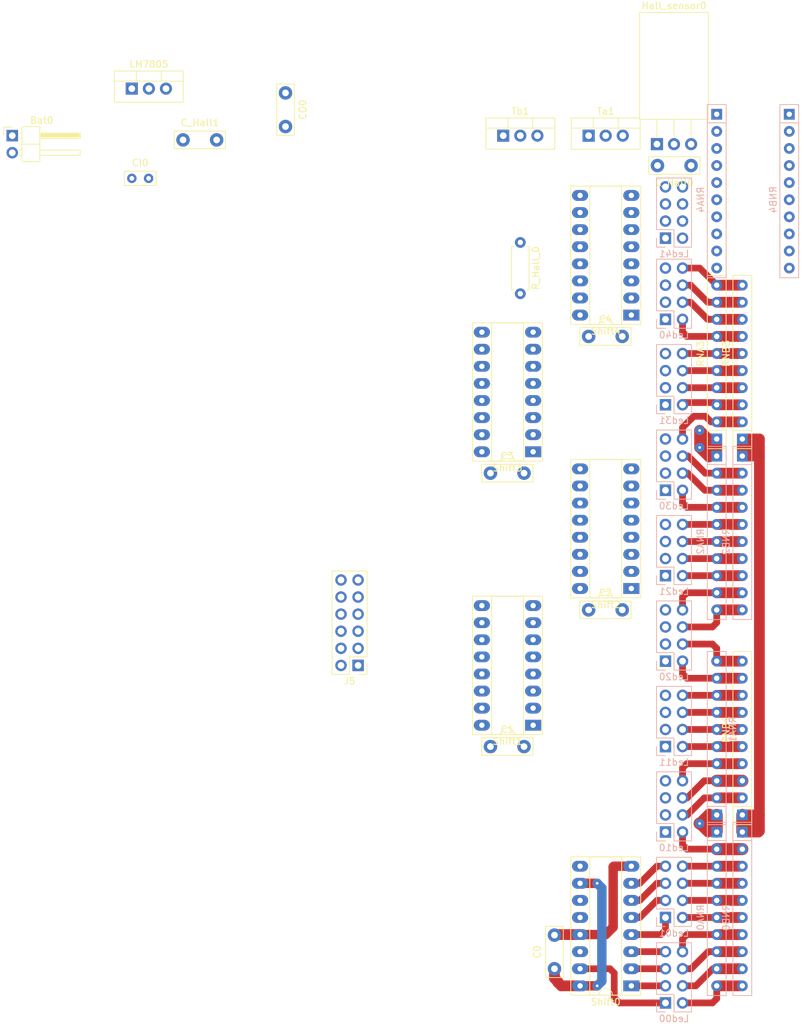
<source format=kicad_pcb>
(kicad_pcb (version 4) (host pcbnew 4.0.7-e2-6376~58~ubuntu14.04.1)

  (general
    (links 195)
    (no_connects 195)
    (area 0 0 0 0)
    (thickness 1.6)
    (drawings 0)
    (tracks 196)
    (zones 0)
    (modules 41)
    (nets 112)
  )

  (page A4)
  (layers
    (0 F.Cu signal)
    (1 In1.Cu signal)
    (2 In2.Cu signal)
    (31 B.Cu signal)
    (32 B.Adhes user)
    (33 F.Adhes user)
    (34 B.Paste user)
    (35 F.Paste user)
    (36 B.SilkS user)
    (37 F.SilkS user)
    (38 B.Mask user)
    (39 F.Mask user)
    (40 Dwgs.User user)
    (41 Cmts.User user)
    (42 Eco1.User user)
    (43 Eco2.User user)
    (44 Edge.Cuts user)
    (45 Margin user)
    (46 B.CrtYd user)
    (47 F.CrtYd user)
    (48 B.Fab user)
    (49 F.Fab user)
  )

  (setup
    (last_trace_width 1.6)
    (user_trace_width 0.6)
    (user_trace_width 1)
    (user_trace_width 1.4)
    (user_trace_width 1.6)
    (user_trace_width 1.8)
    (user_trace_width 2)
    (trace_clearance 0.8)
    (zone_clearance 0.508)
    (zone_45_only no)
    (trace_min 0.2)
    (segment_width 0.2)
    (edge_width 0.15)
    (via_size 1.4)
    (via_drill 0.4)
    (via_min_size 0.3)
    (via_min_drill 0.1)
    (uvia_size 0.5)
    (uvia_drill 0.1)
    (uvias_allowed no)
    (uvia_min_size 0.1)
    (uvia_min_drill 0.1)
    (pcb_text_width 0.3)
    (pcb_text_size 1.5 1.5)
    (mod_edge_width 0.15)
    (mod_text_size 1 1)
    (mod_text_width 0.15)
    (pad_size 1.524 1.524)
    (pad_drill 0.762)
    (pad_to_mask_clearance 0.2)
    (aux_axis_origin 0 0)
    (visible_elements FFFFEF7F)
    (pcbplotparams
      (layerselection 0x00030_80000001)
      (usegerberextensions false)
      (excludeedgelayer true)
      (linewidth 0.100000)
      (plotframeref false)
      (viasonmask false)
      (mode 1)
      (useauxorigin false)
      (hpglpennumber 1)
      (hpglpenspeed 20)
      (hpglpendiameter 15)
      (hpglpenoverlay 2)
      (psnegative false)
      (psa4output false)
      (plotreference true)
      (plotvalue true)
      (plotinvisibletext false)
      (padsonsilk false)
      (subtractmaskfromsilk false)
      (outputformat 1)
      (mirror false)
      (drillshape 1)
      (scaleselection 1)
      (outputdirectory ""))
  )

  (net 0 "")
  (net 1 Vbat)
  (net 2 GND)
  (net 3 VCC)
  (net 4 Serial_Data_0)
  (net 5 Serial_Data_1)
  (net 6 Serial_Data_2)
  (net 7 Serial_Data_3)
  (net 8 Serial_Data_4)
  (net 9 Command_TB)
  (net 10 Command_TA)
  (net 11 Lock)
  (net 12 Clock)
  (net 13 Alim_led_A)
  (net 14 "Net-(RNA4-Pad6)")
  (net 15 Alime_led_B)
  (net 16 "Net-(RNB4-Pad6)")
  (net 17 "Net-(Shift0-Pad9)")
  (net 18 "Net-(Shift1-Pad9)")
  (net 19 "Net-(Shift2-Pad9)")
  (net 20 "Net-(Shift3-Pad9)")
  (net 21 "Net-(Shift4-Pad9)")
  (net 22 "Net-(RNA4-Pad2)")
  (net 23 "Net-(RNA4-Pad3)")
  (net 24 "Net-(RNA4-Pad4)")
  (net 25 "Net-(RNA4-Pad5)")
  (net 26 "Net-(RNB4-Pad2)")
  (net 27 "Net-(RNB4-Pad3)")
  (net 28 "Net-(RNB4-Pad4)")
  (net 29 "Net-(RNB4-Pad5)")
  (net 30 Hall_Sensor)
  (net 31 "Net-(Led00-Pad1)")
  (net 32 "Net-(Led00-Pad2)")
  (net 33 "Net-(Led00-Pad3)")
  (net 34 "Net-(Led00-Pad4)")
  (net 35 "Net-(Led00-Pad5)")
  (net 36 "Net-(Led00-Pad6)")
  (net 37 "Net-(Led00-Pad7)")
  (net 38 "Net-(Led00-Pad8)")
  (net 39 "Net-(Led01-Pad1)")
  (net 40 "Net-(Led01-Pad2)")
  (net 41 "Net-(Led01-Pad3)")
  (net 42 "Net-(Led01-Pad4)")
  (net 43 "Net-(Led01-Pad5)")
  (net 44 "Net-(Led01-Pad6)")
  (net 45 "Net-(Led01-Pad7)")
  (net 46 "Net-(Led01-Pad8)")
  (net 47 "Net-(Led10-Pad1)")
  (net 48 "Net-(Led10-Pad2)")
  (net 49 "Net-(Led10-Pad3)")
  (net 50 "Net-(Led10-Pad4)")
  (net 51 "Net-(Led10-Pad5)")
  (net 52 "Net-(Led10-Pad6)")
  (net 53 "Net-(Led10-Pad7)")
  (net 54 "Net-(Led10-Pad8)")
  (net 55 "Net-(Led11-Pad1)")
  (net 56 "Net-(Led11-Pad2)")
  (net 57 "Net-(Led11-Pad3)")
  (net 58 "Net-(Led11-Pad4)")
  (net 59 "Net-(Led11-Pad5)")
  (net 60 "Net-(Led11-Pad6)")
  (net 61 "Net-(Led11-Pad7)")
  (net 62 "Net-(Led11-Pad8)")
  (net 63 "Net-(Led20-Pad1)")
  (net 64 "Net-(Led20-Pad2)")
  (net 65 "Net-(Led20-Pad3)")
  (net 66 "Net-(Led20-Pad4)")
  (net 67 "Net-(Led20-Pad5)")
  (net 68 "Net-(Led20-Pad6)")
  (net 69 "Net-(Led20-Pad7)")
  (net 70 "Net-(Led20-Pad8)")
  (net 71 "Net-(Led21-Pad1)")
  (net 72 "Net-(Led21-Pad2)")
  (net 73 "Net-(Led21-Pad3)")
  (net 74 "Net-(Led21-Pad4)")
  (net 75 "Net-(Led21-Pad5)")
  (net 76 "Net-(Led21-Pad6)")
  (net 77 "Net-(Led21-Pad7)")
  (net 78 "Net-(Led21-Pad8)")
  (net 79 "Net-(Led30-Pad1)")
  (net 80 "Net-(Led30-Pad2)")
  (net 81 "Net-(Led30-Pad3)")
  (net 82 "Net-(Led30-Pad4)")
  (net 83 "Net-(Led30-Pad5)")
  (net 84 "Net-(Led30-Pad6)")
  (net 85 "Net-(Led30-Pad7)")
  (net 86 "Net-(Led30-Pad8)")
  (net 87 "Net-(Led31-Pad1)")
  (net 88 "Net-(Led31-Pad2)")
  (net 89 "Net-(Led31-Pad3)")
  (net 90 "Net-(Led31-Pad4)")
  (net 91 "Net-(Led31-Pad5)")
  (net 92 "Net-(Led31-Pad6)")
  (net 93 "Net-(Led31-Pad7)")
  (net 94 "Net-(Led31-Pad8)")
  (net 95 "Net-(Led40-Pad1)")
  (net 96 "Net-(Led40-Pad2)")
  (net 97 "Net-(Led40-Pad3)")
  (net 98 "Net-(Led40-Pad4)")
  (net 99 "Net-(Led40-Pad5)")
  (net 100 "Net-(Led40-Pad6)")
  (net 101 "Net-(Led40-Pad7)")
  (net 102 "Net-(Led40-Pad8)")
  (net 103 "Net-(Led41-Pad1)")
  (net 104 "Net-(Led41-Pad2)")
  (net 105 "Net-(Led41-Pad3)")
  (net 106 "Net-(Led41-Pad4)")
  (net 107 "Net-(Led41-Pad5)")
  (net 108 "Net-(Led41-Pad6)")
  (net 109 "Net-(Led41-Pad7)")
  (net 110 "Net-(Led41-Pad8)")
  (net 111 "Net-(J5-Pad6)")

  (net_class Default "This is the default net class."
    (clearance 0.8)
    (trace_width 1)
    (via_dia 1.4)
    (via_drill 0.4)
    (uvia_dia 0.5)
    (uvia_drill 0.1)
    (add_net Alim_led_A)
    (add_net Alime_led_B)
    (add_net Clock)
    (add_net Command_TA)
    (add_net Command_TB)
    (add_net GND)
    (add_net Hall_Sensor)
    (add_net Lock)
    (add_net "Net-(J5-Pad6)")
    (add_net "Net-(Led00-Pad1)")
    (add_net "Net-(Led00-Pad2)")
    (add_net "Net-(Led00-Pad3)")
    (add_net "Net-(Led00-Pad4)")
    (add_net "Net-(Led00-Pad5)")
    (add_net "Net-(Led00-Pad6)")
    (add_net "Net-(Led00-Pad7)")
    (add_net "Net-(Led00-Pad8)")
    (add_net "Net-(Led01-Pad1)")
    (add_net "Net-(Led01-Pad2)")
    (add_net "Net-(Led01-Pad3)")
    (add_net "Net-(Led01-Pad4)")
    (add_net "Net-(Led01-Pad5)")
    (add_net "Net-(Led01-Pad6)")
    (add_net "Net-(Led01-Pad7)")
    (add_net "Net-(Led01-Pad8)")
    (add_net "Net-(Led10-Pad1)")
    (add_net "Net-(Led10-Pad2)")
    (add_net "Net-(Led10-Pad3)")
    (add_net "Net-(Led10-Pad4)")
    (add_net "Net-(Led10-Pad5)")
    (add_net "Net-(Led10-Pad6)")
    (add_net "Net-(Led10-Pad7)")
    (add_net "Net-(Led10-Pad8)")
    (add_net "Net-(Led11-Pad1)")
    (add_net "Net-(Led11-Pad2)")
    (add_net "Net-(Led11-Pad3)")
    (add_net "Net-(Led11-Pad4)")
    (add_net "Net-(Led11-Pad5)")
    (add_net "Net-(Led11-Pad6)")
    (add_net "Net-(Led11-Pad7)")
    (add_net "Net-(Led11-Pad8)")
    (add_net "Net-(Led20-Pad1)")
    (add_net "Net-(Led20-Pad2)")
    (add_net "Net-(Led20-Pad3)")
    (add_net "Net-(Led20-Pad4)")
    (add_net "Net-(Led20-Pad5)")
    (add_net "Net-(Led20-Pad6)")
    (add_net "Net-(Led20-Pad7)")
    (add_net "Net-(Led20-Pad8)")
    (add_net "Net-(Led21-Pad1)")
    (add_net "Net-(Led21-Pad2)")
    (add_net "Net-(Led21-Pad3)")
    (add_net "Net-(Led21-Pad4)")
    (add_net "Net-(Led21-Pad5)")
    (add_net "Net-(Led21-Pad6)")
    (add_net "Net-(Led21-Pad7)")
    (add_net "Net-(Led21-Pad8)")
    (add_net "Net-(Led30-Pad1)")
    (add_net "Net-(Led30-Pad2)")
    (add_net "Net-(Led30-Pad3)")
    (add_net "Net-(Led30-Pad4)")
    (add_net "Net-(Led30-Pad5)")
    (add_net "Net-(Led30-Pad6)")
    (add_net "Net-(Led30-Pad7)")
    (add_net "Net-(Led30-Pad8)")
    (add_net "Net-(Led31-Pad1)")
    (add_net "Net-(Led31-Pad2)")
    (add_net "Net-(Led31-Pad3)")
    (add_net "Net-(Led31-Pad4)")
    (add_net "Net-(Led31-Pad5)")
    (add_net "Net-(Led31-Pad6)")
    (add_net "Net-(Led31-Pad7)")
    (add_net "Net-(Led31-Pad8)")
    (add_net "Net-(Led40-Pad1)")
    (add_net "Net-(Led40-Pad2)")
    (add_net "Net-(Led40-Pad3)")
    (add_net "Net-(Led40-Pad4)")
    (add_net "Net-(Led40-Pad5)")
    (add_net "Net-(Led40-Pad6)")
    (add_net "Net-(Led40-Pad7)")
    (add_net "Net-(Led40-Pad8)")
    (add_net "Net-(Led41-Pad1)")
    (add_net "Net-(Led41-Pad2)")
    (add_net "Net-(Led41-Pad3)")
    (add_net "Net-(Led41-Pad4)")
    (add_net "Net-(Led41-Pad5)")
    (add_net "Net-(Led41-Pad6)")
    (add_net "Net-(Led41-Pad7)")
    (add_net "Net-(Led41-Pad8)")
    (add_net "Net-(RNA4-Pad2)")
    (add_net "Net-(RNA4-Pad3)")
    (add_net "Net-(RNA4-Pad4)")
    (add_net "Net-(RNA4-Pad5)")
    (add_net "Net-(RNA4-Pad6)")
    (add_net "Net-(RNB4-Pad2)")
    (add_net "Net-(RNB4-Pad3)")
    (add_net "Net-(RNB4-Pad4)")
    (add_net "Net-(RNB4-Pad5)")
    (add_net "Net-(RNB4-Pad6)")
    (add_net "Net-(Shift0-Pad9)")
    (add_net "Net-(Shift1-Pad9)")
    (add_net "Net-(Shift2-Pad9)")
    (add_net "Net-(Shift3-Pad9)")
    (add_net "Net-(Shift4-Pad9)")
    (add_net Serial_Data_0)
    (add_net Serial_Data_1)
    (add_net Serial_Data_2)
    (add_net Serial_Data_3)
    (add_net Serial_Data_4)
    (add_net VCC)
    (add_net Vbat)
  )

  (net_class big ""
    (clearance 0.8)
    (trace_width 2)
    (via_dia 2.8)
    (via_drill 0.4)
    (uvia_dia 0.5)
    (uvia_drill 0.1)
  )

  (net_class small ""
    (clearance 0.8)
    (trace_width 0.6)
    (via_dia 0.84)
    (via_drill 0.4)
    (uvia_dia 0.5)
    (uvia_drill 0.1)
  )

  (net_class wire ""
    (clearance 0)
    (trace_width 0.2)
    (via_dia 1.4)
    (via_drill 0.4)
    (uvia_dia 0.5)
    (uvia_drill 0.1)
  )

  (module Resistors_THT:R_Array_SIP10 (layer B.Cu) (tedit 57FA3974) (tstamp 5AA3C422)
    (at 214.63 79.375 270)
    (descr "10-pin Resistor SIP pack")
    (tags R)
    (path /5AA3C9D5)
    (fp_text reference RNA2 (at 12.7 2.4 270) (layer B.SilkS)
      (effects (font (size 1 1) (thickness 0.15)) (justify mirror))
    )
    (fp_text value R_Network09 (at 12.7 -2.4 270) (layer B.Fab)
      (effects (font (size 1 1) (thickness 0.15)) (justify mirror))
    )
    (fp_line (start -1.29 1.25) (end -1.29 -1.25) (layer B.Fab) (width 0.1))
    (fp_line (start -1.29 -1.25) (end 24.15 -1.25) (layer B.Fab) (width 0.1))
    (fp_line (start 24.15 -1.25) (end 24.15 1.25) (layer B.Fab) (width 0.1))
    (fp_line (start 24.15 1.25) (end -1.29 1.25) (layer B.Fab) (width 0.1))
    (fp_line (start 1.27 1.25) (end 1.27 -1.25) (layer B.Fab) (width 0.1))
    (fp_line (start -1.44 1.4) (end -1.44 -1.4) (layer B.SilkS) (width 0.12))
    (fp_line (start -1.44 -1.4) (end 24.3 -1.4) (layer B.SilkS) (width 0.12))
    (fp_line (start 24.3 -1.4) (end 24.3 1.4) (layer B.SilkS) (width 0.12))
    (fp_line (start 24.3 1.4) (end -1.44 1.4) (layer B.SilkS) (width 0.12))
    (fp_line (start 1.27 1.4) (end 1.27 -1.4) (layer B.SilkS) (width 0.12))
    (fp_line (start -1.7 1.65) (end -1.7 -1.65) (layer B.CrtYd) (width 0.05))
    (fp_line (start -1.7 -1.65) (end 24.55 -1.65) (layer B.CrtYd) (width 0.05))
    (fp_line (start 24.55 -1.65) (end 24.55 1.65) (layer B.CrtYd) (width 0.05))
    (fp_line (start 24.55 1.65) (end -1.7 1.65) (layer B.CrtYd) (width 0.05))
    (pad 1 thru_hole rect (at 0 0 270) (size 1.6 1.6) (drill 0.8) (layers *.Cu *.Mask)
      (net 13 Alim_led_A))
    (pad 2 thru_hole oval (at 2.54 0 270) (size 1.6 1.6) (drill 0.8) (layers *.Cu *.Mask)
      (net 84 "Net-(Led30-Pad6)"))
    (pad 3 thru_hole oval (at 5.08 0 270) (size 1.6 1.6) (drill 0.8) (layers *.Cu *.Mask)
      (net 82 "Net-(Led30-Pad4)"))
    (pad 4 thru_hole oval (at 7.62 0 270) (size 1.6 1.6) (drill 0.8) (layers *.Cu *.Mask)
      (net 80 "Net-(Led30-Pad2)"))
    (pad 5 thru_hole oval (at 10.16 0 270) (size 1.6 1.6) (drill 0.8) (layers *.Cu *.Mask)
      (net 78 "Net-(Led21-Pad8)"))
    (pad 6 thru_hole oval (at 12.7 0 270) (size 1.6 1.6) (drill 0.8) (layers *.Cu *.Mask)
      (net 76 "Net-(Led21-Pad6)"))
    (pad 7 thru_hole oval (at 15.24 0 270) (size 1.6 1.6) (drill 0.8) (layers *.Cu *.Mask)
      (net 74 "Net-(Led21-Pad4)"))
    (pad 8 thru_hole oval (at 17.78 0 270) (size 1.6 1.6) (drill 0.8) (layers *.Cu *.Mask)
      (net 72 "Net-(Led21-Pad2)"))
    (pad 9 thru_hole oval (at 20.32 0 270) (size 1.6 1.6) (drill 0.8) (layers *.Cu *.Mask)
      (net 70 "Net-(Led20-Pad8)"))
    (pad 10 thru_hole oval (at 22.86 0 270) (size 1.6 1.6) (drill 0.8) (layers *.Cu *.Mask)
      (net 68 "Net-(Led20-Pad6)"))
    (model ${KISYS3DMOD}/Resistors_THT.3dshapes/R_Array_SIP10.wrl
      (at (xyz 0 0 0))
      (scale (xyz 0.39 0.39 0.39))
      (rotate (xyz 0 0 0))
    )
  )

  (module Housings_DIP:DIP-16_W7.62mm_Socket_LongPads (layer F.Cu) (tedit 58CC8E2D) (tstamp 5AA3C498)
    (at 201.93 158.115 180)
    (descr "16-lead dip package, row spacing 7.62 mm (300 mils), Socket, LongPads")
    (tags "DIL DIP PDIP 2.54mm 7.62mm 300mil Socket LongPads")
    (path /5A9F9E11)
    (fp_text reference Shift0 (at 3.81 -2.39 180) (layer F.SilkS)
      (effects (font (size 1 1) (thickness 0.15)))
    )
    (fp_text value 74LS595 (at 3.81 20.17 180) (layer F.Fab)
      (effects (font (size 1 1) (thickness 0.15)))
    )
    (fp_text user %R (at 3.81 8.89 180) (layer F.Fab)
      (effects (font (size 1 1) (thickness 0.15)))
    )
    (fp_line (start 1.635 -1.27) (end 6.985 -1.27) (layer F.Fab) (width 0.1))
    (fp_line (start 6.985 -1.27) (end 6.985 19.05) (layer F.Fab) (width 0.1))
    (fp_line (start 6.985 19.05) (end 0.635 19.05) (layer F.Fab) (width 0.1))
    (fp_line (start 0.635 19.05) (end 0.635 -0.27) (layer F.Fab) (width 0.1))
    (fp_line (start 0.635 -0.27) (end 1.635 -1.27) (layer F.Fab) (width 0.1))
    (fp_line (start -1.27 -1.27) (end -1.27 19.05) (layer F.Fab) (width 0.1))
    (fp_line (start -1.27 19.05) (end 8.89 19.05) (layer F.Fab) (width 0.1))
    (fp_line (start 8.89 19.05) (end 8.89 -1.27) (layer F.Fab) (width 0.1))
    (fp_line (start 8.89 -1.27) (end -1.27 -1.27) (layer F.Fab) (width 0.1))
    (fp_line (start 2.81 -1.39) (end 1.44 -1.39) (layer F.SilkS) (width 0.12))
    (fp_line (start 1.44 -1.39) (end 1.44 19.17) (layer F.SilkS) (width 0.12))
    (fp_line (start 1.44 19.17) (end 6.18 19.17) (layer F.SilkS) (width 0.12))
    (fp_line (start 6.18 19.17) (end 6.18 -1.39) (layer F.SilkS) (width 0.12))
    (fp_line (start 6.18 -1.39) (end 4.81 -1.39) (layer F.SilkS) (width 0.12))
    (fp_line (start -1.39 -1.39) (end -1.39 19.17) (layer F.SilkS) (width 0.12))
    (fp_line (start -1.39 19.17) (end 9.01 19.17) (layer F.SilkS) (width 0.12))
    (fp_line (start 9.01 19.17) (end 9.01 -1.39) (layer F.SilkS) (width 0.12))
    (fp_line (start 9.01 -1.39) (end -1.39 -1.39) (layer F.SilkS) (width 0.12))
    (fp_line (start -1.7 -1.7) (end -1.7 19.5) (layer F.CrtYd) (width 0.05))
    (fp_line (start -1.7 19.5) (end 9.3 19.5) (layer F.CrtYd) (width 0.05))
    (fp_line (start 9.3 19.5) (end 9.3 -1.7) (layer F.CrtYd) (width 0.05))
    (fp_line (start 9.3 -1.7) (end -1.7 -1.7) (layer F.CrtYd) (width 0.05))
    (fp_arc (start 3.81 -1.39) (end 2.81 -1.39) (angle -180) (layer F.SilkS) (width 0.12))
    (pad 1 thru_hole rect (at 0 0 180) (size 2.4 1.6) (drill 0.8) (layers *.Cu *.Mask)
      (net 33 "Net-(Led00-Pad3)"))
    (pad 9 thru_hole oval (at 7.62 17.78 180) (size 2.4 1.6) (drill 0.8) (layers *.Cu *.Mask)
      (net 17 "Net-(Shift0-Pad9)"))
    (pad 2 thru_hole oval (at 0 2.54 180) (size 2.4 1.6) (drill 0.8) (layers *.Cu *.Mask)
      (net 35 "Net-(Led00-Pad5)"))
    (pad 10 thru_hole oval (at 7.62 15.24 180) (size 2.4 1.6) (drill 0.8) (layers *.Cu *.Mask)
      (net 3 VCC))
    (pad 3 thru_hole oval (at 0 5.08 180) (size 2.4 1.6) (drill 0.8) (layers *.Cu *.Mask)
      (net 37 "Net-(Led00-Pad7)"))
    (pad 11 thru_hole oval (at 7.62 12.7 180) (size 2.4 1.6) (drill 0.8) (layers *.Cu *.Mask)
      (net 12 Clock))
    (pad 4 thru_hole oval (at 0 7.62 180) (size 2.4 1.6) (drill 0.8) (layers *.Cu *.Mask)
      (net 39 "Net-(Led01-Pad1)"))
    (pad 12 thru_hole oval (at 7.62 10.16 180) (size 2.4 1.6) (drill 0.8) (layers *.Cu *.Mask)
      (net 11 Lock))
    (pad 5 thru_hole oval (at 0 10.16 180) (size 2.4 1.6) (drill 0.8) (layers *.Cu *.Mask)
      (net 41 "Net-(Led01-Pad3)"))
    (pad 13 thru_hole oval (at 7.62 7.62 180) (size 2.4 1.6) (drill 0.8) (layers *.Cu *.Mask)
      (net 2 GND))
    (pad 6 thru_hole oval (at 0 12.7 180) (size 2.4 1.6) (drill 0.8) (layers *.Cu *.Mask)
      (net 43 "Net-(Led01-Pad5)"))
    (pad 14 thru_hole oval (at 7.62 5.08 180) (size 2.4 1.6) (drill 0.8) (layers *.Cu *.Mask)
      (net 4 Serial_Data_0))
    (pad 7 thru_hole oval (at 0 15.24 180) (size 2.4 1.6) (drill 0.8) (layers *.Cu *.Mask)
      (net 45 "Net-(Led01-Pad7)"))
    (pad 15 thru_hole oval (at 7.62 2.54 180) (size 2.4 1.6) (drill 0.8) (layers *.Cu *.Mask)
      (net 31 "Net-(Led00-Pad1)"))
    (pad 8 thru_hole oval (at 0 17.78 180) (size 2.4 1.6) (drill 0.8) (layers *.Cu *.Mask)
      (net 2 GND))
    (pad 16 thru_hole oval (at 7.62 0 180) (size 2.4 1.6) (drill 0.8) (layers *.Cu *.Mask)
      (net 3 VCC))
    (model ${KISYS3DMOD}/Housings_DIP.3dshapes/DIP-16_W7.62mm_Socket_LongPads.wrl
      (at (xyz 0 0 0))
      (scale (xyz 1 1 1))
      (rotate (xyz 0 0 0))
    )
  )

  (module Housings_DIP:DIP-16_W7.62mm_Socket_LongPads (layer F.Cu) (tedit 58CC8E2D) (tstamp 5AA3C4E8)
    (at 201.93 58.42 180)
    (descr "16-lead dip package, row spacing 7.62 mm (300 mils), Socket, LongPads")
    (tags "DIL DIP PDIP 2.54mm 7.62mm 300mil Socket LongPads")
    (path /5AA05925)
    (fp_text reference Shift4 (at 3.81 -2.39 180) (layer F.SilkS)
      (effects (font (size 1 1) (thickness 0.15)))
    )
    (fp_text value 74LS595 (at 3.81 20.17 180) (layer F.Fab)
      (effects (font (size 1 1) (thickness 0.15)))
    )
    (fp_text user %R (at 3.81 8.89 180) (layer F.Fab)
      (effects (font (size 1 1) (thickness 0.15)))
    )
    (fp_line (start 1.635 -1.27) (end 6.985 -1.27) (layer F.Fab) (width 0.1))
    (fp_line (start 6.985 -1.27) (end 6.985 19.05) (layer F.Fab) (width 0.1))
    (fp_line (start 6.985 19.05) (end 0.635 19.05) (layer F.Fab) (width 0.1))
    (fp_line (start 0.635 19.05) (end 0.635 -0.27) (layer F.Fab) (width 0.1))
    (fp_line (start 0.635 -0.27) (end 1.635 -1.27) (layer F.Fab) (width 0.1))
    (fp_line (start -1.27 -1.27) (end -1.27 19.05) (layer F.Fab) (width 0.1))
    (fp_line (start -1.27 19.05) (end 8.89 19.05) (layer F.Fab) (width 0.1))
    (fp_line (start 8.89 19.05) (end 8.89 -1.27) (layer F.Fab) (width 0.1))
    (fp_line (start 8.89 -1.27) (end -1.27 -1.27) (layer F.Fab) (width 0.1))
    (fp_line (start 2.81 -1.39) (end 1.44 -1.39) (layer F.SilkS) (width 0.12))
    (fp_line (start 1.44 -1.39) (end 1.44 19.17) (layer F.SilkS) (width 0.12))
    (fp_line (start 1.44 19.17) (end 6.18 19.17) (layer F.SilkS) (width 0.12))
    (fp_line (start 6.18 19.17) (end 6.18 -1.39) (layer F.SilkS) (width 0.12))
    (fp_line (start 6.18 -1.39) (end 4.81 -1.39) (layer F.SilkS) (width 0.12))
    (fp_line (start -1.39 -1.39) (end -1.39 19.17) (layer F.SilkS) (width 0.12))
    (fp_line (start -1.39 19.17) (end 9.01 19.17) (layer F.SilkS) (width 0.12))
    (fp_line (start 9.01 19.17) (end 9.01 -1.39) (layer F.SilkS) (width 0.12))
    (fp_line (start 9.01 -1.39) (end -1.39 -1.39) (layer F.SilkS) (width 0.12))
    (fp_line (start -1.7 -1.7) (end -1.7 19.5) (layer F.CrtYd) (width 0.05))
    (fp_line (start -1.7 19.5) (end 9.3 19.5) (layer F.CrtYd) (width 0.05))
    (fp_line (start 9.3 19.5) (end 9.3 -1.7) (layer F.CrtYd) (width 0.05))
    (fp_line (start 9.3 -1.7) (end -1.7 -1.7) (layer F.CrtYd) (width 0.05))
    (fp_arc (start 3.81 -1.39) (end 2.81 -1.39) (angle -180) (layer F.SilkS) (width 0.12))
    (pad 1 thru_hole rect (at 0 0 180) (size 2.4 1.6) (drill 0.8) (layers *.Cu *.Mask)
      (net 97 "Net-(Led40-Pad3)"))
    (pad 9 thru_hole oval (at 7.62 17.78 180) (size 2.4 1.6) (drill 0.8) (layers *.Cu *.Mask)
      (net 21 "Net-(Shift4-Pad9)"))
    (pad 2 thru_hole oval (at 0 2.54 180) (size 2.4 1.6) (drill 0.8) (layers *.Cu *.Mask)
      (net 99 "Net-(Led40-Pad5)"))
    (pad 10 thru_hole oval (at 7.62 15.24 180) (size 2.4 1.6) (drill 0.8) (layers *.Cu *.Mask)
      (net 3 VCC))
    (pad 3 thru_hole oval (at 0 5.08 180) (size 2.4 1.6) (drill 0.8) (layers *.Cu *.Mask)
      (net 101 "Net-(Led40-Pad7)"))
    (pad 11 thru_hole oval (at 7.62 12.7 180) (size 2.4 1.6) (drill 0.8) (layers *.Cu *.Mask)
      (net 12 Clock))
    (pad 4 thru_hole oval (at 0 7.62 180) (size 2.4 1.6) (drill 0.8) (layers *.Cu *.Mask)
      (net 103 "Net-(Led41-Pad1)"))
    (pad 12 thru_hole oval (at 7.62 10.16 180) (size 2.4 1.6) (drill 0.8) (layers *.Cu *.Mask)
      (net 11 Lock))
    (pad 5 thru_hole oval (at 0 10.16 180) (size 2.4 1.6) (drill 0.8) (layers *.Cu *.Mask)
      (net 105 "Net-(Led41-Pad3)"))
    (pad 13 thru_hole oval (at 7.62 7.62 180) (size 2.4 1.6) (drill 0.8) (layers *.Cu *.Mask)
      (net 2 GND))
    (pad 6 thru_hole oval (at 0 12.7 180) (size 2.4 1.6) (drill 0.8) (layers *.Cu *.Mask)
      (net 107 "Net-(Led41-Pad5)"))
    (pad 14 thru_hole oval (at 7.62 5.08 180) (size 2.4 1.6) (drill 0.8) (layers *.Cu *.Mask)
      (net 8 Serial_Data_4))
    (pad 7 thru_hole oval (at 0 15.24 180) (size 2.4 1.6) (drill 0.8) (layers *.Cu *.Mask)
      (net 109 "Net-(Led41-Pad7)"))
    (pad 15 thru_hole oval (at 7.62 2.54 180) (size 2.4 1.6) (drill 0.8) (layers *.Cu *.Mask)
      (net 95 "Net-(Led40-Pad1)"))
    (pad 8 thru_hole oval (at 0 17.78 180) (size 2.4 1.6) (drill 0.8) (layers *.Cu *.Mask)
      (net 2 GND))
    (pad 16 thru_hole oval (at 7.62 0 180) (size 2.4 1.6) (drill 0.8) (layers *.Cu *.Mask)
      (net 3 VCC))
    (model ${KISYS3DMOD}/Housings_DIP.3dshapes/DIP-16_W7.62mm_Socket_LongPads.wrl
      (at (xyz 0 0 0))
      (scale (xyz 1 1 1))
      (rotate (xyz 0 0 0))
    )
  )

  (module Housings_DIP:DIP-16_W7.62mm_Socket_LongPads (layer F.Cu) (tedit 58CC8E2D) (tstamp 5AA3C4AC)
    (at 187.325 119.38 180)
    (descr "16-lead dip package, row spacing 7.62 mm (300 mils), Socket, LongPads")
    (tags "DIL DIP PDIP 2.54mm 7.62mm 300mil Socket LongPads")
    (path /5AA03953)
    (fp_text reference Shift1 (at 3.81 -2.39 180) (layer F.SilkS)
      (effects (font (size 1 1) (thickness 0.15)))
    )
    (fp_text value 74LS595 (at 3.81 20.17 180) (layer F.Fab)
      (effects (font (size 1 1) (thickness 0.15)))
    )
    (fp_text user %R (at 3.81 8.89 180) (layer F.Fab)
      (effects (font (size 1 1) (thickness 0.15)))
    )
    (fp_line (start 1.635 -1.27) (end 6.985 -1.27) (layer F.Fab) (width 0.1))
    (fp_line (start 6.985 -1.27) (end 6.985 19.05) (layer F.Fab) (width 0.1))
    (fp_line (start 6.985 19.05) (end 0.635 19.05) (layer F.Fab) (width 0.1))
    (fp_line (start 0.635 19.05) (end 0.635 -0.27) (layer F.Fab) (width 0.1))
    (fp_line (start 0.635 -0.27) (end 1.635 -1.27) (layer F.Fab) (width 0.1))
    (fp_line (start -1.27 -1.27) (end -1.27 19.05) (layer F.Fab) (width 0.1))
    (fp_line (start -1.27 19.05) (end 8.89 19.05) (layer F.Fab) (width 0.1))
    (fp_line (start 8.89 19.05) (end 8.89 -1.27) (layer F.Fab) (width 0.1))
    (fp_line (start 8.89 -1.27) (end -1.27 -1.27) (layer F.Fab) (width 0.1))
    (fp_line (start 2.81 -1.39) (end 1.44 -1.39) (layer F.SilkS) (width 0.12))
    (fp_line (start 1.44 -1.39) (end 1.44 19.17) (layer F.SilkS) (width 0.12))
    (fp_line (start 1.44 19.17) (end 6.18 19.17) (layer F.SilkS) (width 0.12))
    (fp_line (start 6.18 19.17) (end 6.18 -1.39) (layer F.SilkS) (width 0.12))
    (fp_line (start 6.18 -1.39) (end 4.81 -1.39) (layer F.SilkS) (width 0.12))
    (fp_line (start -1.39 -1.39) (end -1.39 19.17) (layer F.SilkS) (width 0.12))
    (fp_line (start -1.39 19.17) (end 9.01 19.17) (layer F.SilkS) (width 0.12))
    (fp_line (start 9.01 19.17) (end 9.01 -1.39) (layer F.SilkS) (width 0.12))
    (fp_line (start 9.01 -1.39) (end -1.39 -1.39) (layer F.SilkS) (width 0.12))
    (fp_line (start -1.7 -1.7) (end -1.7 19.5) (layer F.CrtYd) (width 0.05))
    (fp_line (start -1.7 19.5) (end 9.3 19.5) (layer F.CrtYd) (width 0.05))
    (fp_line (start 9.3 19.5) (end 9.3 -1.7) (layer F.CrtYd) (width 0.05))
    (fp_line (start 9.3 -1.7) (end -1.7 -1.7) (layer F.CrtYd) (width 0.05))
    (fp_arc (start 3.81 -1.39) (end 2.81 -1.39) (angle -180) (layer F.SilkS) (width 0.12))
    (pad 1 thru_hole rect (at 0 0 180) (size 2.4 1.6) (drill 0.8) (layers *.Cu *.Mask)
      (net 49 "Net-(Led10-Pad3)"))
    (pad 9 thru_hole oval (at 7.62 17.78 180) (size 2.4 1.6) (drill 0.8) (layers *.Cu *.Mask)
      (net 18 "Net-(Shift1-Pad9)"))
    (pad 2 thru_hole oval (at 0 2.54 180) (size 2.4 1.6) (drill 0.8) (layers *.Cu *.Mask)
      (net 51 "Net-(Led10-Pad5)"))
    (pad 10 thru_hole oval (at 7.62 15.24 180) (size 2.4 1.6) (drill 0.8) (layers *.Cu *.Mask)
      (net 3 VCC))
    (pad 3 thru_hole oval (at 0 5.08 180) (size 2.4 1.6) (drill 0.8) (layers *.Cu *.Mask)
      (net 53 "Net-(Led10-Pad7)"))
    (pad 11 thru_hole oval (at 7.62 12.7 180) (size 2.4 1.6) (drill 0.8) (layers *.Cu *.Mask)
      (net 12 Clock))
    (pad 4 thru_hole oval (at 0 7.62 180) (size 2.4 1.6) (drill 0.8) (layers *.Cu *.Mask)
      (net 55 "Net-(Led11-Pad1)"))
    (pad 12 thru_hole oval (at 7.62 10.16 180) (size 2.4 1.6) (drill 0.8) (layers *.Cu *.Mask)
      (net 11 Lock))
    (pad 5 thru_hole oval (at 0 10.16 180) (size 2.4 1.6) (drill 0.8) (layers *.Cu *.Mask)
      (net 57 "Net-(Led11-Pad3)"))
    (pad 13 thru_hole oval (at 7.62 7.62 180) (size 2.4 1.6) (drill 0.8) (layers *.Cu *.Mask)
      (net 2 GND))
    (pad 6 thru_hole oval (at 0 12.7 180) (size 2.4 1.6) (drill 0.8) (layers *.Cu *.Mask)
      (net 59 "Net-(Led11-Pad5)"))
    (pad 14 thru_hole oval (at 7.62 5.08 180) (size 2.4 1.6) (drill 0.8) (layers *.Cu *.Mask)
      (net 5 Serial_Data_1))
    (pad 7 thru_hole oval (at 0 15.24 180) (size 2.4 1.6) (drill 0.8) (layers *.Cu *.Mask)
      (net 61 "Net-(Led11-Pad7)"))
    (pad 15 thru_hole oval (at 7.62 2.54 180) (size 2.4 1.6) (drill 0.8) (layers *.Cu *.Mask)
      (net 47 "Net-(Led10-Pad1)"))
    (pad 8 thru_hole oval (at 0 17.78 180) (size 2.4 1.6) (drill 0.8) (layers *.Cu *.Mask)
      (net 2 GND))
    (pad 16 thru_hole oval (at 7.62 0 180) (size 2.4 1.6) (drill 0.8) (layers *.Cu *.Mask)
      (net 3 VCC))
    (model ${KISYS3DMOD}/Housings_DIP.3dshapes/DIP-16_W7.62mm_Socket_LongPads.wrl
      (at (xyz 0 0 0))
      (scale (xyz 1 1 1))
      (rotate (xyz 0 0 0))
    )
  )

  (module Capacitors_THT:C_Disc_D7.5mm_W2.5mm_P5.00mm (layer F.Cu) (tedit 597BC7C2) (tstamp 5AA3C36B)
    (at 180.975 81.915)
    (descr "C, Disc series, Radial, pin pitch=5.00mm, , diameter*width=7.5*2.5mm^2, Capacitor, http://www.vishay.com/docs/28535/vy2series.pdf")
    (tags "C Disc series Radial pin pitch 5.00mm  diameter 7.5mm width 2.5mm Capacitor")
    (path /5AA0B81B)
    (fp_text reference C3 (at 2.5 -2.56) (layer F.SilkS)
      (effects (font (size 1 1) (thickness 0.15)))
    )
    (fp_text value C (at 2.5 2.56) (layer F.Fab)
      (effects (font (size 1 1) (thickness 0.15)))
    )
    (fp_line (start -1.25 -1.25) (end -1.25 1.25) (layer F.Fab) (width 0.1))
    (fp_line (start -1.25 1.25) (end 6.25 1.25) (layer F.Fab) (width 0.1))
    (fp_line (start 6.25 1.25) (end 6.25 -1.25) (layer F.Fab) (width 0.1))
    (fp_line (start 6.25 -1.25) (end -1.25 -1.25) (layer F.Fab) (width 0.1))
    (fp_line (start -1.31 -1.31) (end 6.31 -1.31) (layer F.SilkS) (width 0.12))
    (fp_line (start -1.31 1.31) (end 6.31 1.31) (layer F.SilkS) (width 0.12))
    (fp_line (start -1.31 -1.31) (end -1.31 1.31) (layer F.SilkS) (width 0.12))
    (fp_line (start 6.31 -1.31) (end 6.31 1.31) (layer F.SilkS) (width 0.12))
    (fp_line (start -1.6 -1.6) (end -1.6 1.6) (layer F.CrtYd) (width 0.05))
    (fp_line (start -1.6 1.6) (end 6.6 1.6) (layer F.CrtYd) (width 0.05))
    (fp_line (start 6.6 1.6) (end 6.6 -1.6) (layer F.CrtYd) (width 0.05))
    (fp_line (start 6.6 -1.6) (end -1.6 -1.6) (layer F.CrtYd) (width 0.05))
    (fp_text user %R (at 2.5 0) (layer F.Fab)
      (effects (font (size 1 1) (thickness 0.15)))
    )
    (pad 1 thru_hole circle (at 0 0) (size 2 2) (drill 1) (layers *.Cu *.Mask)
      (net 3 VCC))
    (pad 2 thru_hole circle (at 5 0) (size 2 2) (drill 1) (layers *.Cu *.Mask)
      (net 2 GND))
    (model ${KISYS3DMOD}/Capacitors_THT.3dshapes/C_Disc_D7.5mm_W2.5mm_P5.00mm.wrl
      (at (xyz 0 0 0))
      (scale (xyz 1 1 1))
      (rotate (xyz 0 0 0))
    )
  )

  (module Capacitors_THT:C_Disc_D7.5mm_W2.5mm_P5.00mm (layer F.Cu) (tedit 597BC7C2) (tstamp 5AA3C371)
    (at 195.58 61.595)
    (descr "C, Disc series, Radial, pin pitch=5.00mm, , diameter*width=7.5*2.5mm^2, Capacitor, http://www.vishay.com/docs/28535/vy2series.pdf")
    (tags "C Disc series Radial pin pitch 5.00mm  diameter 7.5mm width 2.5mm Capacitor")
    (path /5AA0B87C)
    (fp_text reference C4 (at 2.5 -2.56) (layer F.SilkS)
      (effects (font (size 1 1) (thickness 0.15)))
    )
    (fp_text value C (at 2.5 2.56) (layer F.Fab)
      (effects (font (size 1 1) (thickness 0.15)))
    )
    (fp_line (start -1.25 -1.25) (end -1.25 1.25) (layer F.Fab) (width 0.1))
    (fp_line (start -1.25 1.25) (end 6.25 1.25) (layer F.Fab) (width 0.1))
    (fp_line (start 6.25 1.25) (end 6.25 -1.25) (layer F.Fab) (width 0.1))
    (fp_line (start 6.25 -1.25) (end -1.25 -1.25) (layer F.Fab) (width 0.1))
    (fp_line (start -1.31 -1.31) (end 6.31 -1.31) (layer F.SilkS) (width 0.12))
    (fp_line (start -1.31 1.31) (end 6.31 1.31) (layer F.SilkS) (width 0.12))
    (fp_line (start -1.31 -1.31) (end -1.31 1.31) (layer F.SilkS) (width 0.12))
    (fp_line (start 6.31 -1.31) (end 6.31 1.31) (layer F.SilkS) (width 0.12))
    (fp_line (start -1.6 -1.6) (end -1.6 1.6) (layer F.CrtYd) (width 0.05))
    (fp_line (start -1.6 1.6) (end 6.6 1.6) (layer F.CrtYd) (width 0.05))
    (fp_line (start 6.6 1.6) (end 6.6 -1.6) (layer F.CrtYd) (width 0.05))
    (fp_line (start 6.6 -1.6) (end -1.6 -1.6) (layer F.CrtYd) (width 0.05))
    (fp_text user %R (at 2.5 0 180) (layer F.Fab)
      (effects (font (size 1 1) (thickness 0.15)))
    )
    (pad 1 thru_hole circle (at 0 0) (size 2 2) (drill 1) (layers *.Cu *.Mask)
      (net 3 VCC))
    (pad 2 thru_hole circle (at 5 0) (size 2 2) (drill 1) (layers *.Cu *.Mask)
      (net 2 GND))
    (model ${KISYS3DMOD}/Capacitors_THT.3dshapes/C_Disc_D7.5mm_W2.5mm_P5.00mm.wrl
      (at (xyz 0 0 0))
      (scale (xyz 1 1 1))
      (rotate (xyz 0 0 0))
    )
  )

  (module Resistors_THT:R_Array_SIP10 (layer F.Cu) (tedit 57FA3974) (tstamp 5AA3C45A)
    (at 218.44 132.715 90)
    (descr "10-pin Resistor SIP pack")
    (tags R)
    (path /5AA3C849)
    (fp_text reference RNB1 (at 12.7 -2.4 90) (layer F.SilkS)
      (effects (font (size 1 1) (thickness 0.15)))
    )
    (fp_text value R_Network09 (at 12.7 2.4 90) (layer F.Fab)
      (effects (font (size 1 1) (thickness 0.15)))
    )
    (fp_line (start -1.29 -1.25) (end -1.29 1.25) (layer F.Fab) (width 0.1))
    (fp_line (start -1.29 1.25) (end 24.15 1.25) (layer F.Fab) (width 0.1))
    (fp_line (start 24.15 1.25) (end 24.15 -1.25) (layer F.Fab) (width 0.1))
    (fp_line (start 24.15 -1.25) (end -1.29 -1.25) (layer F.Fab) (width 0.1))
    (fp_line (start 1.27 -1.25) (end 1.27 1.25) (layer F.Fab) (width 0.1))
    (fp_line (start -1.44 -1.4) (end -1.44 1.4) (layer F.SilkS) (width 0.12))
    (fp_line (start -1.44 1.4) (end 24.3 1.4) (layer F.SilkS) (width 0.12))
    (fp_line (start 24.3 1.4) (end 24.3 -1.4) (layer F.SilkS) (width 0.12))
    (fp_line (start 24.3 -1.4) (end -1.44 -1.4) (layer F.SilkS) (width 0.12))
    (fp_line (start 1.27 -1.4) (end 1.27 1.4) (layer F.SilkS) (width 0.12))
    (fp_line (start -1.7 -1.65) (end -1.7 1.65) (layer F.CrtYd) (width 0.05))
    (fp_line (start -1.7 1.65) (end 24.55 1.65) (layer F.CrtYd) (width 0.05))
    (fp_line (start 24.55 1.65) (end 24.55 -1.65) (layer F.CrtYd) (width 0.05))
    (fp_line (start 24.55 -1.65) (end -1.7 -1.65) (layer F.CrtYd) (width 0.05))
    (pad 1 thru_hole rect (at 0 0 90) (size 1.6 1.6) (drill 0.8) (layers *.Cu *.Mask)
      (net 15 Alime_led_B))
    (pad 2 thru_hole oval (at 2.54 0 90) (size 1.6 1.6) (drill 0.8) (layers *.Cu *.Mask)
      (net 50 "Net-(Led10-Pad4)"))
    (pad 3 thru_hole oval (at 5.08 0 90) (size 1.6 1.6) (drill 0.8) (layers *.Cu *.Mask)
      (net 52 "Net-(Led10-Pad6)"))
    (pad 4 thru_hole oval (at 7.62 0 90) (size 1.6 1.6) (drill 0.8) (layers *.Cu *.Mask)
      (net 54 "Net-(Led10-Pad8)"))
    (pad 5 thru_hole oval (at 10.16 0 90) (size 1.6 1.6) (drill 0.8) (layers *.Cu *.Mask)
      (net 56 "Net-(Led11-Pad2)"))
    (pad 6 thru_hole oval (at 12.7 0 90) (size 1.6 1.6) (drill 0.8) (layers *.Cu *.Mask)
      (net 58 "Net-(Led11-Pad4)"))
    (pad 7 thru_hole oval (at 15.24 0 90) (size 1.6 1.6) (drill 0.8) (layers *.Cu *.Mask)
      (net 60 "Net-(Led11-Pad6)"))
    (pad 8 thru_hole oval (at 17.78 0 90) (size 1.6 1.6) (drill 0.8) (layers *.Cu *.Mask)
      (net 62 "Net-(Led11-Pad8)"))
    (pad 9 thru_hole oval (at 20.32 0 90) (size 1.6 1.6) (drill 0.8) (layers *.Cu *.Mask)
      (net 64 "Net-(Led20-Pad2)"))
    (pad 10 thru_hole oval (at 22.86 0 90) (size 1.6 1.6) (drill 0.8) (layers *.Cu *.Mask)
      (net 66 "Net-(Led20-Pad4)"))
    (model ${KISYS3DMOD}/Resistors_THT.3dshapes/R_Array_SIP10.wrl
      (at (xyz 0 0 0))
      (scale (xyz 0.39 0.39 0.39))
      (rotate (xyz 0 0 0))
    )
  )

  (module Pin_Headers:Pin_Header_Angled_1x02_Pitch2.54mm (layer F.Cu) (tedit 59650532) (tstamp 5AA3C353)
    (at 109.855 31.75)
    (descr "Through hole angled pin header, 1x02, 2.54mm pitch, 6mm pin length, single row")
    (tags "Through hole angled pin header THT 1x02 2.54mm single row")
    (path /5AA235AF)
    (fp_text reference Bat0 (at 4.385 -2.27) (layer F.SilkS)
      (effects (font (size 1 1) (thickness 0.15)))
    )
    (fp_text value Conn_01x02 (at 4.385 4.81) (layer F.Fab)
      (effects (font (size 1 1) (thickness 0.15)))
    )
    (fp_line (start 2.135 -1.27) (end 4.04 -1.27) (layer F.Fab) (width 0.1))
    (fp_line (start 4.04 -1.27) (end 4.04 3.81) (layer F.Fab) (width 0.1))
    (fp_line (start 4.04 3.81) (end 1.5 3.81) (layer F.Fab) (width 0.1))
    (fp_line (start 1.5 3.81) (end 1.5 -0.635) (layer F.Fab) (width 0.1))
    (fp_line (start 1.5 -0.635) (end 2.135 -1.27) (layer F.Fab) (width 0.1))
    (fp_line (start -0.32 -0.32) (end 1.5 -0.32) (layer F.Fab) (width 0.1))
    (fp_line (start -0.32 -0.32) (end -0.32 0.32) (layer F.Fab) (width 0.1))
    (fp_line (start -0.32 0.32) (end 1.5 0.32) (layer F.Fab) (width 0.1))
    (fp_line (start 4.04 -0.32) (end 10.04 -0.32) (layer F.Fab) (width 0.1))
    (fp_line (start 10.04 -0.32) (end 10.04 0.32) (layer F.Fab) (width 0.1))
    (fp_line (start 4.04 0.32) (end 10.04 0.32) (layer F.Fab) (width 0.1))
    (fp_line (start -0.32 2.22) (end 1.5 2.22) (layer F.Fab) (width 0.1))
    (fp_line (start -0.32 2.22) (end -0.32 2.86) (layer F.Fab) (width 0.1))
    (fp_line (start -0.32 2.86) (end 1.5 2.86) (layer F.Fab) (width 0.1))
    (fp_line (start 4.04 2.22) (end 10.04 2.22) (layer F.Fab) (width 0.1))
    (fp_line (start 10.04 2.22) (end 10.04 2.86) (layer F.Fab) (width 0.1))
    (fp_line (start 4.04 2.86) (end 10.04 2.86) (layer F.Fab) (width 0.1))
    (fp_line (start 1.44 -1.33) (end 1.44 3.87) (layer F.SilkS) (width 0.12))
    (fp_line (start 1.44 3.87) (end 4.1 3.87) (layer F.SilkS) (width 0.12))
    (fp_line (start 4.1 3.87) (end 4.1 -1.33) (layer F.SilkS) (width 0.12))
    (fp_line (start 4.1 -1.33) (end 1.44 -1.33) (layer F.SilkS) (width 0.12))
    (fp_line (start 4.1 -0.38) (end 10.1 -0.38) (layer F.SilkS) (width 0.12))
    (fp_line (start 10.1 -0.38) (end 10.1 0.38) (layer F.SilkS) (width 0.12))
    (fp_line (start 10.1 0.38) (end 4.1 0.38) (layer F.SilkS) (width 0.12))
    (fp_line (start 4.1 -0.32) (end 10.1 -0.32) (layer F.SilkS) (width 0.12))
    (fp_line (start 4.1 -0.2) (end 10.1 -0.2) (layer F.SilkS) (width 0.12))
    (fp_line (start 4.1 -0.08) (end 10.1 -0.08) (layer F.SilkS) (width 0.12))
    (fp_line (start 4.1 0.04) (end 10.1 0.04) (layer F.SilkS) (width 0.12))
    (fp_line (start 4.1 0.16) (end 10.1 0.16) (layer F.SilkS) (width 0.12))
    (fp_line (start 4.1 0.28) (end 10.1 0.28) (layer F.SilkS) (width 0.12))
    (fp_line (start 1.11 -0.38) (end 1.44 -0.38) (layer F.SilkS) (width 0.12))
    (fp_line (start 1.11 0.38) (end 1.44 0.38) (layer F.SilkS) (width 0.12))
    (fp_line (start 1.44 1.27) (end 4.1 1.27) (layer F.SilkS) (width 0.12))
    (fp_line (start 4.1 2.16) (end 10.1 2.16) (layer F.SilkS) (width 0.12))
    (fp_line (start 10.1 2.16) (end 10.1 2.92) (layer F.SilkS) (width 0.12))
    (fp_line (start 10.1 2.92) (end 4.1 2.92) (layer F.SilkS) (width 0.12))
    (fp_line (start 1.042929 2.16) (end 1.44 2.16) (layer F.SilkS) (width 0.12))
    (fp_line (start 1.042929 2.92) (end 1.44 2.92) (layer F.SilkS) (width 0.12))
    (fp_line (start -1.27 0) (end -1.27 -1.27) (layer F.SilkS) (width 0.12))
    (fp_line (start -1.27 -1.27) (end 0 -1.27) (layer F.SilkS) (width 0.12))
    (fp_line (start -1.8 -1.8) (end -1.8 4.35) (layer F.CrtYd) (width 0.05))
    (fp_line (start -1.8 4.35) (end 10.55 4.35) (layer F.CrtYd) (width 0.05))
    (fp_line (start 10.55 4.35) (end 10.55 -1.8) (layer F.CrtYd) (width 0.05))
    (fp_line (start 10.55 -1.8) (end -1.8 -1.8) (layer F.CrtYd) (width 0.05))
    (fp_text user %R (at 2.77 1.27 90) (layer F.Fab)
      (effects (font (size 1 1) (thickness 0.15)))
    )
    (pad 1 thru_hole rect (at 0 0) (size 1.7 1.7) (drill 1) (layers *.Cu *.Mask)
      (net 1 Vbat))
    (pad 2 thru_hole oval (at 0 2.54) (size 1.7 1.7) (drill 1) (layers *.Cu *.Mask)
      (net 2 GND))
    (model ${KISYS3DMOD}/Pin_Headers.3dshapes/Pin_Header_Angled_1x02_Pitch2.54mm.wrl
      (at (xyz 0 0 0))
      (scale (xyz 1 1 1))
      (rotate (xyz 0 0 0))
    )
  )

  (module Housings_DIP:DIP-16_W7.62mm_Socket_LongPads (layer F.Cu) (tedit 58CC8E2D) (tstamp 5AA3C4C0)
    (at 201.93 99.06 180)
    (descr "16-lead dip package, row spacing 7.62 mm (300 mils), Socket, LongPads")
    (tags "DIL DIP PDIP 2.54mm 7.62mm 300mil Socket LongPads")
    (path /5AA03BFA)
    (fp_text reference Shift2 (at 3.81 -2.39 180) (layer F.SilkS)
      (effects (font (size 1 1) (thickness 0.15)))
    )
    (fp_text value 74LS595 (at 3.81 20.17 180) (layer F.Fab)
      (effects (font (size 1 1) (thickness 0.15)))
    )
    (fp_text user %R (at 3.81 8.89 180) (layer F.Fab)
      (effects (font (size 1 1) (thickness 0.15)))
    )
    (fp_line (start 1.635 -1.27) (end 6.985 -1.27) (layer F.Fab) (width 0.1))
    (fp_line (start 6.985 -1.27) (end 6.985 19.05) (layer F.Fab) (width 0.1))
    (fp_line (start 6.985 19.05) (end 0.635 19.05) (layer F.Fab) (width 0.1))
    (fp_line (start 0.635 19.05) (end 0.635 -0.27) (layer F.Fab) (width 0.1))
    (fp_line (start 0.635 -0.27) (end 1.635 -1.27) (layer F.Fab) (width 0.1))
    (fp_line (start -1.27 -1.27) (end -1.27 19.05) (layer F.Fab) (width 0.1))
    (fp_line (start -1.27 19.05) (end 8.89 19.05) (layer F.Fab) (width 0.1))
    (fp_line (start 8.89 19.05) (end 8.89 -1.27) (layer F.Fab) (width 0.1))
    (fp_line (start 8.89 -1.27) (end -1.27 -1.27) (layer F.Fab) (width 0.1))
    (fp_line (start 2.81 -1.39) (end 1.44 -1.39) (layer F.SilkS) (width 0.12))
    (fp_line (start 1.44 -1.39) (end 1.44 19.17) (layer F.SilkS) (width 0.12))
    (fp_line (start 1.44 19.17) (end 6.18 19.17) (layer F.SilkS) (width 0.12))
    (fp_line (start 6.18 19.17) (end 6.18 -1.39) (layer F.SilkS) (width 0.12))
    (fp_line (start 6.18 -1.39) (end 4.81 -1.39) (layer F.SilkS) (width 0.12))
    (fp_line (start -1.39 -1.39) (end -1.39 19.17) (layer F.SilkS) (width 0.12))
    (fp_line (start -1.39 19.17) (end 9.01 19.17) (layer F.SilkS) (width 0.12))
    (fp_line (start 9.01 19.17) (end 9.01 -1.39) (layer F.SilkS) (width 0.12))
    (fp_line (start 9.01 -1.39) (end -1.39 -1.39) (layer F.SilkS) (width 0.12))
    (fp_line (start -1.7 -1.7) (end -1.7 19.5) (layer F.CrtYd) (width 0.05))
    (fp_line (start -1.7 19.5) (end 9.3 19.5) (layer F.CrtYd) (width 0.05))
    (fp_line (start 9.3 19.5) (end 9.3 -1.7) (layer F.CrtYd) (width 0.05))
    (fp_line (start 9.3 -1.7) (end -1.7 -1.7) (layer F.CrtYd) (width 0.05))
    (fp_arc (start 3.81 -1.39) (end 2.81 -1.39) (angle -180) (layer F.SilkS) (width 0.12))
    (pad 1 thru_hole rect (at 0 0 180) (size 2.4 1.6) (drill 0.8) (layers *.Cu *.Mask)
      (net 65 "Net-(Led20-Pad3)"))
    (pad 9 thru_hole oval (at 7.62 17.78 180) (size 2.4 1.6) (drill 0.8) (layers *.Cu *.Mask)
      (net 19 "Net-(Shift2-Pad9)"))
    (pad 2 thru_hole oval (at 0 2.54 180) (size 2.4 1.6) (drill 0.8) (layers *.Cu *.Mask)
      (net 67 "Net-(Led20-Pad5)"))
    (pad 10 thru_hole oval (at 7.62 15.24 180) (size 2.4 1.6) (drill 0.8) (layers *.Cu *.Mask)
      (net 3 VCC))
    (pad 3 thru_hole oval (at 0 5.08 180) (size 2.4 1.6) (drill 0.8) (layers *.Cu *.Mask)
      (net 69 "Net-(Led20-Pad7)"))
    (pad 11 thru_hole oval (at 7.62 12.7 180) (size 2.4 1.6) (drill 0.8) (layers *.Cu *.Mask)
      (net 12 Clock))
    (pad 4 thru_hole oval (at 0 7.62 180) (size 2.4 1.6) (drill 0.8) (layers *.Cu *.Mask)
      (net 71 "Net-(Led21-Pad1)"))
    (pad 12 thru_hole oval (at 7.62 10.16 180) (size 2.4 1.6) (drill 0.8) (layers *.Cu *.Mask)
      (net 11 Lock))
    (pad 5 thru_hole oval (at 0 10.16 180) (size 2.4 1.6) (drill 0.8) (layers *.Cu *.Mask)
      (net 73 "Net-(Led21-Pad3)"))
    (pad 13 thru_hole oval (at 7.62 7.62 180) (size 2.4 1.6) (drill 0.8) (layers *.Cu *.Mask)
      (net 2 GND))
    (pad 6 thru_hole oval (at 0 12.7 180) (size 2.4 1.6) (drill 0.8) (layers *.Cu *.Mask)
      (net 75 "Net-(Led21-Pad5)"))
    (pad 14 thru_hole oval (at 7.62 5.08 180) (size 2.4 1.6) (drill 0.8) (layers *.Cu *.Mask)
      (net 6 Serial_Data_2))
    (pad 7 thru_hole oval (at 0 15.24 180) (size 2.4 1.6) (drill 0.8) (layers *.Cu *.Mask)
      (net 77 "Net-(Led21-Pad7)"))
    (pad 15 thru_hole oval (at 7.62 2.54 180) (size 2.4 1.6) (drill 0.8) (layers *.Cu *.Mask)
      (net 63 "Net-(Led20-Pad1)"))
    (pad 8 thru_hole oval (at 0 17.78 180) (size 2.4 1.6) (drill 0.8) (layers *.Cu *.Mask)
      (net 2 GND))
    (pad 16 thru_hole oval (at 7.62 0 180) (size 2.4 1.6) (drill 0.8) (layers *.Cu *.Mask)
      (net 3 VCC))
    (model ${KISYS3DMOD}/Housings_DIP.3dshapes/DIP-16_W7.62mm_Socket_LongPads.wrl
      (at (xyz 0 0 0))
      (scale (xyz 1 1 1))
      (rotate (xyz 0 0 0))
    )
  )

  (module Resistors_THT:R_Array_SIP10 (layer F.Cu) (tedit 57FA3974) (tstamp 5AA3C430)
    (at 214.63 76.835 90)
    (descr "10-pin Resistor SIP pack")
    (tags R)
    (path /5AA3CB22)
    (fp_text reference RNA3 (at 12.7 -2.4 90) (layer F.SilkS)
      (effects (font (size 1 1) (thickness 0.15)))
    )
    (fp_text value R_Network09 (at 12.7 2.4 90) (layer F.Fab)
      (effects (font (size 1 1) (thickness 0.15)))
    )
    (fp_line (start -1.29 -1.25) (end -1.29 1.25) (layer F.Fab) (width 0.1))
    (fp_line (start -1.29 1.25) (end 24.15 1.25) (layer F.Fab) (width 0.1))
    (fp_line (start 24.15 1.25) (end 24.15 -1.25) (layer F.Fab) (width 0.1))
    (fp_line (start 24.15 -1.25) (end -1.29 -1.25) (layer F.Fab) (width 0.1))
    (fp_line (start 1.27 -1.25) (end 1.27 1.25) (layer F.Fab) (width 0.1))
    (fp_line (start -1.44 -1.4) (end -1.44 1.4) (layer F.SilkS) (width 0.12))
    (fp_line (start -1.44 1.4) (end 24.3 1.4) (layer F.SilkS) (width 0.12))
    (fp_line (start 24.3 1.4) (end 24.3 -1.4) (layer F.SilkS) (width 0.12))
    (fp_line (start 24.3 -1.4) (end -1.44 -1.4) (layer F.SilkS) (width 0.12))
    (fp_line (start 1.27 -1.4) (end 1.27 1.4) (layer F.SilkS) (width 0.12))
    (fp_line (start -1.7 -1.65) (end -1.7 1.65) (layer F.CrtYd) (width 0.05))
    (fp_line (start -1.7 1.65) (end 24.55 1.65) (layer F.CrtYd) (width 0.05))
    (fp_line (start 24.55 1.65) (end 24.55 -1.65) (layer F.CrtYd) (width 0.05))
    (fp_line (start 24.55 -1.65) (end -1.7 -1.65) (layer F.CrtYd) (width 0.05))
    (pad 1 thru_hole rect (at 0 0 90) (size 1.6 1.6) (drill 0.8) (layers *.Cu *.Mask)
      (net 13 Alim_led_A))
    (pad 2 thru_hole oval (at 2.54 0 90) (size 1.6 1.6) (drill 0.8) (layers *.Cu *.Mask)
      (net 86 "Net-(Led30-Pad8)"))
    (pad 3 thru_hole oval (at 5.08 0 90) (size 1.6 1.6) (drill 0.8) (layers *.Cu *.Mask)
      (net 88 "Net-(Led31-Pad2)"))
    (pad 4 thru_hole oval (at 7.62 0 90) (size 1.6 1.6) (drill 0.8) (layers *.Cu *.Mask)
      (net 90 "Net-(Led31-Pad4)"))
    (pad 5 thru_hole oval (at 10.16 0 90) (size 1.6 1.6) (drill 0.8) (layers *.Cu *.Mask)
      (net 92 "Net-(Led31-Pad6)"))
    (pad 6 thru_hole oval (at 12.7 0 90) (size 1.6 1.6) (drill 0.8) (layers *.Cu *.Mask)
      (net 94 "Net-(Led31-Pad8)"))
    (pad 7 thru_hole oval (at 15.24 0 90) (size 1.6 1.6) (drill 0.8) (layers *.Cu *.Mask)
      (net 96 "Net-(Led40-Pad2)"))
    (pad 8 thru_hole oval (at 17.78 0 90) (size 1.6 1.6) (drill 0.8) (layers *.Cu *.Mask)
      (net 98 "Net-(Led40-Pad4)"))
    (pad 9 thru_hole oval (at 20.32 0 90) (size 1.6 1.6) (drill 0.8) (layers *.Cu *.Mask)
      (net 100 "Net-(Led40-Pad6)"))
    (pad 10 thru_hole oval (at 22.86 0 90) (size 1.6 1.6) (drill 0.8) (layers *.Cu *.Mask)
      (net 102 "Net-(Led40-Pad8)"))
    (model ${KISYS3DMOD}/Resistors_THT.3dshapes/R_Array_SIP10.wrl
      (at (xyz 0 0 0))
      (scale (xyz 0.39 0.39 0.39))
      (rotate (xyz 0 0 0))
    )
  )

  (module Resistors_THT:R_Array_SIP10 (layer B.Cu) (tedit 57FA3974) (tstamp 5AA3C414)
    (at 214.63 132.715 90)
    (descr "10-pin Resistor SIP pack")
    (tags R)
    (path /5AA3C842)
    (fp_text reference RNA1 (at 12.7 2.4 90) (layer B.SilkS)
      (effects (font (size 1 1) (thickness 0.15)) (justify mirror))
    )
    (fp_text value R_Network09 (at 12.7 -2.4 90) (layer B.Fab)
      (effects (font (size 1 1) (thickness 0.15)) (justify mirror))
    )
    (fp_line (start -1.29 1.25) (end -1.29 -1.25) (layer B.Fab) (width 0.1))
    (fp_line (start -1.29 -1.25) (end 24.15 -1.25) (layer B.Fab) (width 0.1))
    (fp_line (start 24.15 -1.25) (end 24.15 1.25) (layer B.Fab) (width 0.1))
    (fp_line (start 24.15 1.25) (end -1.29 1.25) (layer B.Fab) (width 0.1))
    (fp_line (start 1.27 1.25) (end 1.27 -1.25) (layer B.Fab) (width 0.1))
    (fp_line (start -1.44 1.4) (end -1.44 -1.4) (layer B.SilkS) (width 0.12))
    (fp_line (start -1.44 -1.4) (end 24.3 -1.4) (layer B.SilkS) (width 0.12))
    (fp_line (start 24.3 -1.4) (end 24.3 1.4) (layer B.SilkS) (width 0.12))
    (fp_line (start 24.3 1.4) (end -1.44 1.4) (layer B.SilkS) (width 0.12))
    (fp_line (start 1.27 1.4) (end 1.27 -1.4) (layer B.SilkS) (width 0.12))
    (fp_line (start -1.7 1.65) (end -1.7 -1.65) (layer B.CrtYd) (width 0.05))
    (fp_line (start -1.7 -1.65) (end 24.55 -1.65) (layer B.CrtYd) (width 0.05))
    (fp_line (start 24.55 -1.65) (end 24.55 1.65) (layer B.CrtYd) (width 0.05))
    (fp_line (start 24.55 1.65) (end -1.7 1.65) (layer B.CrtYd) (width 0.05))
    (pad 1 thru_hole rect (at 0 0 90) (size 1.6 1.6) (drill 0.8) (layers *.Cu *.Mask)
      (net 13 Alim_led_A))
    (pad 2 thru_hole oval (at 2.54 0 90) (size 1.6 1.6) (drill 0.8) (layers *.Cu *.Mask)
      (net 50 "Net-(Led10-Pad4)"))
    (pad 3 thru_hole oval (at 5.08 0 90) (size 1.6 1.6) (drill 0.8) (layers *.Cu *.Mask)
      (net 52 "Net-(Led10-Pad6)"))
    (pad 4 thru_hole oval (at 7.62 0 90) (size 1.6 1.6) (drill 0.8) (layers *.Cu *.Mask)
      (net 54 "Net-(Led10-Pad8)"))
    (pad 5 thru_hole oval (at 10.16 0 90) (size 1.6 1.6) (drill 0.8) (layers *.Cu *.Mask)
      (net 56 "Net-(Led11-Pad2)"))
    (pad 6 thru_hole oval (at 12.7 0 90) (size 1.6 1.6) (drill 0.8) (layers *.Cu *.Mask)
      (net 58 "Net-(Led11-Pad4)"))
    (pad 7 thru_hole oval (at 15.24 0 90) (size 1.6 1.6) (drill 0.8) (layers *.Cu *.Mask)
      (net 60 "Net-(Led11-Pad6)"))
    (pad 8 thru_hole oval (at 17.78 0 90) (size 1.6 1.6) (drill 0.8) (layers *.Cu *.Mask)
      (net 62 "Net-(Led11-Pad8)"))
    (pad 9 thru_hole oval (at 20.32 0 90) (size 1.6 1.6) (drill 0.8) (layers *.Cu *.Mask)
      (net 64 "Net-(Led20-Pad2)"))
    (pad 10 thru_hole oval (at 22.86 0 90) (size 1.6 1.6) (drill 0.8) (layers *.Cu *.Mask)
      (net 66 "Net-(Led20-Pad4)"))
    (model ${KISYS3DMOD}/Resistors_THT.3dshapes/R_Array_SIP10.wrl
      (at (xyz 0 0 0))
      (scale (xyz 0.39 0.39 0.39))
      (rotate (xyz 0 0 0))
    )
  )

  (module Pin_Headers:Pin_Header_Straight_2x06_Pitch2.54mm (layer F.Cu) (tedit 59650532) (tstamp 5AA3E2CC)
    (at 161.29 110.49 180)
    (descr "Through hole straight pin header, 2x06, 2.54mm pitch, double rows")
    (tags "Through hole pin header THT 2x06 2.54mm double row")
    (path /5AA4640D)
    (fp_text reference J5 (at 1.27 -2.33 180) (layer F.SilkS)
      (effects (font (size 1 1) (thickness 0.15)))
    )
    (fp_text value Conn_02x06_Odd_Even (at 1.27 15.03 180) (layer F.Fab)
      (effects (font (size 1 1) (thickness 0.15)))
    )
    (fp_line (start 0 -1.27) (end 3.81 -1.27) (layer F.Fab) (width 0.1))
    (fp_line (start 3.81 -1.27) (end 3.81 13.97) (layer F.Fab) (width 0.1))
    (fp_line (start 3.81 13.97) (end -1.27 13.97) (layer F.Fab) (width 0.1))
    (fp_line (start -1.27 13.97) (end -1.27 0) (layer F.Fab) (width 0.1))
    (fp_line (start -1.27 0) (end 0 -1.27) (layer F.Fab) (width 0.1))
    (fp_line (start -1.33 14.03) (end 3.87 14.03) (layer F.SilkS) (width 0.12))
    (fp_line (start -1.33 1.27) (end -1.33 14.03) (layer F.SilkS) (width 0.12))
    (fp_line (start 3.87 -1.33) (end 3.87 14.03) (layer F.SilkS) (width 0.12))
    (fp_line (start -1.33 1.27) (end 1.27 1.27) (layer F.SilkS) (width 0.12))
    (fp_line (start 1.27 1.27) (end 1.27 -1.33) (layer F.SilkS) (width 0.12))
    (fp_line (start 1.27 -1.33) (end 3.87 -1.33) (layer F.SilkS) (width 0.12))
    (fp_line (start -1.33 0) (end -1.33 -1.33) (layer F.SilkS) (width 0.12))
    (fp_line (start -1.33 -1.33) (end 0 -1.33) (layer F.SilkS) (width 0.12))
    (fp_line (start -1.8 -1.8) (end -1.8 14.5) (layer F.CrtYd) (width 0.05))
    (fp_line (start -1.8 14.5) (end 4.35 14.5) (layer F.CrtYd) (width 0.05))
    (fp_line (start 4.35 14.5) (end 4.35 -1.8) (layer F.CrtYd) (width 0.05))
    (fp_line (start 4.35 -1.8) (end -1.8 -1.8) (layer F.CrtYd) (width 0.05))
    (fp_text user %R (at 1.27 6.35 270) (layer F.Fab)
      (effects (font (size 1 1) (thickness 0.15)))
    )
    (pad 1 thru_hole rect (at 0 0 180) (size 1.7 1.7) (drill 1) (layers *.Cu *.Mask)
      (net 2 GND))
    (pad 2 thru_hole oval (at 2.54 0 180) (size 1.7 1.7) (drill 1) (layers *.Cu *.Mask)
      (net 5 Serial_Data_1))
    (pad 3 thru_hole oval (at 0 2.54 180) (size 1.7 1.7) (drill 1) (layers *.Cu *.Mask)
      (net 11 Lock))
    (pad 4 thru_hole oval (at 2.54 2.54 180) (size 1.7 1.7) (drill 1) (layers *.Cu *.Mask)
      (net 4 Serial_Data_0))
    (pad 5 thru_hole oval (at 0 5.08 180) (size 1.7 1.7) (drill 1) (layers *.Cu *.Mask)
      (net 12 Clock))
    (pad 6 thru_hole oval (at 2.54 5.08 180) (size 1.7 1.7) (drill 1) (layers *.Cu *.Mask)
      (net 111 "Net-(J5-Pad6)"))
    (pad 7 thru_hole oval (at 0 7.62 180) (size 1.7 1.7) (drill 1) (layers *.Cu *.Mask)
      (net 6 Serial_Data_2))
    (pad 8 thru_hole oval (at 2.54 7.62 180) (size 1.7 1.7) (drill 1) (layers *.Cu *.Mask)
      (net 10 Command_TA))
    (pad 9 thru_hole oval (at 0 10.16 180) (size 1.7 1.7) (drill 1) (layers *.Cu *.Mask)
      (net 7 Serial_Data_3))
    (pad 10 thru_hole oval (at 2.54 10.16 180) (size 1.7 1.7) (drill 1) (layers *.Cu *.Mask)
      (net 9 Command_TB))
    (pad 11 thru_hole oval (at 0 12.7 180) (size 1.7 1.7) (drill 1) (layers *.Cu *.Mask)
      (net 8 Serial_Data_4))
    (pad 12 thru_hole oval (at 2.54 12.7 180) (size 1.7 1.7) (drill 1) (layers *.Cu *.Mask)
      (net 30 Hall_Sensor))
    (model ${KISYS3DMOD}/Pin_Headers.3dshapes/Pin_Header_Straight_2x06_Pitch2.54mm.wrl
      (at (xyz 0 0 0))
      (scale (xyz 1 1 1))
      (rotate (xyz 0 0 0))
    )
  )

  (module Capacitors_THT:C_Rect_L4.6mm_W2.0mm_P2.50mm_MKS02_FKP02 (layer F.Cu) (tedit 597BC7C2) (tstamp 5AA3C377)
    (at 127.635 38.1)
    (descr "C, Rect series, Radial, pin pitch=2.50mm, , length*width=4.6*2mm^2, Capacitor, http://www.wima.de/DE/WIMA_MKS_02.pdf")
    (tags "C Rect series Radial pin pitch 2.50mm  length 4.6mm width 2mm Capacitor")
    (path /5AA29E6F)
    (fp_text reference CI0 (at 1.25 -2.31) (layer F.SilkS)
      (effects (font (size 1 1) (thickness 0.15)))
    )
    (fp_text value C (at 1.25 2.31) (layer F.Fab)
      (effects (font (size 1 1) (thickness 0.15)))
    )
    (fp_line (start -1.05 -1) (end -1.05 1) (layer F.Fab) (width 0.1))
    (fp_line (start -1.05 1) (end 3.55 1) (layer F.Fab) (width 0.1))
    (fp_line (start 3.55 1) (end 3.55 -1) (layer F.Fab) (width 0.1))
    (fp_line (start 3.55 -1) (end -1.05 -1) (layer F.Fab) (width 0.1))
    (fp_line (start -1.11 -1.06) (end 3.61 -1.06) (layer F.SilkS) (width 0.12))
    (fp_line (start -1.11 1.06) (end 3.61 1.06) (layer F.SilkS) (width 0.12))
    (fp_line (start -1.11 -1.06) (end -1.11 1.06) (layer F.SilkS) (width 0.12))
    (fp_line (start 3.61 -1.06) (end 3.61 1.06) (layer F.SilkS) (width 0.12))
    (fp_line (start -1.4 -1.35) (end -1.4 1.35) (layer F.CrtYd) (width 0.05))
    (fp_line (start -1.4 1.35) (end 3.9 1.35) (layer F.CrtYd) (width 0.05))
    (fp_line (start 3.9 1.35) (end 3.9 -1.35) (layer F.CrtYd) (width 0.05))
    (fp_line (start 3.9 -1.35) (end -1.4 -1.35) (layer F.CrtYd) (width 0.05))
    (fp_text user %R (at 1.25 0 180) (layer F.Fab)
      (effects (font (size 1 1) (thickness 0.15)))
    )
    (pad 1 thru_hole circle (at 0 0) (size 1.4 1.4) (drill 0.7) (layers *.Cu *.Mask)
      (net 1 Vbat))
    (pad 2 thru_hole circle (at 2.5 0) (size 1.4 1.4) (drill 0.7) (layers *.Cu *.Mask)
      (net 2 GND))
    (model ${KISYS3DMOD}/Capacitors_THT.3dshapes/C_Rect_L4.6mm_W2.0mm_P2.50mm_MKS02_FKP02.wrl
      (at (xyz 0 0 0))
      (scale (xyz 1 1 1))
      (rotate (xyz 0 0 0))
    )
  )

  (module TO_SOT_Packages_THT:TO-220_Vertical (layer F.Cu) (tedit 58CE52AD) (tstamp 5AA3C3F8)
    (at 127.635 24.765)
    (descr "TO-220, Vertical, RM 2.54mm")
    (tags "TO-220 Vertical RM 2.54mm")
    (path /5AA00EAC)
    (fp_text reference LM7805 (at 2.54 -3.62) (layer F.SilkS)
      (effects (font (size 1 1) (thickness 0.15)))
    )
    (fp_text value LM7805_TO220 (at 2.54 3.92) (layer F.Fab)
      (effects (font (size 1 1) (thickness 0.15)))
    )
    (fp_text user %R (at 2.54 -3.62) (layer F.Fab)
      (effects (font (size 1 1) (thickness 0.15)))
    )
    (fp_line (start -2.46 -2.5) (end -2.46 1.9) (layer F.Fab) (width 0.1))
    (fp_line (start -2.46 1.9) (end 7.54 1.9) (layer F.Fab) (width 0.1))
    (fp_line (start 7.54 1.9) (end 7.54 -2.5) (layer F.Fab) (width 0.1))
    (fp_line (start 7.54 -2.5) (end -2.46 -2.5) (layer F.Fab) (width 0.1))
    (fp_line (start -2.46 -1.23) (end 7.54 -1.23) (layer F.Fab) (width 0.1))
    (fp_line (start 0.69 -2.5) (end 0.69 -1.23) (layer F.Fab) (width 0.1))
    (fp_line (start 4.39 -2.5) (end 4.39 -1.23) (layer F.Fab) (width 0.1))
    (fp_line (start -2.58 -2.62) (end 7.66 -2.62) (layer F.SilkS) (width 0.12))
    (fp_line (start -2.58 2.021) (end 7.66 2.021) (layer F.SilkS) (width 0.12))
    (fp_line (start -2.58 -2.62) (end -2.58 2.021) (layer F.SilkS) (width 0.12))
    (fp_line (start 7.66 -2.62) (end 7.66 2.021) (layer F.SilkS) (width 0.12))
    (fp_line (start -2.58 -1.11) (end 7.66 -1.11) (layer F.SilkS) (width 0.12))
    (fp_line (start 0.69 -2.62) (end 0.69 -1.11) (layer F.SilkS) (width 0.12))
    (fp_line (start 4.391 -2.62) (end 4.391 -1.11) (layer F.SilkS) (width 0.12))
    (fp_line (start -2.71 -2.75) (end -2.71 2.16) (layer F.CrtYd) (width 0.05))
    (fp_line (start -2.71 2.16) (end 7.79 2.16) (layer F.CrtYd) (width 0.05))
    (fp_line (start 7.79 2.16) (end 7.79 -2.75) (layer F.CrtYd) (width 0.05))
    (fp_line (start 7.79 -2.75) (end -2.71 -2.75) (layer F.CrtYd) (width 0.05))
    (pad 1 thru_hole rect (at 0 0) (size 1.8 1.8) (drill 1) (layers *.Cu *.Mask)
      (net 1 Vbat))
    (pad 2 thru_hole oval (at 2.54 0) (size 1.8 1.8) (drill 1) (layers *.Cu *.Mask)
      (net 2 GND))
    (pad 3 thru_hole oval (at 5.08 0) (size 1.8 1.8) (drill 1) (layers *.Cu *.Mask)
      (net 3 VCC))
    (model ${KISYS3DMOD}/TO_SOT_Packages_THT.3dshapes/TO-220_Vertical.wrl
      (at (xyz 0.1 0 0))
      (scale (xyz 0.393701 0.393701 0.393701))
      (rotate (xyz 0 0 0))
    )
  )

  (module Resistors_THT:R_Array_SIP10 (layer B.Cu) (tedit 57FA3974) (tstamp 5AA3C406)
    (at 214.63 135.255 270)
    (descr "10-pin Resistor SIP pack")
    (tags R)
    (path /5AA3B624)
    (fp_text reference RNA0 (at 12.7 2.4 270) (layer B.SilkS)
      (effects (font (size 1 1) (thickness 0.15)) (justify mirror))
    )
    (fp_text value R_Network09 (at 12.7 -2.4 270) (layer B.Fab)
      (effects (font (size 1 1) (thickness 0.15)) (justify mirror))
    )
    (fp_line (start -1.29 1.25) (end -1.29 -1.25) (layer B.Fab) (width 0.1))
    (fp_line (start -1.29 -1.25) (end 24.15 -1.25) (layer B.Fab) (width 0.1))
    (fp_line (start 24.15 -1.25) (end 24.15 1.25) (layer B.Fab) (width 0.1))
    (fp_line (start 24.15 1.25) (end -1.29 1.25) (layer B.Fab) (width 0.1))
    (fp_line (start 1.27 1.25) (end 1.27 -1.25) (layer B.Fab) (width 0.1))
    (fp_line (start -1.44 1.4) (end -1.44 -1.4) (layer B.SilkS) (width 0.12))
    (fp_line (start -1.44 -1.4) (end 24.3 -1.4) (layer B.SilkS) (width 0.12))
    (fp_line (start 24.3 -1.4) (end 24.3 1.4) (layer B.SilkS) (width 0.12))
    (fp_line (start 24.3 1.4) (end -1.44 1.4) (layer B.SilkS) (width 0.12))
    (fp_line (start 1.27 1.4) (end 1.27 -1.4) (layer B.SilkS) (width 0.12))
    (fp_line (start -1.7 1.65) (end -1.7 -1.65) (layer B.CrtYd) (width 0.05))
    (fp_line (start -1.7 -1.65) (end 24.55 -1.65) (layer B.CrtYd) (width 0.05))
    (fp_line (start 24.55 -1.65) (end 24.55 1.65) (layer B.CrtYd) (width 0.05))
    (fp_line (start 24.55 1.65) (end -1.7 1.65) (layer B.CrtYd) (width 0.05))
    (pad 1 thru_hole rect (at 0 0 270) (size 1.6 1.6) (drill 0.8) (layers *.Cu *.Mask)
      (net 13 Alim_led_A))
    (pad 2 thru_hole oval (at 2.54 0 270) (size 1.6 1.6) (drill 0.8) (layers *.Cu *.Mask)
      (net 48 "Net-(Led10-Pad2)"))
    (pad 3 thru_hole oval (at 5.08 0 270) (size 1.6 1.6) (drill 0.8) (layers *.Cu *.Mask)
      (net 46 "Net-(Led01-Pad8)"))
    (pad 4 thru_hole oval (at 7.62 0 270) (size 1.6 1.6) (drill 0.8) (layers *.Cu *.Mask)
      (net 44 "Net-(Led01-Pad6)"))
    (pad 5 thru_hole oval (at 10.16 0 270) (size 1.6 1.6) (drill 0.8) (layers *.Cu *.Mask)
      (net 42 "Net-(Led01-Pad4)"))
    (pad 6 thru_hole oval (at 12.7 0 270) (size 1.6 1.6) (drill 0.8) (layers *.Cu *.Mask)
      (net 40 "Net-(Led01-Pad2)"))
    (pad 7 thru_hole oval (at 15.24 0 270) (size 1.6 1.6) (drill 0.8) (layers *.Cu *.Mask)
      (net 38 "Net-(Led00-Pad8)"))
    (pad 8 thru_hole oval (at 17.78 0 270) (size 1.6 1.6) (drill 0.8) (layers *.Cu *.Mask)
      (net 36 "Net-(Led00-Pad6)"))
    (pad 9 thru_hole oval (at 20.32 0 270) (size 1.6 1.6) (drill 0.8) (layers *.Cu *.Mask)
      (net 34 "Net-(Led00-Pad4)"))
    (pad 10 thru_hole oval (at 22.86 0 270) (size 1.6 1.6) (drill 0.8) (layers *.Cu *.Mask)
      (net 32 "Net-(Led00-Pad2)"))
    (model ${KISYS3DMOD}/Resistors_THT.3dshapes/R_Array_SIP10.wrl
      (at (xyz 0 0 0))
      (scale (xyz 0.39 0.39 0.39))
      (rotate (xyz 0 0 0))
    )
  )

  (module Resistors_THT:R_Array_SIP10 (layer B.Cu) (tedit 57FA3974) (tstamp 5AA3C43E)
    (at 214.63 28.575 270)
    (descr "10-pin Resistor SIP pack")
    (tags R)
    (path /5AA43728)
    (fp_text reference RNA4 (at 12.7 2.4 270) (layer B.SilkS)
      (effects (font (size 1 1) (thickness 0.15)) (justify mirror))
    )
    (fp_text value R_Network09 (at 12.7 -2.4 270) (layer B.Fab)
      (effects (font (size 1 1) (thickness 0.15)) (justify mirror))
    )
    (fp_line (start -1.29 1.25) (end -1.29 -1.25) (layer B.Fab) (width 0.1))
    (fp_line (start -1.29 -1.25) (end 24.15 -1.25) (layer B.Fab) (width 0.1))
    (fp_line (start 24.15 -1.25) (end 24.15 1.25) (layer B.Fab) (width 0.1))
    (fp_line (start 24.15 1.25) (end -1.29 1.25) (layer B.Fab) (width 0.1))
    (fp_line (start 1.27 1.25) (end 1.27 -1.25) (layer B.Fab) (width 0.1))
    (fp_line (start -1.44 1.4) (end -1.44 -1.4) (layer B.SilkS) (width 0.12))
    (fp_line (start -1.44 -1.4) (end 24.3 -1.4) (layer B.SilkS) (width 0.12))
    (fp_line (start 24.3 -1.4) (end 24.3 1.4) (layer B.SilkS) (width 0.12))
    (fp_line (start 24.3 1.4) (end -1.44 1.4) (layer B.SilkS) (width 0.12))
    (fp_line (start 1.27 1.4) (end 1.27 -1.4) (layer B.SilkS) (width 0.12))
    (fp_line (start -1.7 1.65) (end -1.7 -1.65) (layer B.CrtYd) (width 0.05))
    (fp_line (start -1.7 -1.65) (end 24.55 -1.65) (layer B.CrtYd) (width 0.05))
    (fp_line (start 24.55 -1.65) (end 24.55 1.65) (layer B.CrtYd) (width 0.05))
    (fp_line (start 24.55 1.65) (end -1.7 1.65) (layer B.CrtYd) (width 0.05))
    (pad 1 thru_hole rect (at 0 0 270) (size 1.6 1.6) (drill 0.8) (layers *.Cu *.Mask)
      (net 13 Alim_led_A))
    (pad 2 thru_hole oval (at 2.54 0 270) (size 1.6 1.6) (drill 0.8) (layers *.Cu *.Mask)
      (net 22 "Net-(RNA4-Pad2)"))
    (pad 3 thru_hole oval (at 5.08 0 270) (size 1.6 1.6) (drill 0.8) (layers *.Cu *.Mask)
      (net 23 "Net-(RNA4-Pad3)"))
    (pad 4 thru_hole oval (at 7.62 0 270) (size 1.6 1.6) (drill 0.8) (layers *.Cu *.Mask)
      (net 24 "Net-(RNA4-Pad4)"))
    (pad 5 thru_hole oval (at 10.16 0 270) (size 1.6 1.6) (drill 0.8) (layers *.Cu *.Mask)
      (net 25 "Net-(RNA4-Pad5)"))
    (pad 6 thru_hole oval (at 12.7 0 270) (size 1.6 1.6) (drill 0.8) (layers *.Cu *.Mask)
      (net 14 "Net-(RNA4-Pad6)"))
    (pad 7 thru_hole oval (at 15.24 0 270) (size 1.6 1.6) (drill 0.8) (layers *.Cu *.Mask)
      (net 110 "Net-(Led41-Pad8)"))
    (pad 8 thru_hole oval (at 17.78 0 270) (size 1.6 1.6) (drill 0.8) (layers *.Cu *.Mask)
      (net 108 "Net-(Led41-Pad6)"))
    (pad 9 thru_hole oval (at 20.32 0 270) (size 1.6 1.6) (drill 0.8) (layers *.Cu *.Mask)
      (net 106 "Net-(Led41-Pad4)"))
    (pad 10 thru_hole oval (at 22.86 0 270) (size 1.6 1.6) (drill 0.8) (layers *.Cu *.Mask)
      (net 104 "Net-(Led41-Pad2)"))
    (model ${KISYS3DMOD}/Resistors_THT.3dshapes/R_Array_SIP10.wrl
      (at (xyz 0 0 0))
      (scale (xyz 0.39 0.39 0.39))
      (rotate (xyz 0 0 0))
    )
  )

  (module Resistors_THT:R_Array_SIP10 (layer B.Cu) (tedit 57FA3974) (tstamp 5AA3C44C)
    (at 218.44 135.255 270)
    (descr "10-pin Resistor SIP pack")
    (tags R)
    (path /5AA3B6B8)
    (fp_text reference RNB0 (at 12.7 2.4 270) (layer B.SilkS)
      (effects (font (size 1 1) (thickness 0.15)) (justify mirror))
    )
    (fp_text value R_Network09 (at 12.7 -2.4 270) (layer B.Fab)
      (effects (font (size 1 1) (thickness 0.15)) (justify mirror))
    )
    (fp_line (start -1.29 1.25) (end -1.29 -1.25) (layer B.Fab) (width 0.1))
    (fp_line (start -1.29 -1.25) (end 24.15 -1.25) (layer B.Fab) (width 0.1))
    (fp_line (start 24.15 -1.25) (end 24.15 1.25) (layer B.Fab) (width 0.1))
    (fp_line (start 24.15 1.25) (end -1.29 1.25) (layer B.Fab) (width 0.1))
    (fp_line (start 1.27 1.25) (end 1.27 -1.25) (layer B.Fab) (width 0.1))
    (fp_line (start -1.44 1.4) (end -1.44 -1.4) (layer B.SilkS) (width 0.12))
    (fp_line (start -1.44 -1.4) (end 24.3 -1.4) (layer B.SilkS) (width 0.12))
    (fp_line (start 24.3 -1.4) (end 24.3 1.4) (layer B.SilkS) (width 0.12))
    (fp_line (start 24.3 1.4) (end -1.44 1.4) (layer B.SilkS) (width 0.12))
    (fp_line (start 1.27 1.4) (end 1.27 -1.4) (layer B.SilkS) (width 0.12))
    (fp_line (start -1.7 1.65) (end -1.7 -1.65) (layer B.CrtYd) (width 0.05))
    (fp_line (start -1.7 -1.65) (end 24.55 -1.65) (layer B.CrtYd) (width 0.05))
    (fp_line (start 24.55 -1.65) (end 24.55 1.65) (layer B.CrtYd) (width 0.05))
    (fp_line (start 24.55 1.65) (end -1.7 1.65) (layer B.CrtYd) (width 0.05))
    (pad 1 thru_hole rect (at 0 0 270) (size 1.6 1.6) (drill 0.8) (layers *.Cu *.Mask)
      (net 15 Alime_led_B))
    (pad 2 thru_hole oval (at 2.54 0 270) (size 1.6 1.6) (drill 0.8) (layers *.Cu *.Mask)
      (net 48 "Net-(Led10-Pad2)"))
    (pad 3 thru_hole oval (at 5.08 0 270) (size 1.6 1.6) (drill 0.8) (layers *.Cu *.Mask)
      (net 46 "Net-(Led01-Pad8)"))
    (pad 4 thru_hole oval (at 7.62 0 270) (size 1.6 1.6) (drill 0.8) (layers *.Cu *.Mask)
      (net 44 "Net-(Led01-Pad6)"))
    (pad 5 thru_hole oval (at 10.16 0 270) (size 1.6 1.6) (drill 0.8) (layers *.Cu *.Mask)
      (net 42 "Net-(Led01-Pad4)"))
    (pad 6 thru_hole oval (at 12.7 0 270) (size 1.6 1.6) (drill 0.8) (layers *.Cu *.Mask)
      (net 40 "Net-(Led01-Pad2)"))
    (pad 7 thru_hole oval (at 15.24 0 270) (size 1.6 1.6) (drill 0.8) (layers *.Cu *.Mask)
      (net 38 "Net-(Led00-Pad8)"))
    (pad 8 thru_hole oval (at 17.78 0 270) (size 1.6 1.6) (drill 0.8) (layers *.Cu *.Mask)
      (net 36 "Net-(Led00-Pad6)"))
    (pad 9 thru_hole oval (at 20.32 0 270) (size 1.6 1.6) (drill 0.8) (layers *.Cu *.Mask)
      (net 34 "Net-(Led00-Pad4)"))
    (pad 10 thru_hole oval (at 22.86 0 270) (size 1.6 1.6) (drill 0.8) (layers *.Cu *.Mask)
      (net 32 "Net-(Led00-Pad2)"))
    (model ${KISYS3DMOD}/Resistors_THT.3dshapes/R_Array_SIP10.wrl
      (at (xyz 0 0 0))
      (scale (xyz 0.39 0.39 0.39))
      (rotate (xyz 0 0 0))
    )
  )

  (module Resistors_THT:R_Array_SIP10 (layer B.Cu) (tedit 57FA3974) (tstamp 5AA3C468)
    (at 218.44 79.375 270)
    (descr "10-pin Resistor SIP pack")
    (tags R)
    (path /5AA3C9DC)
    (fp_text reference RNB2 (at 12.7 2.4 270) (layer B.SilkS)
      (effects (font (size 1 1) (thickness 0.15)) (justify mirror))
    )
    (fp_text value R_Network09 (at 12.7 -2.4 270) (layer B.Fab)
      (effects (font (size 1 1) (thickness 0.15)) (justify mirror))
    )
    (fp_line (start -1.29 1.25) (end -1.29 -1.25) (layer B.Fab) (width 0.1))
    (fp_line (start -1.29 -1.25) (end 24.15 -1.25) (layer B.Fab) (width 0.1))
    (fp_line (start 24.15 -1.25) (end 24.15 1.25) (layer B.Fab) (width 0.1))
    (fp_line (start 24.15 1.25) (end -1.29 1.25) (layer B.Fab) (width 0.1))
    (fp_line (start 1.27 1.25) (end 1.27 -1.25) (layer B.Fab) (width 0.1))
    (fp_line (start -1.44 1.4) (end -1.44 -1.4) (layer B.SilkS) (width 0.12))
    (fp_line (start -1.44 -1.4) (end 24.3 -1.4) (layer B.SilkS) (width 0.12))
    (fp_line (start 24.3 -1.4) (end 24.3 1.4) (layer B.SilkS) (width 0.12))
    (fp_line (start 24.3 1.4) (end -1.44 1.4) (layer B.SilkS) (width 0.12))
    (fp_line (start 1.27 1.4) (end 1.27 -1.4) (layer B.SilkS) (width 0.12))
    (fp_line (start -1.7 1.65) (end -1.7 -1.65) (layer B.CrtYd) (width 0.05))
    (fp_line (start -1.7 -1.65) (end 24.55 -1.65) (layer B.CrtYd) (width 0.05))
    (fp_line (start 24.55 -1.65) (end 24.55 1.65) (layer B.CrtYd) (width 0.05))
    (fp_line (start 24.55 1.65) (end -1.7 1.65) (layer B.CrtYd) (width 0.05))
    (pad 1 thru_hole rect (at 0 0 270) (size 1.6 1.6) (drill 0.8) (layers *.Cu *.Mask)
      (net 15 Alime_led_B))
    (pad 2 thru_hole oval (at 2.54 0 270) (size 1.6 1.6) (drill 0.8) (layers *.Cu *.Mask)
      (net 84 "Net-(Led30-Pad6)"))
    (pad 3 thru_hole oval (at 5.08 0 270) (size 1.6 1.6) (drill 0.8) (layers *.Cu *.Mask)
      (net 82 "Net-(Led30-Pad4)"))
    (pad 4 thru_hole oval (at 7.62 0 270) (size 1.6 1.6) (drill 0.8) (layers *.Cu *.Mask)
      (net 80 "Net-(Led30-Pad2)"))
    (pad 5 thru_hole oval (at 10.16 0 270) (size 1.6 1.6) (drill 0.8) (layers *.Cu *.Mask)
      (net 78 "Net-(Led21-Pad8)"))
    (pad 6 thru_hole oval (at 12.7 0 270) (size 1.6 1.6) (drill 0.8) (layers *.Cu *.Mask)
      (net 76 "Net-(Led21-Pad6)"))
    (pad 7 thru_hole oval (at 15.24 0 270) (size 1.6 1.6) (drill 0.8) (layers *.Cu *.Mask)
      (net 74 "Net-(Led21-Pad4)"))
    (pad 8 thru_hole oval (at 17.78 0 270) (size 1.6 1.6) (drill 0.8) (layers *.Cu *.Mask)
      (net 72 "Net-(Led21-Pad2)"))
    (pad 9 thru_hole oval (at 20.32 0 270) (size 1.6 1.6) (drill 0.8) (layers *.Cu *.Mask)
      (net 70 "Net-(Led20-Pad8)"))
    (pad 10 thru_hole oval (at 22.86 0 270) (size 1.6 1.6) (drill 0.8) (layers *.Cu *.Mask)
      (net 68 "Net-(Led20-Pad6)"))
    (model ${KISYS3DMOD}/Resistors_THT.3dshapes/R_Array_SIP10.wrl
      (at (xyz 0 0 0))
      (scale (xyz 0.39 0.39 0.39))
      (rotate (xyz 0 0 0))
    )
  )

  (module Resistors_THT:R_Array_SIP10 (layer F.Cu) (tedit 57FA3974) (tstamp 5AA3C476)
    (at 218.44 76.835 90)
    (descr "10-pin Resistor SIP pack")
    (tags R)
    (path /5AA3CB29)
    (fp_text reference RNB3 (at 12.7 -2.4 90) (layer F.SilkS)
      (effects (font (size 1 1) (thickness 0.15)))
    )
    (fp_text value R_Network09 (at 12.7 2.4 90) (layer F.Fab)
      (effects (font (size 1 1) (thickness 0.15)))
    )
    (fp_line (start -1.29 -1.25) (end -1.29 1.25) (layer F.Fab) (width 0.1))
    (fp_line (start -1.29 1.25) (end 24.15 1.25) (layer F.Fab) (width 0.1))
    (fp_line (start 24.15 1.25) (end 24.15 -1.25) (layer F.Fab) (width 0.1))
    (fp_line (start 24.15 -1.25) (end -1.29 -1.25) (layer F.Fab) (width 0.1))
    (fp_line (start 1.27 -1.25) (end 1.27 1.25) (layer F.Fab) (width 0.1))
    (fp_line (start -1.44 -1.4) (end -1.44 1.4) (layer F.SilkS) (width 0.12))
    (fp_line (start -1.44 1.4) (end 24.3 1.4) (layer F.SilkS) (width 0.12))
    (fp_line (start 24.3 1.4) (end 24.3 -1.4) (layer F.SilkS) (width 0.12))
    (fp_line (start 24.3 -1.4) (end -1.44 -1.4) (layer F.SilkS) (width 0.12))
    (fp_line (start 1.27 -1.4) (end 1.27 1.4) (layer F.SilkS) (width 0.12))
    (fp_line (start -1.7 -1.65) (end -1.7 1.65) (layer F.CrtYd) (width 0.05))
    (fp_line (start -1.7 1.65) (end 24.55 1.65) (layer F.CrtYd) (width 0.05))
    (fp_line (start 24.55 1.65) (end 24.55 -1.65) (layer F.CrtYd) (width 0.05))
    (fp_line (start 24.55 -1.65) (end -1.7 -1.65) (layer F.CrtYd) (width 0.05))
    (pad 1 thru_hole rect (at 0 0 90) (size 1.6 1.6) (drill 0.8) (layers *.Cu *.Mask)
      (net 15 Alime_led_B))
    (pad 2 thru_hole oval (at 2.54 0 90) (size 1.6 1.6) (drill 0.8) (layers *.Cu *.Mask)
      (net 86 "Net-(Led30-Pad8)"))
    (pad 3 thru_hole oval (at 5.08 0 90) (size 1.6 1.6) (drill 0.8) (layers *.Cu *.Mask)
      (net 88 "Net-(Led31-Pad2)"))
    (pad 4 thru_hole oval (at 7.62 0 90) (size 1.6 1.6) (drill 0.8) (layers *.Cu *.Mask)
      (net 90 "Net-(Led31-Pad4)"))
    (pad 5 thru_hole oval (at 10.16 0 90) (size 1.6 1.6) (drill 0.8) (layers *.Cu *.Mask)
      (net 92 "Net-(Led31-Pad6)"))
    (pad 6 thru_hole oval (at 12.7 0 90) (size 1.6 1.6) (drill 0.8) (layers *.Cu *.Mask)
      (net 94 "Net-(Led31-Pad8)"))
    (pad 7 thru_hole oval (at 15.24 0 90) (size 1.6 1.6) (drill 0.8) (layers *.Cu *.Mask)
      (net 96 "Net-(Led40-Pad2)"))
    (pad 8 thru_hole oval (at 17.78 0 90) (size 1.6 1.6) (drill 0.8) (layers *.Cu *.Mask)
      (net 98 "Net-(Led40-Pad4)"))
    (pad 9 thru_hole oval (at 20.32 0 90) (size 1.6 1.6) (drill 0.8) (layers *.Cu *.Mask)
      (net 100 "Net-(Led40-Pad6)"))
    (pad 10 thru_hole oval (at 22.86 0 90) (size 1.6 1.6) (drill 0.8) (layers *.Cu *.Mask)
      (net 102 "Net-(Led40-Pad8)"))
    (model ${KISYS3DMOD}/Resistors_THT.3dshapes/R_Array_SIP10.wrl
      (at (xyz 0 0 0))
      (scale (xyz 0.39 0.39 0.39))
      (rotate (xyz 0 0 0))
    )
  )

  (module Resistors_THT:R_Array_SIP10 (layer B.Cu) (tedit 57FA3974) (tstamp 5AA3C484)
    (at 225.425 28.575 270)
    (descr "10-pin Resistor SIP pack")
    (tags R)
    (path /5AA437CB)
    (fp_text reference RNB4 (at 12.7 2.4 270) (layer B.SilkS)
      (effects (font (size 1 1) (thickness 0.15)) (justify mirror))
    )
    (fp_text value R_Network09 (at 12.7 -2.4 270) (layer B.Fab)
      (effects (font (size 1 1) (thickness 0.15)) (justify mirror))
    )
    (fp_line (start -1.29 1.25) (end -1.29 -1.25) (layer B.Fab) (width 0.1))
    (fp_line (start -1.29 -1.25) (end 24.15 -1.25) (layer B.Fab) (width 0.1))
    (fp_line (start 24.15 -1.25) (end 24.15 1.25) (layer B.Fab) (width 0.1))
    (fp_line (start 24.15 1.25) (end -1.29 1.25) (layer B.Fab) (width 0.1))
    (fp_line (start 1.27 1.25) (end 1.27 -1.25) (layer B.Fab) (width 0.1))
    (fp_line (start -1.44 1.4) (end -1.44 -1.4) (layer B.SilkS) (width 0.12))
    (fp_line (start -1.44 -1.4) (end 24.3 -1.4) (layer B.SilkS) (width 0.12))
    (fp_line (start 24.3 -1.4) (end 24.3 1.4) (layer B.SilkS) (width 0.12))
    (fp_line (start 24.3 1.4) (end -1.44 1.4) (layer B.SilkS) (width 0.12))
    (fp_line (start 1.27 1.4) (end 1.27 -1.4) (layer B.SilkS) (width 0.12))
    (fp_line (start -1.7 1.65) (end -1.7 -1.65) (layer B.CrtYd) (width 0.05))
    (fp_line (start -1.7 -1.65) (end 24.55 -1.65) (layer B.CrtYd) (width 0.05))
    (fp_line (start 24.55 -1.65) (end 24.55 1.65) (layer B.CrtYd) (width 0.05))
    (fp_line (start 24.55 1.65) (end -1.7 1.65) (layer B.CrtYd) (width 0.05))
    (pad 1 thru_hole rect (at 0 0 270) (size 1.6 1.6) (drill 0.8) (layers *.Cu *.Mask)
      (net 15 Alime_led_B))
    (pad 2 thru_hole oval (at 2.54 0 270) (size 1.6 1.6) (drill 0.8) (layers *.Cu *.Mask)
      (net 26 "Net-(RNB4-Pad2)"))
    (pad 3 thru_hole oval (at 5.08 0 270) (size 1.6 1.6) (drill 0.8) (layers *.Cu *.Mask)
      (net 27 "Net-(RNB4-Pad3)"))
    (pad 4 thru_hole oval (at 7.62 0 270) (size 1.6 1.6) (drill 0.8) (layers *.Cu *.Mask)
      (net 28 "Net-(RNB4-Pad4)"))
    (pad 5 thru_hole oval (at 10.16 0 270) (size 1.6 1.6) (drill 0.8) (layers *.Cu *.Mask)
      (net 29 "Net-(RNB4-Pad5)"))
    (pad 6 thru_hole oval (at 12.7 0 270) (size 1.6 1.6) (drill 0.8) (layers *.Cu *.Mask)
      (net 16 "Net-(RNB4-Pad6)"))
    (pad 7 thru_hole oval (at 15.24 0 270) (size 1.6 1.6) (drill 0.8) (layers *.Cu *.Mask)
      (net 110 "Net-(Led41-Pad8)"))
    (pad 8 thru_hole oval (at 17.78 0 270) (size 1.6 1.6) (drill 0.8) (layers *.Cu *.Mask)
      (net 108 "Net-(Led41-Pad6)"))
    (pad 9 thru_hole oval (at 20.32 0 270) (size 1.6 1.6) (drill 0.8) (layers *.Cu *.Mask)
      (net 106 "Net-(Led41-Pad4)"))
    (pad 10 thru_hole oval (at 22.86 0 270) (size 1.6 1.6) (drill 0.8) (layers *.Cu *.Mask)
      (net 104 "Net-(Led41-Pad2)"))
    (model ${KISYS3DMOD}/Resistors_THT.3dshapes/R_Array_SIP10.wrl
      (at (xyz 0 0 0))
      (scale (xyz 0.39 0.39 0.39))
      (rotate (xyz 0 0 0))
    )
  )

  (module Housings_DIP:DIP-16_W7.62mm_Socket_LongPads (layer F.Cu) (tedit 58CC8E2D) (tstamp 5AA3C4D4)
    (at 187.325 78.74 180)
    (descr "16-lead dip package, row spacing 7.62 mm (300 mils), Socket, LongPads")
    (tags "DIL DIP PDIP 2.54mm 7.62mm 300mil Socket LongPads")
    (path /5AA04DAF)
    (fp_text reference Shift3 (at 3.81 -2.39 180) (layer F.SilkS)
      (effects (font (size 1 1) (thickness 0.15)))
    )
    (fp_text value 74LS595 (at 3.81 20.17 180) (layer F.Fab)
      (effects (font (size 1 1) (thickness 0.15)))
    )
    (fp_text user %R (at 3.81 8.89 180) (layer F.Fab)
      (effects (font (size 1 1) (thickness 0.15)))
    )
    (fp_line (start 1.635 -1.27) (end 6.985 -1.27) (layer F.Fab) (width 0.1))
    (fp_line (start 6.985 -1.27) (end 6.985 19.05) (layer F.Fab) (width 0.1))
    (fp_line (start 6.985 19.05) (end 0.635 19.05) (layer F.Fab) (width 0.1))
    (fp_line (start 0.635 19.05) (end 0.635 -0.27) (layer F.Fab) (width 0.1))
    (fp_line (start 0.635 -0.27) (end 1.635 -1.27) (layer F.Fab) (width 0.1))
    (fp_line (start -1.27 -1.27) (end -1.27 19.05) (layer F.Fab) (width 0.1))
    (fp_line (start -1.27 19.05) (end 8.89 19.05) (layer F.Fab) (width 0.1))
    (fp_line (start 8.89 19.05) (end 8.89 -1.27) (layer F.Fab) (width 0.1))
    (fp_line (start 8.89 -1.27) (end -1.27 -1.27) (layer F.Fab) (width 0.1))
    (fp_line (start 2.81 -1.39) (end 1.44 -1.39) (layer F.SilkS) (width 0.12))
    (fp_line (start 1.44 -1.39) (end 1.44 19.17) (layer F.SilkS) (width 0.12))
    (fp_line (start 1.44 19.17) (end 6.18 19.17) (layer F.SilkS) (width 0.12))
    (fp_line (start 6.18 19.17) (end 6.18 -1.39) (layer F.SilkS) (width 0.12))
    (fp_line (start 6.18 -1.39) (end 4.81 -1.39) (layer F.SilkS) (width 0.12))
    (fp_line (start -1.39 -1.39) (end -1.39 19.17) (layer F.SilkS) (width 0.12))
    (fp_line (start -1.39 19.17) (end 9.01 19.17) (layer F.SilkS) (width 0.12))
    (fp_line (start 9.01 19.17) (end 9.01 -1.39) (layer F.SilkS) (width 0.12))
    (fp_line (start 9.01 -1.39) (end -1.39 -1.39) (layer F.SilkS) (width 0.12))
    (fp_line (start -1.7 -1.7) (end -1.7 19.5) (layer F.CrtYd) (width 0.05))
    (fp_line (start -1.7 19.5) (end 9.3 19.5) (layer F.CrtYd) (width 0.05))
    (fp_line (start 9.3 19.5) (end 9.3 -1.7) (layer F.CrtYd) (width 0.05))
    (fp_line (start 9.3 -1.7) (end -1.7 -1.7) (layer F.CrtYd) (width 0.05))
    (fp_arc (start 3.81 -1.39) (end 2.81 -1.39) (angle -180) (layer F.SilkS) (width 0.12))
    (pad 1 thru_hole rect (at 0 0 180) (size 2.4 1.6) (drill 0.8) (layers *.Cu *.Mask)
      (net 81 "Net-(Led30-Pad3)"))
    (pad 9 thru_hole oval (at 7.62 17.78 180) (size 2.4 1.6) (drill 0.8) (layers *.Cu *.Mask)
      (net 20 "Net-(Shift3-Pad9)"))
    (pad 2 thru_hole oval (at 0 2.54 180) (size 2.4 1.6) (drill 0.8) (layers *.Cu *.Mask)
      (net 83 "Net-(Led30-Pad5)"))
    (pad 10 thru_hole oval (at 7.62 15.24 180) (size 2.4 1.6) (drill 0.8) (layers *.Cu *.Mask)
      (net 3 VCC))
    (pad 3 thru_hole oval (at 0 5.08 180) (size 2.4 1.6) (drill 0.8) (layers *.Cu *.Mask)
      (net 85 "Net-(Led30-Pad7)"))
    (pad 11 thru_hole oval (at 7.62 12.7 180) (size 2.4 1.6) (drill 0.8) (layers *.Cu *.Mask)
      (net 12 Clock))
    (pad 4 thru_hole oval (at 0 7.62 180) (size 2.4 1.6) (drill 0.8) (layers *.Cu *.Mask)
      (net 87 "Net-(Led31-Pad1)"))
    (pad 12 thru_hole oval (at 7.62 10.16 180) (size 2.4 1.6) (drill 0.8) (layers *.Cu *.Mask)
      (net 11 Lock))
    (pad 5 thru_hole oval (at 0 10.16 180) (size 2.4 1.6) (drill 0.8) (layers *.Cu *.Mask)
      (net 89 "Net-(Led31-Pad3)"))
    (pad 13 thru_hole oval (at 7.62 7.62 180) (size 2.4 1.6) (drill 0.8) (layers *.Cu *.Mask)
      (net 2 GND))
    (pad 6 thru_hole oval (at 0 12.7 180) (size 2.4 1.6) (drill 0.8) (layers *.Cu *.Mask)
      (net 91 "Net-(Led31-Pad5)"))
    (pad 14 thru_hole oval (at 7.62 5.08 180) (size 2.4 1.6) (drill 0.8) (layers *.Cu *.Mask)
      (net 7 Serial_Data_3))
    (pad 7 thru_hole oval (at 0 15.24 180) (size 2.4 1.6) (drill 0.8) (layers *.Cu *.Mask)
      (net 93 "Net-(Led31-Pad7)"))
    (pad 15 thru_hole oval (at 7.62 2.54 180) (size 2.4 1.6) (drill 0.8) (layers *.Cu *.Mask)
      (net 79 "Net-(Led30-Pad1)"))
    (pad 8 thru_hole oval (at 0 17.78 180) (size 2.4 1.6) (drill 0.8) (layers *.Cu *.Mask)
      (net 2 GND))
    (pad 16 thru_hole oval (at 7.62 0 180) (size 2.4 1.6) (drill 0.8) (layers *.Cu *.Mask)
      (net 3 VCC))
    (model ${KISYS3DMOD}/Housings_DIP.3dshapes/DIP-16_W7.62mm_Socket_LongPads.wrl
      (at (xyz 0 0 0))
      (scale (xyz 1 1 1))
      (rotate (xyz 0 0 0))
    )
  )

  (module TO_SOT_Packages_THT:TO-220_Vertical (layer F.Cu) (tedit 58CE52AD) (tstamp 5AA3C4EF)
    (at 195.58 31.75)
    (descr "TO-220, Vertical, RM 2.54mm")
    (tags "TO-220 Vertical RM 2.54mm")
    (path /5AA00D6B)
    (fp_text reference Ta1 (at 2.54 -3.62) (layer F.SilkS)
      (effects (font (size 1 1) (thickness 0.15)))
    )
    (fp_text value BUZ11 (at 2.54 3.92) (layer F.Fab)
      (effects (font (size 1 1) (thickness 0.15)))
    )
    (fp_text user %R (at 2.54 -3.62) (layer F.Fab)
      (effects (font (size 1 1) (thickness 0.15)))
    )
    (fp_line (start -2.46 -2.5) (end -2.46 1.9) (layer F.Fab) (width 0.1))
    (fp_line (start -2.46 1.9) (end 7.54 1.9) (layer F.Fab) (width 0.1))
    (fp_line (start 7.54 1.9) (end 7.54 -2.5) (layer F.Fab) (width 0.1))
    (fp_line (start 7.54 -2.5) (end -2.46 -2.5) (layer F.Fab) (width 0.1))
    (fp_line (start -2.46 -1.23) (end 7.54 -1.23) (layer F.Fab) (width 0.1))
    (fp_line (start 0.69 -2.5) (end 0.69 -1.23) (layer F.Fab) (width 0.1))
    (fp_line (start 4.39 -2.5) (end 4.39 -1.23) (layer F.Fab) (width 0.1))
    (fp_line (start -2.58 -2.62) (end 7.66 -2.62) (layer F.SilkS) (width 0.12))
    (fp_line (start -2.58 2.021) (end 7.66 2.021) (layer F.SilkS) (width 0.12))
    (fp_line (start -2.58 -2.62) (end -2.58 2.021) (layer F.SilkS) (width 0.12))
    (fp_line (start 7.66 -2.62) (end 7.66 2.021) (layer F.SilkS) (width 0.12))
    (fp_line (start -2.58 -1.11) (end 7.66 -1.11) (layer F.SilkS) (width 0.12))
    (fp_line (start 0.69 -2.62) (end 0.69 -1.11) (layer F.SilkS) (width 0.12))
    (fp_line (start 4.391 -2.62) (end 4.391 -1.11) (layer F.SilkS) (width 0.12))
    (fp_line (start -2.71 -2.75) (end -2.71 2.16) (layer F.CrtYd) (width 0.05))
    (fp_line (start -2.71 2.16) (end 7.79 2.16) (layer F.CrtYd) (width 0.05))
    (fp_line (start 7.79 2.16) (end 7.79 -2.75) (layer F.CrtYd) (width 0.05))
    (fp_line (start 7.79 -2.75) (end -2.71 -2.75) (layer F.CrtYd) (width 0.05))
    (pad 1 thru_hole rect (at 0 0) (size 1.8 1.8) (drill 1) (layers *.Cu *.Mask)
      (net 10 Command_TA))
    (pad 2 thru_hole oval (at 2.54 0) (size 1.8 1.8) (drill 1) (layers *.Cu *.Mask)
      (net 13 Alim_led_A))
    (pad 3 thru_hole oval (at 5.08 0) (size 1.8 1.8) (drill 1) (layers *.Cu *.Mask)
      (net 3 VCC))
    (model ${KISYS3DMOD}/TO_SOT_Packages_THT.3dshapes/TO-220_Vertical.wrl
      (at (xyz 0.1 0 0))
      (scale (xyz 0.393701 0.393701 0.393701))
      (rotate (xyz 0 0 0))
    )
  )

  (module TO_SOT_Packages_THT:TO-220_Vertical (layer F.Cu) (tedit 58CE52AD) (tstamp 5AA3C4F6)
    (at 182.88 31.75)
    (descr "TO-220, Vertical, RM 2.54mm")
    (tags "TO-220 Vertical RM 2.54mm")
    (path /5AA7037D)
    (fp_text reference Tb1 (at 2.54 -3.62) (layer F.SilkS)
      (effects (font (size 1 1) (thickness 0.15)))
    )
    (fp_text value BUZ11 (at 2.54 3.92) (layer F.Fab)
      (effects (font (size 1 1) (thickness 0.15)))
    )
    (fp_text user %R (at 2.54 -3.62) (layer F.Fab)
      (effects (font (size 1 1) (thickness 0.15)))
    )
    (fp_line (start -2.46 -2.5) (end -2.46 1.9) (layer F.Fab) (width 0.1))
    (fp_line (start -2.46 1.9) (end 7.54 1.9) (layer F.Fab) (width 0.1))
    (fp_line (start 7.54 1.9) (end 7.54 -2.5) (layer F.Fab) (width 0.1))
    (fp_line (start 7.54 -2.5) (end -2.46 -2.5) (layer F.Fab) (width 0.1))
    (fp_line (start -2.46 -1.23) (end 7.54 -1.23) (layer F.Fab) (width 0.1))
    (fp_line (start 0.69 -2.5) (end 0.69 -1.23) (layer F.Fab) (width 0.1))
    (fp_line (start 4.39 -2.5) (end 4.39 -1.23) (layer F.Fab) (width 0.1))
    (fp_line (start -2.58 -2.62) (end 7.66 -2.62) (layer F.SilkS) (width 0.12))
    (fp_line (start -2.58 2.021) (end 7.66 2.021) (layer F.SilkS) (width 0.12))
    (fp_line (start -2.58 -2.62) (end -2.58 2.021) (layer F.SilkS) (width 0.12))
    (fp_line (start 7.66 -2.62) (end 7.66 2.021) (layer F.SilkS) (width 0.12))
    (fp_line (start -2.58 -1.11) (end 7.66 -1.11) (layer F.SilkS) (width 0.12))
    (fp_line (start 0.69 -2.62) (end 0.69 -1.11) (layer F.SilkS) (width 0.12))
    (fp_line (start 4.391 -2.62) (end 4.391 -1.11) (layer F.SilkS) (width 0.12))
    (fp_line (start -2.71 -2.75) (end -2.71 2.16) (layer F.CrtYd) (width 0.05))
    (fp_line (start -2.71 2.16) (end 7.79 2.16) (layer F.CrtYd) (width 0.05))
    (fp_line (start 7.79 2.16) (end 7.79 -2.75) (layer F.CrtYd) (width 0.05))
    (fp_line (start 7.79 -2.75) (end -2.71 -2.75) (layer F.CrtYd) (width 0.05))
    (pad 1 thru_hole rect (at 0 0) (size 1.8 1.8) (drill 1) (layers *.Cu *.Mask)
      (net 9 Command_TB))
    (pad 2 thru_hole oval (at 2.54 0) (size 1.8 1.8) (drill 1) (layers *.Cu *.Mask)
      (net 15 Alime_led_B))
    (pad 3 thru_hole oval (at 5.08 0) (size 1.8 1.8) (drill 1) (layers *.Cu *.Mask)
      (net 3 VCC))
    (model ${KISYS3DMOD}/TO_SOT_Packages_THT.3dshapes/TO-220_Vertical.wrl
      (at (xyz 0.1 0 0))
      (scale (xyz 0.393701 0.393701 0.393701))
      (rotate (xyz 0 0 0))
    )
  )

  (module Capacitors_THT:C_Disc_D7.5mm_W2.5mm_P5.00mm (layer F.Cu) (tedit 597BC7C2) (tstamp 5AA3C365)
    (at 195.58 102.235)
    (descr "C, Disc series, Radial, pin pitch=5.00mm, , diameter*width=7.5*2.5mm^2, Capacitor, http://www.vishay.com/docs/28535/vy2series.pdf")
    (tags "C Disc series Radial pin pitch 5.00mm  diameter 7.5mm width 2.5mm Capacitor")
    (path /5AA0B7B9)
    (fp_text reference C2 (at 2.5 -2.56) (layer F.SilkS)
      (effects (font (size 1 1) (thickness 0.15)))
    )
    (fp_text value C (at 2.5 2.56) (layer F.Fab)
      (effects (font (size 1 1) (thickness 0.15)))
    )
    (fp_line (start -1.25 -1.25) (end -1.25 1.25) (layer F.Fab) (width 0.1))
    (fp_line (start -1.25 1.25) (end 6.25 1.25) (layer F.Fab) (width 0.1))
    (fp_line (start 6.25 1.25) (end 6.25 -1.25) (layer F.Fab) (width 0.1))
    (fp_line (start 6.25 -1.25) (end -1.25 -1.25) (layer F.Fab) (width 0.1))
    (fp_line (start -1.31 -1.31) (end 6.31 -1.31) (layer F.SilkS) (width 0.12))
    (fp_line (start -1.31 1.31) (end 6.31 1.31) (layer F.SilkS) (width 0.12))
    (fp_line (start -1.31 -1.31) (end -1.31 1.31) (layer F.SilkS) (width 0.12))
    (fp_line (start 6.31 -1.31) (end 6.31 1.31) (layer F.SilkS) (width 0.12))
    (fp_line (start -1.6 -1.6) (end -1.6 1.6) (layer F.CrtYd) (width 0.05))
    (fp_line (start -1.6 1.6) (end 6.6 1.6) (layer F.CrtYd) (width 0.05))
    (fp_line (start 6.6 1.6) (end 6.6 -1.6) (layer F.CrtYd) (width 0.05))
    (fp_line (start 6.6 -1.6) (end -1.6 -1.6) (layer F.CrtYd) (width 0.05))
    (fp_text user %R (at 2.5 0) (layer F.Fab)
      (effects (font (size 1 1) (thickness 0.15)))
    )
    (pad 1 thru_hole circle (at 0 0) (size 2 2) (drill 1) (layers *.Cu *.Mask)
      (net 3 VCC))
    (pad 2 thru_hole circle (at 5 0) (size 2 2) (drill 1) (layers *.Cu *.Mask)
      (net 2 GND))
    (model ${KISYS3DMOD}/Capacitors_THT.3dshapes/C_Disc_D7.5mm_W2.5mm_P5.00mm.wrl
      (at (xyz 0 0 0))
      (scale (xyz 1 1 1))
      (rotate (xyz 0 0 0))
    )
  )

  (module Capacitors_THT:C_Disc_D7.5mm_W2.5mm_P5.00mm (layer F.Cu) (tedit 597BC7C2) (tstamp 5AA3C35F)
    (at 180.975 122.555)
    (descr "C, Disc series, Radial, pin pitch=5.00mm, , diameter*width=7.5*2.5mm^2, Capacitor, http://www.vishay.com/docs/28535/vy2series.pdf")
    (tags "C Disc series Radial pin pitch 5.00mm  diameter 7.5mm width 2.5mm Capacitor")
    (path /5AA0B75A)
    (fp_text reference C1 (at 2.5 -2.56) (layer F.SilkS)
      (effects (font (size 1 1) (thickness 0.15)))
    )
    (fp_text value C (at 2.5 2.56) (layer F.Fab)
      (effects (font (size 1 1) (thickness 0.15)))
    )
    (fp_line (start -1.25 -1.25) (end -1.25 1.25) (layer F.Fab) (width 0.1))
    (fp_line (start -1.25 1.25) (end 6.25 1.25) (layer F.Fab) (width 0.1))
    (fp_line (start 6.25 1.25) (end 6.25 -1.25) (layer F.Fab) (width 0.1))
    (fp_line (start 6.25 -1.25) (end -1.25 -1.25) (layer F.Fab) (width 0.1))
    (fp_line (start -1.31 -1.31) (end 6.31 -1.31) (layer F.SilkS) (width 0.12))
    (fp_line (start -1.31 1.31) (end 6.31 1.31) (layer F.SilkS) (width 0.12))
    (fp_line (start -1.31 -1.31) (end -1.31 1.31) (layer F.SilkS) (width 0.12))
    (fp_line (start 6.31 -1.31) (end 6.31 1.31) (layer F.SilkS) (width 0.12))
    (fp_line (start -1.6 -1.6) (end -1.6 1.6) (layer F.CrtYd) (width 0.05))
    (fp_line (start -1.6 1.6) (end 6.6 1.6) (layer F.CrtYd) (width 0.05))
    (fp_line (start 6.6 1.6) (end 6.6 -1.6) (layer F.CrtYd) (width 0.05))
    (fp_line (start 6.6 -1.6) (end -1.6 -1.6) (layer F.CrtYd) (width 0.05))
    (fp_text user %R (at 2.5 0) (layer F.Fab)
      (effects (font (size 1 1) (thickness 0.15)))
    )
    (pad 1 thru_hole circle (at 0 0) (size 2 2) (drill 1) (layers *.Cu *.Mask)
      (net 3 VCC))
    (pad 2 thru_hole circle (at 5 0) (size 2 2) (drill 1) (layers *.Cu *.Mask)
      (net 2 GND))
    (model ${KISYS3DMOD}/Capacitors_THT.3dshapes/C_Disc_D7.5mm_W2.5mm_P5.00mm.wrl
      (at (xyz 0 0 0))
      (scale (xyz 1 1 1))
      (rotate (xyz 0 0 0))
    )
  )

  (module Capacitors_THT:C_Disc_D7.5mm_W2.5mm_P5.00mm (layer F.Cu) (tedit 597BC7C2) (tstamp 5AA3C359)
    (at 190.5 155.575 90)
    (descr "C, Disc series, Radial, pin pitch=5.00mm, , diameter*width=7.5*2.5mm^2, Capacitor, http://www.vishay.com/docs/28535/vy2series.pdf")
    (tags "C Disc series Radial pin pitch 5.00mm  diameter 7.5mm width 2.5mm Capacitor")
    (path /5AA0B691)
    (fp_text reference C0 (at 2.5 -2.56 90) (layer F.SilkS)
      (effects (font (size 1 1) (thickness 0.15)))
    )
    (fp_text value C (at 2.5 2.56 90) (layer F.Fab)
      (effects (font (size 1 1) (thickness 0.15)))
    )
    (fp_line (start -1.25 -1.25) (end -1.25 1.25) (layer F.Fab) (width 0.1))
    (fp_line (start -1.25 1.25) (end 6.25 1.25) (layer F.Fab) (width 0.1))
    (fp_line (start 6.25 1.25) (end 6.25 -1.25) (layer F.Fab) (width 0.1))
    (fp_line (start 6.25 -1.25) (end -1.25 -1.25) (layer F.Fab) (width 0.1))
    (fp_line (start -1.31 -1.31) (end 6.31 -1.31) (layer F.SilkS) (width 0.12))
    (fp_line (start -1.31 1.31) (end 6.31 1.31) (layer F.SilkS) (width 0.12))
    (fp_line (start -1.31 -1.31) (end -1.31 1.31) (layer F.SilkS) (width 0.12))
    (fp_line (start 6.31 -1.31) (end 6.31 1.31) (layer F.SilkS) (width 0.12))
    (fp_line (start -1.6 -1.6) (end -1.6 1.6) (layer F.CrtYd) (width 0.05))
    (fp_line (start -1.6 1.6) (end 6.6 1.6) (layer F.CrtYd) (width 0.05))
    (fp_line (start 6.6 1.6) (end 6.6 -1.6) (layer F.CrtYd) (width 0.05))
    (fp_line (start 6.6 -1.6) (end -1.6 -1.6) (layer F.CrtYd) (width 0.05))
    (fp_text user %R (at 2.5 0 90) (layer F.Fab)
      (effects (font (size 1 1) (thickness 0.15)))
    )
    (pad 1 thru_hole circle (at 0 0 90) (size 2 2) (drill 1) (layers *.Cu *.Mask)
      (net 3 VCC))
    (pad 2 thru_hole circle (at 5 0 90) (size 2 2) (drill 1) (layers *.Cu *.Mask)
      (net 2 GND))
    (model ${KISYS3DMOD}/Capacitors_THT.3dshapes/C_Disc_D7.5mm_W2.5mm_P5.00mm.wrl
      (at (xyz 0 0 0))
      (scale (xyz 1 1 1))
      (rotate (xyz 0 0 0))
    )
  )

  (module Capacitors_THT:C_Disc_D7.5mm_W2.5mm_P5.00mm (layer F.Cu) (tedit 597BC7C2) (tstamp 5AA3C37D)
    (at 150.495 25.4 270)
    (descr "C, Disc series, Radial, pin pitch=5.00mm, , diameter*width=7.5*2.5mm^2, Capacitor, http://www.vishay.com/docs/28535/vy2series.pdf")
    (tags "C Disc series Radial pin pitch 5.00mm  diameter 7.5mm width 2.5mm Capacitor")
    (path /5AA2A3AF)
    (fp_text reference CO0 (at 2.5 -2.56 270) (layer F.SilkS)
      (effects (font (size 1 1) (thickness 0.15)))
    )
    (fp_text value C (at 2.5 2.56 270) (layer F.Fab)
      (effects (font (size 1 1) (thickness 0.15)))
    )
    (fp_line (start -1.25 -1.25) (end -1.25 1.25) (layer F.Fab) (width 0.1))
    (fp_line (start -1.25 1.25) (end 6.25 1.25) (layer F.Fab) (width 0.1))
    (fp_line (start 6.25 1.25) (end 6.25 -1.25) (layer F.Fab) (width 0.1))
    (fp_line (start 6.25 -1.25) (end -1.25 -1.25) (layer F.Fab) (width 0.1))
    (fp_line (start -1.31 -1.31) (end 6.31 -1.31) (layer F.SilkS) (width 0.12))
    (fp_line (start -1.31 1.31) (end 6.31 1.31) (layer F.SilkS) (width 0.12))
    (fp_line (start -1.31 -1.31) (end -1.31 1.31) (layer F.SilkS) (width 0.12))
    (fp_line (start 6.31 -1.31) (end 6.31 1.31) (layer F.SilkS) (width 0.12))
    (fp_line (start -1.6 -1.6) (end -1.6 1.6) (layer F.CrtYd) (width 0.05))
    (fp_line (start -1.6 1.6) (end 6.6 1.6) (layer F.CrtYd) (width 0.05))
    (fp_line (start 6.6 1.6) (end 6.6 -1.6) (layer F.CrtYd) (width 0.05))
    (fp_line (start 6.6 -1.6) (end -1.6 -1.6) (layer F.CrtYd) (width 0.05))
    (fp_text user %R (at 2.54 0 270) (layer F.Fab)
      (effects (font (size 1 1) (thickness 0.15)))
    )
    (pad 1 thru_hole circle (at 0 0 270) (size 2 2) (drill 1) (layers *.Cu *.Mask)
      (net 3 VCC))
    (pad 2 thru_hole circle (at 5 0 270) (size 2 2) (drill 1) (layers *.Cu *.Mask)
      (net 2 GND))
    (model ${KISYS3DMOD}/Capacitors_THT.3dshapes/C_Disc_D7.5mm_W2.5mm_P5.00mm.wrl
      (at (xyz 0 0 0))
      (scale (xyz 1 1 1))
      (rotate (xyz 0 0 0))
    )
  )

  (module Capacitors_THT:C_Disc_D7.5mm_W2.5mm_P5.00mm (layer F.Cu) (tedit 597BC7C2) (tstamp 5AA62FF3)
    (at 210.82 36.195 180)
    (descr "C, Disc series, Radial, pin pitch=5.00mm, , diameter*width=7.5*2.5mm^2, Capacitor, http://www.vishay.com/docs/28535/vy2series.pdf")
    (tags "C Disc series Radial pin pitch 5.00mm  diameter 7.5mm width 2.5mm Capacitor")
    (path /5AA62CB7)
    (fp_text reference C_Hall0 (at 2.5 -2.56 180) (layer F.SilkS)
      (effects (font (size 1 1) (thickness 0.15)))
    )
    (fp_text value C (at 2.5 2.56 180) (layer F.Fab)
      (effects (font (size 1 1) (thickness 0.15)))
    )
    (fp_line (start -1.25 -1.25) (end -1.25 1.25) (layer F.Fab) (width 0.1))
    (fp_line (start -1.25 1.25) (end 6.25 1.25) (layer F.Fab) (width 0.1))
    (fp_line (start 6.25 1.25) (end 6.25 -1.25) (layer F.Fab) (width 0.1))
    (fp_line (start 6.25 -1.25) (end -1.25 -1.25) (layer F.Fab) (width 0.1))
    (fp_line (start -1.31 -1.31) (end 6.31 -1.31) (layer F.SilkS) (width 0.12))
    (fp_line (start -1.31 1.31) (end 6.31 1.31) (layer F.SilkS) (width 0.12))
    (fp_line (start -1.31 -1.31) (end -1.31 1.31) (layer F.SilkS) (width 0.12))
    (fp_line (start 6.31 -1.31) (end 6.31 1.31) (layer F.SilkS) (width 0.12))
    (fp_line (start -1.6 -1.6) (end -1.6 1.6) (layer F.CrtYd) (width 0.05))
    (fp_line (start -1.6 1.6) (end 6.6 1.6) (layer F.CrtYd) (width 0.05))
    (fp_line (start 6.6 1.6) (end 6.6 -1.6) (layer F.CrtYd) (width 0.05))
    (fp_line (start 6.6 -1.6) (end -1.6 -1.6) (layer F.CrtYd) (width 0.05))
    (fp_text user %R (at 2.54 0 180) (layer F.Fab)
      (effects (font (size 1 1) (thickness 0.15)))
    )
    (pad 1 thru_hole circle (at 0 0 180) (size 2 2) (drill 1) (layers *.Cu *.Mask)
      (net 2 GND))
    (pad 2 thru_hole circle (at 5 0 180) (size 2 2) (drill 1) (layers *.Cu *.Mask)
      (net 3 VCC))
    (model ${KISYS3DMOD}/Capacitors_THT.3dshapes/C_Disc_D7.5mm_W2.5mm_P5.00mm.wrl
      (at (xyz 0 0 0))
      (scale (xyz 1 1 1))
      (rotate (xyz 0 0 0))
    )
  )

  (module Capacitors_THT:C_Disc_D7.5mm_W2.5mm_P5.00mm (layer F.Cu) (tedit 597BC7C2) (tstamp 5AA62FF9)
    (at 135.255 32.385)
    (descr "C, Disc series, Radial, pin pitch=5.00mm, , diameter*width=7.5*2.5mm^2, Capacitor, http://www.vishay.com/docs/28535/vy2series.pdf")
    (tags "C Disc series Radial pin pitch 5.00mm  diameter 7.5mm width 2.5mm Capacitor")
    (path /5AA63401)
    (fp_text reference C_Hall1 (at 2.5 -2.56) (layer F.SilkS)
      (effects (font (size 1 1) (thickness 0.15)))
    )
    (fp_text value C (at 2.5 2.56) (layer F.Fab)
      (effects (font (size 1 1) (thickness 0.15)))
    )
    (fp_line (start -1.25 -1.25) (end -1.25 1.25) (layer F.Fab) (width 0.1))
    (fp_line (start -1.25 1.25) (end 6.25 1.25) (layer F.Fab) (width 0.1))
    (fp_line (start 6.25 1.25) (end 6.25 -1.25) (layer F.Fab) (width 0.1))
    (fp_line (start 6.25 -1.25) (end -1.25 -1.25) (layer F.Fab) (width 0.1))
    (fp_line (start -1.31 -1.31) (end 6.31 -1.31) (layer F.SilkS) (width 0.12))
    (fp_line (start -1.31 1.31) (end 6.31 1.31) (layer F.SilkS) (width 0.12))
    (fp_line (start -1.31 -1.31) (end -1.31 1.31) (layer F.SilkS) (width 0.12))
    (fp_line (start 6.31 -1.31) (end 6.31 1.31) (layer F.SilkS) (width 0.12))
    (fp_line (start -1.6 -1.6) (end -1.6 1.6) (layer F.CrtYd) (width 0.05))
    (fp_line (start -1.6 1.6) (end 6.6 1.6) (layer F.CrtYd) (width 0.05))
    (fp_line (start 6.6 1.6) (end 6.6 -1.6) (layer F.CrtYd) (width 0.05))
    (fp_line (start 6.6 -1.6) (end -1.6 -1.6) (layer F.CrtYd) (width 0.05))
    (fp_text user %R (at 2.5 0) (layer F.Fab)
      (effects (font (size 1 1) (thickness 0.15)))
    )
    (pad 1 thru_hole circle (at 0 0) (size 2 2) (drill 1) (layers *.Cu *.Mask)
      (net 2 GND))
    (pad 2 thru_hole circle (at 5 0) (size 2 2) (drill 1) (layers *.Cu *.Mask)
      (net 30 Hall_Sensor))
    (model ${KISYS3DMOD}/Capacitors_THT.3dshapes/C_Disc_D7.5mm_W2.5mm_P5.00mm.wrl
      (at (xyz 0 0 0))
      (scale (xyz 1 1 1))
      (rotate (xyz 0 0 0))
    )
  )

  (module Resistors_THT:R_Axial_DIN0207_L6.3mm_D2.5mm_P7.62mm_Horizontal (layer F.Cu) (tedit 5874F706) (tstamp 5AA63006)
    (at 185.42 47.625 270)
    (descr "Resistor, Axial_DIN0207 series, Axial, Horizontal, pin pitch=7.62mm, 0.25W = 1/4W, length*diameter=6.3*2.5mm^2, http://cdn-reichelt.de/documents/datenblatt/B400/1_4W%23YAG.pdf")
    (tags "Resistor Axial_DIN0207 series Axial Horizontal pin pitch 7.62mm 0.25W = 1/4W length 6.3mm diameter 2.5mm")
    (path /5AA63285)
    (fp_text reference R_Hall_0 (at 3.81 -2.31 270) (layer F.SilkS)
      (effects (font (size 1 1) (thickness 0.15)))
    )
    (fp_text value R (at 3.81 2.31 270) (layer F.Fab)
      (effects (font (size 1 1) (thickness 0.15)))
    )
    (fp_line (start 0.66 -1.25) (end 0.66 1.25) (layer F.Fab) (width 0.1))
    (fp_line (start 0.66 1.25) (end 6.96 1.25) (layer F.Fab) (width 0.1))
    (fp_line (start 6.96 1.25) (end 6.96 -1.25) (layer F.Fab) (width 0.1))
    (fp_line (start 6.96 -1.25) (end 0.66 -1.25) (layer F.Fab) (width 0.1))
    (fp_line (start 0 0) (end 0.66 0) (layer F.Fab) (width 0.1))
    (fp_line (start 7.62 0) (end 6.96 0) (layer F.Fab) (width 0.1))
    (fp_line (start 0.6 -0.98) (end 0.6 -1.31) (layer F.SilkS) (width 0.12))
    (fp_line (start 0.6 -1.31) (end 7.02 -1.31) (layer F.SilkS) (width 0.12))
    (fp_line (start 7.02 -1.31) (end 7.02 -0.98) (layer F.SilkS) (width 0.12))
    (fp_line (start 0.6 0.98) (end 0.6 1.31) (layer F.SilkS) (width 0.12))
    (fp_line (start 0.6 1.31) (end 7.02 1.31) (layer F.SilkS) (width 0.12))
    (fp_line (start 7.02 1.31) (end 7.02 0.98) (layer F.SilkS) (width 0.12))
    (fp_line (start -1.05 -1.6) (end -1.05 1.6) (layer F.CrtYd) (width 0.05))
    (fp_line (start -1.05 1.6) (end 8.7 1.6) (layer F.CrtYd) (width 0.05))
    (fp_line (start 8.7 1.6) (end 8.7 -1.6) (layer F.CrtYd) (width 0.05))
    (fp_line (start 8.7 -1.6) (end -1.05 -1.6) (layer F.CrtYd) (width 0.05))
    (pad 1 thru_hole circle (at 0 0 270) (size 1.6 1.6) (drill 0.8) (layers *.Cu *.Mask)
      (net 30 Hall_Sensor))
    (pad 2 thru_hole oval (at 7.62 0 270) (size 1.6 1.6) (drill 0.8) (layers *.Cu *.Mask)
      (net 3 VCC))
    (model ${KISYS3DMOD}/Resistors_THT.3dshapes/R_Axial_DIN0207_L6.3mm_D2.5mm_P7.62mm_Horizontal.wrl
      (at (xyz 0 0 0))
      (scale (xyz 0.393701 0.393701 0.393701))
      (rotate (xyz 0 0 0))
    )
  )

  (module TO_SOT_Packages_THT:TO-220_Horizontal (layer F.Cu) (tedit 58CE52AD) (tstamp 5AA63000)
    (at 205.74 33.02)
    (descr "TO-220, Horizontal, RM 2.54mm")
    (tags "TO-220 Horizontal RM 2.54mm")
    (path /5AA62B61)
    (fp_text reference Hall_sensor0 (at 2.54 -20.58) (layer F.SilkS)
      (effects (font (size 1 1) (thickness 0.15)))
    )
    (fp_text value Conn_01x03 (at 2.54 1.9) (layer F.Fab)
      (effects (font (size 1 1) (thickness 0.15)))
    )
    (fp_text user %R (at 2.54 -20.58) (layer F.Fab)
      (effects (font (size 1 1) (thickness 0.15)))
    )
    (fp_line (start -2.46 -13.06) (end -2.46 -19.46) (layer F.Fab) (width 0.1))
    (fp_line (start -2.46 -19.46) (end 7.54 -19.46) (layer F.Fab) (width 0.1))
    (fp_line (start 7.54 -19.46) (end 7.54 -13.06) (layer F.Fab) (width 0.1))
    (fp_line (start 7.54 -13.06) (end -2.46 -13.06) (layer F.Fab) (width 0.1))
    (fp_line (start -2.46 -3.81) (end -2.46 -13.06) (layer F.Fab) (width 0.1))
    (fp_line (start -2.46 -13.06) (end 7.54 -13.06) (layer F.Fab) (width 0.1))
    (fp_line (start 7.54 -13.06) (end 7.54 -3.81) (layer F.Fab) (width 0.1))
    (fp_line (start 7.54 -3.81) (end -2.46 -3.81) (layer F.Fab) (width 0.1))
    (fp_line (start 0 -3.81) (end 0 0) (layer F.Fab) (width 0.1))
    (fp_line (start 2.54 -3.81) (end 2.54 0) (layer F.Fab) (width 0.1))
    (fp_line (start 5.08 -3.81) (end 5.08 0) (layer F.Fab) (width 0.1))
    (fp_line (start -2.58 -3.69) (end 7.66 -3.69) (layer F.SilkS) (width 0.12))
    (fp_line (start -2.58 -19.58) (end 7.66 -19.58) (layer F.SilkS) (width 0.12))
    (fp_line (start -2.58 -19.58) (end -2.58 -3.69) (layer F.SilkS) (width 0.12))
    (fp_line (start 7.66 -19.58) (end 7.66 -3.69) (layer F.SilkS) (width 0.12))
    (fp_line (start 0 -3.69) (end 0 -1.05) (layer F.SilkS) (width 0.12))
    (fp_line (start 2.54 -3.69) (end 2.54 -1.066) (layer F.SilkS) (width 0.12))
    (fp_line (start 5.08 -3.69) (end 5.08 -1.066) (layer F.SilkS) (width 0.12))
    (fp_line (start -2.71 -19.71) (end -2.71 1.15) (layer F.CrtYd) (width 0.05))
    (fp_line (start -2.71 1.15) (end 7.79 1.15) (layer F.CrtYd) (width 0.05))
    (fp_line (start 7.79 1.15) (end 7.79 -19.71) (layer F.CrtYd) (width 0.05))
    (fp_line (start 7.79 -19.71) (end -2.71 -19.71) (layer F.CrtYd) (width 0.05))
    (fp_circle (center 2.54 -16.66) (end 4.39 -16.66) (layer F.Fab) (width 0.1))
    (pad 0 np_thru_hole oval (at 2.54 -16.66) (size 3.5 3.5) (drill 3.5) (layers *.Cu *.Mask))
    (pad 1 thru_hole rect (at 0 0) (size 1.8 1.8) (drill 1) (layers *.Cu *.Mask)
      (net 3 VCC))
    (pad 2 thru_hole oval (at 2.54 0) (size 1.8 1.8) (drill 1) (layers *.Cu *.Mask)
      (net 30 Hall_Sensor))
    (pad 3 thru_hole oval (at 5.08 0) (size 1.8 1.8) (drill 1) (layers *.Cu *.Mask)
      (net 2 GND))
    (model ${KISYS3DMOD}/TO_SOT_Packages_THT.3dshapes/TO-220_Horizontal.wrl
      (at (xyz 0.1 0 0))
      (scale (xyz 0.393701 0.393701 0.393701))
      (rotate (xyz 0 0 0))
    )
  )

  (module Pin_Headers:Pin_Header_Straight_2x04_Pitch2.54mm (layer B.Cu) (tedit 59650532) (tstamp 5AA95D81)
    (at 207.01 160.655)
    (descr "Through hole straight pin header, 2x04, 2.54mm pitch, double rows")
    (tags "Through hole pin header THT 2x04 2.54mm double row")
    (path /5AA95C7B)
    (fp_text reference Led00 (at 1.27 2.33) (layer B.SilkS)
      (effects (font (size 1 1) (thickness 0.15)) (justify mirror))
    )
    (fp_text value Conn_02x04_Odd_Even (at 1.27 -9.95) (layer B.Fab)
      (effects (font (size 1 1) (thickness 0.15)) (justify mirror))
    )
    (fp_line (start 0 1.27) (end 3.81 1.27) (layer B.Fab) (width 0.1))
    (fp_line (start 3.81 1.27) (end 3.81 -8.89) (layer B.Fab) (width 0.1))
    (fp_line (start 3.81 -8.89) (end -1.27 -8.89) (layer B.Fab) (width 0.1))
    (fp_line (start -1.27 -8.89) (end -1.27 0) (layer B.Fab) (width 0.1))
    (fp_line (start -1.27 0) (end 0 1.27) (layer B.Fab) (width 0.1))
    (fp_line (start -1.33 -8.95) (end 3.87 -8.95) (layer B.SilkS) (width 0.12))
    (fp_line (start -1.33 -1.27) (end -1.33 -8.95) (layer B.SilkS) (width 0.12))
    (fp_line (start 3.87 1.33) (end 3.87 -8.95) (layer B.SilkS) (width 0.12))
    (fp_line (start -1.33 -1.27) (end 1.27 -1.27) (layer B.SilkS) (width 0.12))
    (fp_line (start 1.27 -1.27) (end 1.27 1.33) (layer B.SilkS) (width 0.12))
    (fp_line (start 1.27 1.33) (end 3.87 1.33) (layer B.SilkS) (width 0.12))
    (fp_line (start -1.33 0) (end -1.33 1.33) (layer B.SilkS) (width 0.12))
    (fp_line (start -1.33 1.33) (end 0 1.33) (layer B.SilkS) (width 0.12))
    (fp_line (start -1.8 1.8) (end -1.8 -9.4) (layer B.CrtYd) (width 0.05))
    (fp_line (start -1.8 -9.4) (end 4.35 -9.4) (layer B.CrtYd) (width 0.05))
    (fp_line (start 4.35 -9.4) (end 4.35 1.8) (layer B.CrtYd) (width 0.05))
    (fp_line (start 4.35 1.8) (end -1.8 1.8) (layer B.CrtYd) (width 0.05))
    (fp_text user %R (at 1.27 -3.81 270) (layer B.Fab)
      (effects (font (size 1 1) (thickness 0.15)) (justify mirror))
    )
    (pad 1 thru_hole rect (at 0 0) (size 1.7 1.7) (drill 1) (layers *.Cu *.Mask)
      (net 31 "Net-(Led00-Pad1)"))
    (pad 2 thru_hole oval (at 2.54 0) (size 1.7 1.7) (drill 1) (layers *.Cu *.Mask)
      (net 32 "Net-(Led00-Pad2)"))
    (pad 3 thru_hole oval (at 0 -2.54) (size 1.7 1.7) (drill 1) (layers *.Cu *.Mask)
      (net 33 "Net-(Led00-Pad3)"))
    (pad 4 thru_hole oval (at 2.54 -2.54) (size 1.7 1.7) (drill 1) (layers *.Cu *.Mask)
      (net 34 "Net-(Led00-Pad4)"))
    (pad 5 thru_hole oval (at 0 -5.08) (size 1.7 1.7) (drill 1) (layers *.Cu *.Mask)
      (net 35 "Net-(Led00-Pad5)"))
    (pad 6 thru_hole oval (at 2.54 -5.08) (size 1.7 1.7) (drill 1) (layers *.Cu *.Mask)
      (net 36 "Net-(Led00-Pad6)"))
    (pad 7 thru_hole oval (at 0 -7.62) (size 1.7 1.7) (drill 1) (layers *.Cu *.Mask)
      (net 37 "Net-(Led00-Pad7)"))
    (pad 8 thru_hole oval (at 2.54 -7.62) (size 1.7 1.7) (drill 1) (layers *.Cu *.Mask)
      (net 38 "Net-(Led00-Pad8)"))
    (model ${KISYS3DMOD}/Pin_Headers.3dshapes/Pin_Header_Straight_2x04_Pitch2.54mm.wrl
      (at (xyz 0 0 0))
      (scale (xyz 1 1 1))
      (rotate (xyz 0 0 0))
    )
  )

  (module Pin_Headers:Pin_Header_Straight_2x04_Pitch2.54mm (layer B.Cu) (tedit 59650532) (tstamp 5AA95D8D)
    (at 207.01 147.955)
    (descr "Through hole straight pin header, 2x04, 2.54mm pitch, double rows")
    (tags "Through hole pin header THT 2x04 2.54mm double row")
    (path /5AA9611B)
    (fp_text reference Led01 (at 1.27 2.33) (layer B.SilkS)
      (effects (font (size 1 1) (thickness 0.15)) (justify mirror))
    )
    (fp_text value Conn_02x04_Odd_Even (at 1.27 -9.95) (layer B.Fab)
      (effects (font (size 1 1) (thickness 0.15)) (justify mirror))
    )
    (fp_line (start 0 1.27) (end 3.81 1.27) (layer B.Fab) (width 0.1))
    (fp_line (start 3.81 1.27) (end 3.81 -8.89) (layer B.Fab) (width 0.1))
    (fp_line (start 3.81 -8.89) (end -1.27 -8.89) (layer B.Fab) (width 0.1))
    (fp_line (start -1.27 -8.89) (end -1.27 0) (layer B.Fab) (width 0.1))
    (fp_line (start -1.27 0) (end 0 1.27) (layer B.Fab) (width 0.1))
    (fp_line (start -1.33 -8.95) (end 3.87 -8.95) (layer B.SilkS) (width 0.12))
    (fp_line (start -1.33 -1.27) (end -1.33 -8.95) (layer B.SilkS) (width 0.12))
    (fp_line (start 3.87 1.33) (end 3.87 -8.95) (layer B.SilkS) (width 0.12))
    (fp_line (start -1.33 -1.27) (end 1.27 -1.27) (layer B.SilkS) (width 0.12))
    (fp_line (start 1.27 -1.27) (end 1.27 1.33) (layer B.SilkS) (width 0.12))
    (fp_line (start 1.27 1.33) (end 3.87 1.33) (layer B.SilkS) (width 0.12))
    (fp_line (start -1.33 0) (end -1.33 1.33) (layer B.SilkS) (width 0.12))
    (fp_line (start -1.33 1.33) (end 0 1.33) (layer B.SilkS) (width 0.12))
    (fp_line (start -1.8 1.8) (end -1.8 -9.4) (layer B.CrtYd) (width 0.05))
    (fp_line (start -1.8 -9.4) (end 4.35 -9.4) (layer B.CrtYd) (width 0.05))
    (fp_line (start 4.35 -9.4) (end 4.35 1.8) (layer B.CrtYd) (width 0.05))
    (fp_line (start 4.35 1.8) (end -1.8 1.8) (layer B.CrtYd) (width 0.05))
    (fp_text user %R (at 1.27 -3.81 270) (layer B.Fab)
      (effects (font (size 1 1) (thickness 0.15)) (justify mirror))
    )
    (pad 1 thru_hole rect (at 0 0) (size 1.7 1.7) (drill 1) (layers *.Cu *.Mask)
      (net 39 "Net-(Led01-Pad1)"))
    (pad 2 thru_hole oval (at 2.54 0) (size 1.7 1.7) (drill 1) (layers *.Cu *.Mask)
      (net 40 "Net-(Led01-Pad2)"))
    (pad 3 thru_hole oval (at 0 -2.54) (size 1.7 1.7) (drill 1) (layers *.Cu *.Mask)
      (net 41 "Net-(Led01-Pad3)"))
    (pad 4 thru_hole oval (at 2.54 -2.54) (size 1.7 1.7) (drill 1) (layers *.Cu *.Mask)
      (net 42 "Net-(Led01-Pad4)"))
    (pad 5 thru_hole oval (at 0 -5.08) (size 1.7 1.7) (drill 1) (layers *.Cu *.Mask)
      (net 43 "Net-(Led01-Pad5)"))
    (pad 6 thru_hole oval (at 2.54 -5.08) (size 1.7 1.7) (drill 1) (layers *.Cu *.Mask)
      (net 44 "Net-(Led01-Pad6)"))
    (pad 7 thru_hole oval (at 0 -7.62) (size 1.7 1.7) (drill 1) (layers *.Cu *.Mask)
      (net 45 "Net-(Led01-Pad7)"))
    (pad 8 thru_hole oval (at 2.54 -7.62) (size 1.7 1.7) (drill 1) (layers *.Cu *.Mask)
      (net 46 "Net-(Led01-Pad8)"))
    (model ${KISYS3DMOD}/Pin_Headers.3dshapes/Pin_Header_Straight_2x04_Pitch2.54mm.wrl
      (at (xyz 0 0 0))
      (scale (xyz 1 1 1))
      (rotate (xyz 0 0 0))
    )
  )

  (module Pin_Headers:Pin_Header_Straight_2x04_Pitch2.54mm (layer B.Cu) (tedit 59650532) (tstamp 5AA95D99)
    (at 207.01 135.255)
    (descr "Through hole straight pin header, 2x04, 2.54mm pitch, double rows")
    (tags "Through hole pin header THT 2x04 2.54mm double row")
    (path /5AA9620F)
    (fp_text reference Led10 (at 1.27 2.33) (layer B.SilkS)
      (effects (font (size 1 1) (thickness 0.15)) (justify mirror))
    )
    (fp_text value Conn_02x04_Odd_Even (at 1.27 -9.95) (layer B.Fab)
      (effects (font (size 1 1) (thickness 0.15)) (justify mirror))
    )
    (fp_line (start 0 1.27) (end 3.81 1.27) (layer B.Fab) (width 0.1))
    (fp_line (start 3.81 1.27) (end 3.81 -8.89) (layer B.Fab) (width 0.1))
    (fp_line (start 3.81 -8.89) (end -1.27 -8.89) (layer B.Fab) (width 0.1))
    (fp_line (start -1.27 -8.89) (end -1.27 0) (layer B.Fab) (width 0.1))
    (fp_line (start -1.27 0) (end 0 1.27) (layer B.Fab) (width 0.1))
    (fp_line (start -1.33 -8.95) (end 3.87 -8.95) (layer B.SilkS) (width 0.12))
    (fp_line (start -1.33 -1.27) (end -1.33 -8.95) (layer B.SilkS) (width 0.12))
    (fp_line (start 3.87 1.33) (end 3.87 -8.95) (layer B.SilkS) (width 0.12))
    (fp_line (start -1.33 -1.27) (end 1.27 -1.27) (layer B.SilkS) (width 0.12))
    (fp_line (start 1.27 -1.27) (end 1.27 1.33) (layer B.SilkS) (width 0.12))
    (fp_line (start 1.27 1.33) (end 3.87 1.33) (layer B.SilkS) (width 0.12))
    (fp_line (start -1.33 0) (end -1.33 1.33) (layer B.SilkS) (width 0.12))
    (fp_line (start -1.33 1.33) (end 0 1.33) (layer B.SilkS) (width 0.12))
    (fp_line (start -1.8 1.8) (end -1.8 -9.4) (layer B.CrtYd) (width 0.05))
    (fp_line (start -1.8 -9.4) (end 4.35 -9.4) (layer B.CrtYd) (width 0.05))
    (fp_line (start 4.35 -9.4) (end 4.35 1.8) (layer B.CrtYd) (width 0.05))
    (fp_line (start 4.35 1.8) (end -1.8 1.8) (layer B.CrtYd) (width 0.05))
    (fp_text user %R (at 1.27 -3.81 270) (layer B.Fab)
      (effects (font (size 1 1) (thickness 0.15)) (justify mirror))
    )
    (pad 1 thru_hole rect (at 0 0) (size 1.7 1.7) (drill 1) (layers *.Cu *.Mask)
      (net 47 "Net-(Led10-Pad1)"))
    (pad 2 thru_hole oval (at 2.54 0) (size 1.7 1.7) (drill 1) (layers *.Cu *.Mask)
      (net 48 "Net-(Led10-Pad2)"))
    (pad 3 thru_hole oval (at 0 -2.54) (size 1.7 1.7) (drill 1) (layers *.Cu *.Mask)
      (net 49 "Net-(Led10-Pad3)"))
    (pad 4 thru_hole oval (at 2.54 -2.54) (size 1.7 1.7) (drill 1) (layers *.Cu *.Mask)
      (net 50 "Net-(Led10-Pad4)"))
    (pad 5 thru_hole oval (at 0 -5.08) (size 1.7 1.7) (drill 1) (layers *.Cu *.Mask)
      (net 51 "Net-(Led10-Pad5)"))
    (pad 6 thru_hole oval (at 2.54 -5.08) (size 1.7 1.7) (drill 1) (layers *.Cu *.Mask)
      (net 52 "Net-(Led10-Pad6)"))
    (pad 7 thru_hole oval (at 0 -7.62) (size 1.7 1.7) (drill 1) (layers *.Cu *.Mask)
      (net 53 "Net-(Led10-Pad7)"))
    (pad 8 thru_hole oval (at 2.54 -7.62) (size 1.7 1.7) (drill 1) (layers *.Cu *.Mask)
      (net 54 "Net-(Led10-Pad8)"))
    (model ${KISYS3DMOD}/Pin_Headers.3dshapes/Pin_Header_Straight_2x04_Pitch2.54mm.wrl
      (at (xyz 0 0 0))
      (scale (xyz 1 1 1))
      (rotate (xyz 0 0 0))
    )
  )

  (module Pin_Headers:Pin_Header_Straight_2x04_Pitch2.54mm (layer B.Cu) (tedit 59650532) (tstamp 5AA95DA5)
    (at 207.01 122.555)
    (descr "Through hole straight pin header, 2x04, 2.54mm pitch, double rows")
    (tags "Through hole pin header THT 2x04 2.54mm double row")
    (path /5AA962A7)
    (fp_text reference Led11 (at 1.27 2.33) (layer B.SilkS)
      (effects (font (size 1 1) (thickness 0.15)) (justify mirror))
    )
    (fp_text value Conn_02x04_Odd_Even (at 1.27 -9.95) (layer B.Fab)
      (effects (font (size 1 1) (thickness 0.15)) (justify mirror))
    )
    (fp_line (start 0 1.27) (end 3.81 1.27) (layer B.Fab) (width 0.1))
    (fp_line (start 3.81 1.27) (end 3.81 -8.89) (layer B.Fab) (width 0.1))
    (fp_line (start 3.81 -8.89) (end -1.27 -8.89) (layer B.Fab) (width 0.1))
    (fp_line (start -1.27 -8.89) (end -1.27 0) (layer B.Fab) (width 0.1))
    (fp_line (start -1.27 0) (end 0 1.27) (layer B.Fab) (width 0.1))
    (fp_line (start -1.33 -8.95) (end 3.87 -8.95) (layer B.SilkS) (width 0.12))
    (fp_line (start -1.33 -1.27) (end -1.33 -8.95) (layer B.SilkS) (width 0.12))
    (fp_line (start 3.87 1.33) (end 3.87 -8.95) (layer B.SilkS) (width 0.12))
    (fp_line (start -1.33 -1.27) (end 1.27 -1.27) (layer B.SilkS) (width 0.12))
    (fp_line (start 1.27 -1.27) (end 1.27 1.33) (layer B.SilkS) (width 0.12))
    (fp_line (start 1.27 1.33) (end 3.87 1.33) (layer B.SilkS) (width 0.12))
    (fp_line (start -1.33 0) (end -1.33 1.33) (layer B.SilkS) (width 0.12))
    (fp_line (start -1.33 1.33) (end 0 1.33) (layer B.SilkS) (width 0.12))
    (fp_line (start -1.8 1.8) (end -1.8 -9.4) (layer B.CrtYd) (width 0.05))
    (fp_line (start -1.8 -9.4) (end 4.35 -9.4) (layer B.CrtYd) (width 0.05))
    (fp_line (start 4.35 -9.4) (end 4.35 1.8) (layer B.CrtYd) (width 0.05))
    (fp_line (start 4.35 1.8) (end -1.8 1.8) (layer B.CrtYd) (width 0.05))
    (fp_text user %R (at 1.27 -3.81 270) (layer B.Fab)
      (effects (font (size 1 1) (thickness 0.15)) (justify mirror))
    )
    (pad 1 thru_hole rect (at 0 0) (size 1.7 1.7) (drill 1) (layers *.Cu *.Mask)
      (net 55 "Net-(Led11-Pad1)"))
    (pad 2 thru_hole oval (at 2.54 0) (size 1.7 1.7) (drill 1) (layers *.Cu *.Mask)
      (net 56 "Net-(Led11-Pad2)"))
    (pad 3 thru_hole oval (at 0 -2.54) (size 1.7 1.7) (drill 1) (layers *.Cu *.Mask)
      (net 57 "Net-(Led11-Pad3)"))
    (pad 4 thru_hole oval (at 2.54 -2.54) (size 1.7 1.7) (drill 1) (layers *.Cu *.Mask)
      (net 58 "Net-(Led11-Pad4)"))
    (pad 5 thru_hole oval (at 0 -5.08) (size 1.7 1.7) (drill 1) (layers *.Cu *.Mask)
      (net 59 "Net-(Led11-Pad5)"))
    (pad 6 thru_hole oval (at 2.54 -5.08) (size 1.7 1.7) (drill 1) (layers *.Cu *.Mask)
      (net 60 "Net-(Led11-Pad6)"))
    (pad 7 thru_hole oval (at 0 -7.62) (size 1.7 1.7) (drill 1) (layers *.Cu *.Mask)
      (net 61 "Net-(Led11-Pad7)"))
    (pad 8 thru_hole oval (at 2.54 -7.62) (size 1.7 1.7) (drill 1) (layers *.Cu *.Mask)
      (net 62 "Net-(Led11-Pad8)"))
    (model ${KISYS3DMOD}/Pin_Headers.3dshapes/Pin_Header_Straight_2x04_Pitch2.54mm.wrl
      (at (xyz 0 0 0))
      (scale (xyz 1 1 1))
      (rotate (xyz 0 0 0))
    )
  )

  (module Pin_Headers:Pin_Header_Straight_2x04_Pitch2.54mm (layer B.Cu) (tedit 59650532) (tstamp 5AA95DB1)
    (at 207.01 109.855)
    (descr "Through hole straight pin header, 2x04, 2.54mm pitch, double rows")
    (tags "Through hole pin header THT 2x04 2.54mm double row")
    (path /5AA96463)
    (fp_text reference Led20 (at 1.27 2.33) (layer B.SilkS)
      (effects (font (size 1 1) (thickness 0.15)) (justify mirror))
    )
    (fp_text value Conn_02x04_Odd_Even (at 1.27 -9.95) (layer B.Fab)
      (effects (font (size 1 1) (thickness 0.15)) (justify mirror))
    )
    (fp_line (start 0 1.27) (end 3.81 1.27) (layer B.Fab) (width 0.1))
    (fp_line (start 3.81 1.27) (end 3.81 -8.89) (layer B.Fab) (width 0.1))
    (fp_line (start 3.81 -8.89) (end -1.27 -8.89) (layer B.Fab) (width 0.1))
    (fp_line (start -1.27 -8.89) (end -1.27 0) (layer B.Fab) (width 0.1))
    (fp_line (start -1.27 0) (end 0 1.27) (layer B.Fab) (width 0.1))
    (fp_line (start -1.33 -8.95) (end 3.87 -8.95) (layer B.SilkS) (width 0.12))
    (fp_line (start -1.33 -1.27) (end -1.33 -8.95) (layer B.SilkS) (width 0.12))
    (fp_line (start 3.87 1.33) (end 3.87 -8.95) (layer B.SilkS) (width 0.12))
    (fp_line (start -1.33 -1.27) (end 1.27 -1.27) (layer B.SilkS) (width 0.12))
    (fp_line (start 1.27 -1.27) (end 1.27 1.33) (layer B.SilkS) (width 0.12))
    (fp_line (start 1.27 1.33) (end 3.87 1.33) (layer B.SilkS) (width 0.12))
    (fp_line (start -1.33 0) (end -1.33 1.33) (layer B.SilkS) (width 0.12))
    (fp_line (start -1.33 1.33) (end 0 1.33) (layer B.SilkS) (width 0.12))
    (fp_line (start -1.8 1.8) (end -1.8 -9.4) (layer B.CrtYd) (width 0.05))
    (fp_line (start -1.8 -9.4) (end 4.35 -9.4) (layer B.CrtYd) (width 0.05))
    (fp_line (start 4.35 -9.4) (end 4.35 1.8) (layer B.CrtYd) (width 0.05))
    (fp_line (start 4.35 1.8) (end -1.8 1.8) (layer B.CrtYd) (width 0.05))
    (fp_text user %R (at 1.27 -3.81 270) (layer B.Fab)
      (effects (font (size 1 1) (thickness 0.15)) (justify mirror))
    )
    (pad 1 thru_hole rect (at 0 0) (size 1.7 1.7) (drill 1) (layers *.Cu *.Mask)
      (net 63 "Net-(Led20-Pad1)"))
    (pad 2 thru_hole oval (at 2.54 0) (size 1.7 1.7) (drill 1) (layers *.Cu *.Mask)
      (net 64 "Net-(Led20-Pad2)"))
    (pad 3 thru_hole oval (at 0 -2.54) (size 1.7 1.7) (drill 1) (layers *.Cu *.Mask)
      (net 65 "Net-(Led20-Pad3)"))
    (pad 4 thru_hole oval (at 2.54 -2.54) (size 1.7 1.7) (drill 1) (layers *.Cu *.Mask)
      (net 66 "Net-(Led20-Pad4)"))
    (pad 5 thru_hole oval (at 0 -5.08) (size 1.7 1.7) (drill 1) (layers *.Cu *.Mask)
      (net 67 "Net-(Led20-Pad5)"))
    (pad 6 thru_hole oval (at 2.54 -5.08) (size 1.7 1.7) (drill 1) (layers *.Cu *.Mask)
      (net 68 "Net-(Led20-Pad6)"))
    (pad 7 thru_hole oval (at 0 -7.62) (size 1.7 1.7) (drill 1) (layers *.Cu *.Mask)
      (net 69 "Net-(Led20-Pad7)"))
    (pad 8 thru_hole oval (at 2.54 -7.62) (size 1.7 1.7) (drill 1) (layers *.Cu *.Mask)
      (net 70 "Net-(Led20-Pad8)"))
    (model ${KISYS3DMOD}/Pin_Headers.3dshapes/Pin_Header_Straight_2x04_Pitch2.54mm.wrl
      (at (xyz 0 0 0))
      (scale (xyz 1 1 1))
      (rotate (xyz 0 0 0))
    )
  )

  (module Pin_Headers:Pin_Header_Straight_2x04_Pitch2.54mm (layer B.Cu) (tedit 59650532) (tstamp 5AA95DBD)
    (at 207.01 97.155)
    (descr "Through hole straight pin header, 2x04, 2.54mm pitch, double rows")
    (tags "Through hole pin header THT 2x04 2.54mm double row")
    (path /5AA963D6)
    (fp_text reference Led21 (at 1.27 2.33) (layer B.SilkS)
      (effects (font (size 1 1) (thickness 0.15)) (justify mirror))
    )
    (fp_text value Conn_02x04_Odd_Even (at 1.27 -9.95) (layer B.Fab)
      (effects (font (size 1 1) (thickness 0.15)) (justify mirror))
    )
    (fp_line (start 0 1.27) (end 3.81 1.27) (layer B.Fab) (width 0.1))
    (fp_line (start 3.81 1.27) (end 3.81 -8.89) (layer B.Fab) (width 0.1))
    (fp_line (start 3.81 -8.89) (end -1.27 -8.89) (layer B.Fab) (width 0.1))
    (fp_line (start -1.27 -8.89) (end -1.27 0) (layer B.Fab) (width 0.1))
    (fp_line (start -1.27 0) (end 0 1.27) (layer B.Fab) (width 0.1))
    (fp_line (start -1.33 -8.95) (end 3.87 -8.95) (layer B.SilkS) (width 0.12))
    (fp_line (start -1.33 -1.27) (end -1.33 -8.95) (layer B.SilkS) (width 0.12))
    (fp_line (start 3.87 1.33) (end 3.87 -8.95) (layer B.SilkS) (width 0.12))
    (fp_line (start -1.33 -1.27) (end 1.27 -1.27) (layer B.SilkS) (width 0.12))
    (fp_line (start 1.27 -1.27) (end 1.27 1.33) (layer B.SilkS) (width 0.12))
    (fp_line (start 1.27 1.33) (end 3.87 1.33) (layer B.SilkS) (width 0.12))
    (fp_line (start -1.33 0) (end -1.33 1.33) (layer B.SilkS) (width 0.12))
    (fp_line (start -1.33 1.33) (end 0 1.33) (layer B.SilkS) (width 0.12))
    (fp_line (start -1.8 1.8) (end -1.8 -9.4) (layer B.CrtYd) (width 0.05))
    (fp_line (start -1.8 -9.4) (end 4.35 -9.4) (layer B.CrtYd) (width 0.05))
    (fp_line (start 4.35 -9.4) (end 4.35 1.8) (layer B.CrtYd) (width 0.05))
    (fp_line (start 4.35 1.8) (end -1.8 1.8) (layer B.CrtYd) (width 0.05))
    (fp_text user %R (at 1.27 -3.81 270) (layer B.Fab)
      (effects (font (size 1 1) (thickness 0.15)) (justify mirror))
    )
    (pad 1 thru_hole rect (at 0 0) (size 1.7 1.7) (drill 1) (layers *.Cu *.Mask)
      (net 71 "Net-(Led21-Pad1)"))
    (pad 2 thru_hole oval (at 2.54 0) (size 1.7 1.7) (drill 1) (layers *.Cu *.Mask)
      (net 72 "Net-(Led21-Pad2)"))
    (pad 3 thru_hole oval (at 0 -2.54) (size 1.7 1.7) (drill 1) (layers *.Cu *.Mask)
      (net 73 "Net-(Led21-Pad3)"))
    (pad 4 thru_hole oval (at 2.54 -2.54) (size 1.7 1.7) (drill 1) (layers *.Cu *.Mask)
      (net 74 "Net-(Led21-Pad4)"))
    (pad 5 thru_hole oval (at 0 -5.08) (size 1.7 1.7) (drill 1) (layers *.Cu *.Mask)
      (net 75 "Net-(Led21-Pad5)"))
    (pad 6 thru_hole oval (at 2.54 -5.08) (size 1.7 1.7) (drill 1) (layers *.Cu *.Mask)
      (net 76 "Net-(Led21-Pad6)"))
    (pad 7 thru_hole oval (at 0 -7.62) (size 1.7 1.7) (drill 1) (layers *.Cu *.Mask)
      (net 77 "Net-(Led21-Pad7)"))
    (pad 8 thru_hole oval (at 2.54 -7.62) (size 1.7 1.7) (drill 1) (layers *.Cu *.Mask)
      (net 78 "Net-(Led21-Pad8)"))
    (model ${KISYS3DMOD}/Pin_Headers.3dshapes/Pin_Header_Straight_2x04_Pitch2.54mm.wrl
      (at (xyz 0 0 0))
      (scale (xyz 1 1 1))
      (rotate (xyz 0 0 0))
    )
  )

  (module Pin_Headers:Pin_Header_Straight_2x04_Pitch2.54mm (layer B.Cu) (tedit 59650532) (tstamp 5AA95DC9)
    (at 207.01 84.455)
    (descr "Through hole straight pin header, 2x04, 2.54mm pitch, double rows")
    (tags "Through hole pin header THT 2x04 2.54mm double row")
    (path /5AA9632E)
    (fp_text reference Led30 (at 1.27 2.33) (layer B.SilkS)
      (effects (font (size 1 1) (thickness 0.15)) (justify mirror))
    )
    (fp_text value Conn_02x04_Odd_Even (at 1.27 -9.95) (layer B.Fab)
      (effects (font (size 1 1) (thickness 0.15)) (justify mirror))
    )
    (fp_line (start 0 1.27) (end 3.81 1.27) (layer B.Fab) (width 0.1))
    (fp_line (start 3.81 1.27) (end 3.81 -8.89) (layer B.Fab) (width 0.1))
    (fp_line (start 3.81 -8.89) (end -1.27 -8.89) (layer B.Fab) (width 0.1))
    (fp_line (start -1.27 -8.89) (end -1.27 0) (layer B.Fab) (width 0.1))
    (fp_line (start -1.27 0) (end 0 1.27) (layer B.Fab) (width 0.1))
    (fp_line (start -1.33 -8.95) (end 3.87 -8.95) (layer B.SilkS) (width 0.12))
    (fp_line (start -1.33 -1.27) (end -1.33 -8.95) (layer B.SilkS) (width 0.12))
    (fp_line (start 3.87 1.33) (end 3.87 -8.95) (layer B.SilkS) (width 0.12))
    (fp_line (start -1.33 -1.27) (end 1.27 -1.27) (layer B.SilkS) (width 0.12))
    (fp_line (start 1.27 -1.27) (end 1.27 1.33) (layer B.SilkS) (width 0.12))
    (fp_line (start 1.27 1.33) (end 3.87 1.33) (layer B.SilkS) (width 0.12))
    (fp_line (start -1.33 0) (end -1.33 1.33) (layer B.SilkS) (width 0.12))
    (fp_line (start -1.33 1.33) (end 0 1.33) (layer B.SilkS) (width 0.12))
    (fp_line (start -1.8 1.8) (end -1.8 -9.4) (layer B.CrtYd) (width 0.05))
    (fp_line (start -1.8 -9.4) (end 4.35 -9.4) (layer B.CrtYd) (width 0.05))
    (fp_line (start 4.35 -9.4) (end 4.35 1.8) (layer B.CrtYd) (width 0.05))
    (fp_line (start 4.35 1.8) (end -1.8 1.8) (layer B.CrtYd) (width 0.05))
    (fp_text user %R (at 1.27 -3.81 270) (layer B.Fab)
      (effects (font (size 1 1) (thickness 0.15)) (justify mirror))
    )
    (pad 1 thru_hole rect (at 0 0) (size 1.7 1.7) (drill 1) (layers *.Cu *.Mask)
      (net 79 "Net-(Led30-Pad1)"))
    (pad 2 thru_hole oval (at 2.54 0) (size 1.7 1.7) (drill 1) (layers *.Cu *.Mask)
      (net 80 "Net-(Led30-Pad2)"))
    (pad 3 thru_hole oval (at 0 -2.54) (size 1.7 1.7) (drill 1) (layers *.Cu *.Mask)
      (net 81 "Net-(Led30-Pad3)"))
    (pad 4 thru_hole oval (at 2.54 -2.54) (size 1.7 1.7) (drill 1) (layers *.Cu *.Mask)
      (net 82 "Net-(Led30-Pad4)"))
    (pad 5 thru_hole oval (at 0 -5.08) (size 1.7 1.7) (drill 1) (layers *.Cu *.Mask)
      (net 83 "Net-(Led30-Pad5)"))
    (pad 6 thru_hole oval (at 2.54 -5.08) (size 1.7 1.7) (drill 1) (layers *.Cu *.Mask)
      (net 84 "Net-(Led30-Pad6)"))
    (pad 7 thru_hole oval (at 0 -7.62) (size 1.7 1.7) (drill 1) (layers *.Cu *.Mask)
      (net 85 "Net-(Led30-Pad7)"))
    (pad 8 thru_hole oval (at 2.54 -7.62) (size 1.7 1.7) (drill 1) (layers *.Cu *.Mask)
      (net 86 "Net-(Led30-Pad8)"))
    (model ${KISYS3DMOD}/Pin_Headers.3dshapes/Pin_Header_Straight_2x04_Pitch2.54mm.wrl
      (at (xyz 0 0 0))
      (scale (xyz 1 1 1))
      (rotate (xyz 0 0 0))
    )
  )

  (module Pin_Headers:Pin_Header_Straight_2x04_Pitch2.54mm (layer B.Cu) (tedit 59650532) (tstamp 5AA95DD5)
    (at 207.01 71.755)
    (descr "Through hole straight pin header, 2x04, 2.54mm pitch, double rows")
    (tags "Through hole pin header THT 2x04 2.54mm double row")
    (path /5AA968A1)
    (fp_text reference Led31 (at 1.27 2.33) (layer B.SilkS)
      (effects (font (size 1 1) (thickness 0.15)) (justify mirror))
    )
    (fp_text value Conn_02x04_Odd_Even (at 1.27 -9.95) (layer B.Fab)
      (effects (font (size 1 1) (thickness 0.15)) (justify mirror))
    )
    (fp_line (start 0 1.27) (end 3.81 1.27) (layer B.Fab) (width 0.1))
    (fp_line (start 3.81 1.27) (end 3.81 -8.89) (layer B.Fab) (width 0.1))
    (fp_line (start 3.81 -8.89) (end -1.27 -8.89) (layer B.Fab) (width 0.1))
    (fp_line (start -1.27 -8.89) (end -1.27 0) (layer B.Fab) (width 0.1))
    (fp_line (start -1.27 0) (end 0 1.27) (layer B.Fab) (width 0.1))
    (fp_line (start -1.33 -8.95) (end 3.87 -8.95) (layer B.SilkS) (width 0.12))
    (fp_line (start -1.33 -1.27) (end -1.33 -8.95) (layer B.SilkS) (width 0.12))
    (fp_line (start 3.87 1.33) (end 3.87 -8.95) (layer B.SilkS) (width 0.12))
    (fp_line (start -1.33 -1.27) (end 1.27 -1.27) (layer B.SilkS) (width 0.12))
    (fp_line (start 1.27 -1.27) (end 1.27 1.33) (layer B.SilkS) (width 0.12))
    (fp_line (start 1.27 1.33) (end 3.87 1.33) (layer B.SilkS) (width 0.12))
    (fp_line (start -1.33 0) (end -1.33 1.33) (layer B.SilkS) (width 0.12))
    (fp_line (start -1.33 1.33) (end 0 1.33) (layer B.SilkS) (width 0.12))
    (fp_line (start -1.8 1.8) (end -1.8 -9.4) (layer B.CrtYd) (width 0.05))
    (fp_line (start -1.8 -9.4) (end 4.35 -9.4) (layer B.CrtYd) (width 0.05))
    (fp_line (start 4.35 -9.4) (end 4.35 1.8) (layer B.CrtYd) (width 0.05))
    (fp_line (start 4.35 1.8) (end -1.8 1.8) (layer B.CrtYd) (width 0.05))
    (fp_text user %R (at 1.27 -3.81 270) (layer B.Fab)
      (effects (font (size 1 1) (thickness 0.15)) (justify mirror))
    )
    (pad 1 thru_hole rect (at 0 0) (size 1.7 1.7) (drill 1) (layers *.Cu *.Mask)
      (net 87 "Net-(Led31-Pad1)"))
    (pad 2 thru_hole oval (at 2.54 0) (size 1.7 1.7) (drill 1) (layers *.Cu *.Mask)
      (net 88 "Net-(Led31-Pad2)"))
    (pad 3 thru_hole oval (at 0 -2.54) (size 1.7 1.7) (drill 1) (layers *.Cu *.Mask)
      (net 89 "Net-(Led31-Pad3)"))
    (pad 4 thru_hole oval (at 2.54 -2.54) (size 1.7 1.7) (drill 1) (layers *.Cu *.Mask)
      (net 90 "Net-(Led31-Pad4)"))
    (pad 5 thru_hole oval (at 0 -5.08) (size 1.7 1.7) (drill 1) (layers *.Cu *.Mask)
      (net 91 "Net-(Led31-Pad5)"))
    (pad 6 thru_hole oval (at 2.54 -5.08) (size 1.7 1.7) (drill 1) (layers *.Cu *.Mask)
      (net 92 "Net-(Led31-Pad6)"))
    (pad 7 thru_hole oval (at 0 -7.62) (size 1.7 1.7) (drill 1) (layers *.Cu *.Mask)
      (net 93 "Net-(Led31-Pad7)"))
    (pad 8 thru_hole oval (at 2.54 -7.62) (size 1.7 1.7) (drill 1) (layers *.Cu *.Mask)
      (net 94 "Net-(Led31-Pad8)"))
    (model ${KISYS3DMOD}/Pin_Headers.3dshapes/Pin_Header_Straight_2x04_Pitch2.54mm.wrl
      (at (xyz 0 0 0))
      (scale (xyz 1 1 1))
      (rotate (xyz 0 0 0))
    )
  )

  (module Pin_Headers:Pin_Header_Straight_2x04_Pitch2.54mm (layer B.Cu) (tedit 59650532) (tstamp 5AA95DE1)
    (at 207.01 59.055)
    (descr "Through hole straight pin header, 2x04, 2.54mm pitch, double rows")
    (tags "Through hole pin header THT 2x04 2.54mm double row")
    (path /5AA96A47)
    (fp_text reference Led40 (at 1.27 2.33) (layer B.SilkS)
      (effects (font (size 1 1) (thickness 0.15)) (justify mirror))
    )
    (fp_text value Conn_02x04_Odd_Even (at 1.27 -9.95) (layer B.Fab)
      (effects (font (size 1 1) (thickness 0.15)) (justify mirror))
    )
    (fp_line (start 0 1.27) (end 3.81 1.27) (layer B.Fab) (width 0.1))
    (fp_line (start 3.81 1.27) (end 3.81 -8.89) (layer B.Fab) (width 0.1))
    (fp_line (start 3.81 -8.89) (end -1.27 -8.89) (layer B.Fab) (width 0.1))
    (fp_line (start -1.27 -8.89) (end -1.27 0) (layer B.Fab) (width 0.1))
    (fp_line (start -1.27 0) (end 0 1.27) (layer B.Fab) (width 0.1))
    (fp_line (start -1.33 -8.95) (end 3.87 -8.95) (layer B.SilkS) (width 0.12))
    (fp_line (start -1.33 -1.27) (end -1.33 -8.95) (layer B.SilkS) (width 0.12))
    (fp_line (start 3.87 1.33) (end 3.87 -8.95) (layer B.SilkS) (width 0.12))
    (fp_line (start -1.33 -1.27) (end 1.27 -1.27) (layer B.SilkS) (width 0.12))
    (fp_line (start 1.27 -1.27) (end 1.27 1.33) (layer B.SilkS) (width 0.12))
    (fp_line (start 1.27 1.33) (end 3.87 1.33) (layer B.SilkS) (width 0.12))
    (fp_line (start -1.33 0) (end -1.33 1.33) (layer B.SilkS) (width 0.12))
    (fp_line (start -1.33 1.33) (end 0 1.33) (layer B.SilkS) (width 0.12))
    (fp_line (start -1.8 1.8) (end -1.8 -9.4) (layer B.CrtYd) (width 0.05))
    (fp_line (start -1.8 -9.4) (end 4.35 -9.4) (layer B.CrtYd) (width 0.05))
    (fp_line (start 4.35 -9.4) (end 4.35 1.8) (layer B.CrtYd) (width 0.05))
    (fp_line (start 4.35 1.8) (end -1.8 1.8) (layer B.CrtYd) (width 0.05))
    (fp_text user %R (at 1.27 -3.81 270) (layer B.Fab)
      (effects (font (size 1 1) (thickness 0.15)) (justify mirror))
    )
    (pad 1 thru_hole rect (at 0 0) (size 1.7 1.7) (drill 1) (layers *.Cu *.Mask)
      (net 95 "Net-(Led40-Pad1)"))
    (pad 2 thru_hole oval (at 2.54 0) (size 1.7 1.7) (drill 1) (layers *.Cu *.Mask)
      (net 96 "Net-(Led40-Pad2)"))
    (pad 3 thru_hole oval (at 0 -2.54) (size 1.7 1.7) (drill 1) (layers *.Cu *.Mask)
      (net 97 "Net-(Led40-Pad3)"))
    (pad 4 thru_hole oval (at 2.54 -2.54) (size 1.7 1.7) (drill 1) (layers *.Cu *.Mask)
      (net 98 "Net-(Led40-Pad4)"))
    (pad 5 thru_hole oval (at 0 -5.08) (size 1.7 1.7) (drill 1) (layers *.Cu *.Mask)
      (net 99 "Net-(Led40-Pad5)"))
    (pad 6 thru_hole oval (at 2.54 -5.08) (size 1.7 1.7) (drill 1) (layers *.Cu *.Mask)
      (net 100 "Net-(Led40-Pad6)"))
    (pad 7 thru_hole oval (at 0 -7.62) (size 1.7 1.7) (drill 1) (layers *.Cu *.Mask)
      (net 101 "Net-(Led40-Pad7)"))
    (pad 8 thru_hole oval (at 2.54 -7.62) (size 1.7 1.7) (drill 1) (layers *.Cu *.Mask)
      (net 102 "Net-(Led40-Pad8)"))
    (model ${KISYS3DMOD}/Pin_Headers.3dshapes/Pin_Header_Straight_2x04_Pitch2.54mm.wrl
      (at (xyz 0 0 0))
      (scale (xyz 1 1 1))
      (rotate (xyz 0 0 0))
    )
  )

  (module Pin_Headers:Pin_Header_Straight_2x04_Pitch2.54mm (layer B.Cu) (tedit 59650532) (tstamp 5AA95DED)
    (at 207.01 46.99)
    (descr "Through hole straight pin header, 2x04, 2.54mm pitch, double rows")
    (tags "Through hole pin header THT 2x04 2.54mm double row")
    (path /5AA96AF3)
    (fp_text reference Led41 (at 1.27 2.33) (layer B.SilkS)
      (effects (font (size 1 1) (thickness 0.15)) (justify mirror))
    )
    (fp_text value Conn_02x04_Odd_Even (at 1.27 -9.95) (layer B.Fab)
      (effects (font (size 1 1) (thickness 0.15)) (justify mirror))
    )
    (fp_line (start 0 1.27) (end 3.81 1.27) (layer B.Fab) (width 0.1))
    (fp_line (start 3.81 1.27) (end 3.81 -8.89) (layer B.Fab) (width 0.1))
    (fp_line (start 3.81 -8.89) (end -1.27 -8.89) (layer B.Fab) (width 0.1))
    (fp_line (start -1.27 -8.89) (end -1.27 0) (layer B.Fab) (width 0.1))
    (fp_line (start -1.27 0) (end 0 1.27) (layer B.Fab) (width 0.1))
    (fp_line (start -1.33 -8.95) (end 3.87 -8.95) (layer B.SilkS) (width 0.12))
    (fp_line (start -1.33 -1.27) (end -1.33 -8.95) (layer B.SilkS) (width 0.12))
    (fp_line (start 3.87 1.33) (end 3.87 -8.95) (layer B.SilkS) (width 0.12))
    (fp_line (start -1.33 -1.27) (end 1.27 -1.27) (layer B.SilkS) (width 0.12))
    (fp_line (start 1.27 -1.27) (end 1.27 1.33) (layer B.SilkS) (width 0.12))
    (fp_line (start 1.27 1.33) (end 3.87 1.33) (layer B.SilkS) (width 0.12))
    (fp_line (start -1.33 0) (end -1.33 1.33) (layer B.SilkS) (width 0.12))
    (fp_line (start -1.33 1.33) (end 0 1.33) (layer B.SilkS) (width 0.12))
    (fp_line (start -1.8 1.8) (end -1.8 -9.4) (layer B.CrtYd) (width 0.05))
    (fp_line (start -1.8 -9.4) (end 4.35 -9.4) (layer B.CrtYd) (width 0.05))
    (fp_line (start 4.35 -9.4) (end 4.35 1.8) (layer B.CrtYd) (width 0.05))
    (fp_line (start 4.35 1.8) (end -1.8 1.8) (layer B.CrtYd) (width 0.05))
    (fp_text user %R (at 1.27 -3.81 270) (layer B.Fab)
      (effects (font (size 1 1) (thickness 0.15)) (justify mirror))
    )
    (pad 1 thru_hole rect (at 0 0) (size 1.7 1.7) (drill 1) (layers *.Cu *.Mask)
      (net 103 "Net-(Led41-Pad1)"))
    (pad 2 thru_hole oval (at 2.54 0) (size 1.7 1.7) (drill 1) (layers *.Cu *.Mask)
      (net 104 "Net-(Led41-Pad2)"))
    (pad 3 thru_hole oval (at 0 -2.54) (size 1.7 1.7) (drill 1) (layers *.Cu *.Mask)
      (net 105 "Net-(Led41-Pad3)"))
    (pad 4 thru_hole oval (at 2.54 -2.54) (size 1.7 1.7) (drill 1) (layers *.Cu *.Mask)
      (net 106 "Net-(Led41-Pad4)"))
    (pad 5 thru_hole oval (at 0 -5.08) (size 1.7 1.7) (drill 1) (layers *.Cu *.Mask)
      (net 107 "Net-(Led41-Pad5)"))
    (pad 6 thru_hole oval (at 2.54 -5.08) (size 1.7 1.7) (drill 1) (layers *.Cu *.Mask)
      (net 108 "Net-(Led41-Pad6)"))
    (pad 7 thru_hole oval (at 0 -7.62) (size 1.7 1.7) (drill 1) (layers *.Cu *.Mask)
      (net 109 "Net-(Led41-Pad7)"))
    (pad 8 thru_hole oval (at 2.54 -7.62) (size 1.7 1.7) (drill 1) (layers *.Cu *.Mask)
      (net 110 "Net-(Led41-Pad8)"))
    (model ${KISYS3DMOD}/Pin_Headers.3dshapes/Pin_Header_Straight_2x04_Pitch2.54mm.wrl
      (at (xyz 0 0 0))
      (scale (xyz 1 1 1))
      (rotate (xyz 0 0 0))
    )
  )

  (segment (start 194.31 150.495) (end 190.58 150.495) (width 1.6) (layer F.Cu) (net 2))
  (segment (start 190.58 150.495) (end 190.5 150.575) (width 1.6) (layer F.Cu) (net 2))
  (segment (start 199.22999 149.38501) (end 198.12 150.495) (width 1.4) (layer F.Cu) (net 2))
  (segment (start 198.12 150.495) (end 194.31 150.495) (width 1.4) (layer F.Cu) (net 2))
  (segment (start 199.22999 140.43501) (end 199.22999 149.38501) (width 1.4) (layer F.Cu) (net 2))
  (segment (start 201.93 140.335) (end 199.33 140.335) (width 1.4) (layer F.Cu) (net 2))
  (segment (start 199.33 140.335) (end 199.22999 140.43501) (width 1.4) (layer F.Cu) (net 2))
  (segment (start 197.549999 143.574999) (end 196.85 142.875) (width 1.4) (layer B.Cu) (net 3))
  (segment (start 197.549999 157.415001) (end 197.549999 143.574999) (width 1.4) (layer B.Cu) (net 3))
  (segment (start 196.85 158.115) (end 197.549999 157.415001) (width 1.4) (layer B.Cu) (net 3))
  (segment (start 194.31 142.875) (end 196.85 142.875) (width 1.4) (layer F.Cu) (net 3))
  (via (at 196.85 142.875) (size 1.4) (drill 0.4) (layers F.Cu B.Cu) (net 3))
  (segment (start 190.990787 157.48) (end 190.990787 157.595787) (width 1.6) (layer F.Cu) (net 3))
  (segment (start 190.990787 157.595787) (end 191.51 158.115) (width 1.6) (layer F.Cu) (net 3))
  (segment (start 191.51 158.115) (end 194.31 158.115) (width 1.6) (layer F.Cu) (net 3))
  (segment (start 190.5 155.575) (end 190.5 156.989213) (width 1.6) (layer F.Cu) (net 3))
  (segment (start 190.5 156.989213) (end 190.990787 157.48) (width 1.6) (layer F.Cu) (net 3))
  (segment (start 196.85 158.115) (end 194.31 158.115) (width 1.4) (layer F.Cu) (net 3))
  (via (at 196.85 158.115) (size 1.4) (drill 0.4) (layers F.Cu B.Cu) (net 3))
  (segment (start 212.09 133.985) (end 213.499999 132.575001) (width 1.6) (layer F.Cu) (net 13))
  (segment (start 212.09 133.985) (end 213.36 135.255) (width 1.6) (layer F.Cu) (net 13))
  (segment (start 212.09 78.105) (end 213.499999 79.514999) (width 1.6) (layer F.Cu) (net 13))
  (segment (start 212.09 75.565) (end 213.36 76.835) (width 1.6) (layer F.Cu) (net 13))
  (segment (start 213.36 76.835) (end 214.63 76.835) (width 1.6) (layer F.Cu) (net 13))
  (segment (start 212.09 78.105) (end 213.36 78.105) (width 1.6) (layer F.Cu) (net 13))
  (segment (start 213.36 78.105) (end 214.63 79.375) (width 1.6) (layer F.Cu) (net 13))
  (segment (start 212.09 76.695) (end 212.09 78.105) (width 1.6) (layer F.Cu) (net 13))
  (via (at 212.09 78.105) (size 1.4) (drill 0.4) (layers F.Cu B.Cu) (net 13))
  (segment (start 212.09 76.695) (end 212.09 75.565) (width 1.6) (layer F.Cu) (net 13))
  (segment (start 212.09 75.919949) (end 212.09 75.565) (width 1.6) (layer F.Cu) (net 13))
  (via (at 212.09 75.565) (size 1.4) (drill 0.4) (layers F.Cu B.Cu) (net 13))
  (segment (start 214.63 76.835) (end 212.23 76.835) (width 1.6) (layer F.Cu) (net 13))
  (segment (start 212.23 76.835) (end 212.09 76.695) (width 1.6) (layer F.Cu) (net 13))
  (segment (start 214.63 79.375) (end 214.63 76.835) (width 1.6) (layer F.Cu) (net 13))
  (segment (start 214.63 133.985) (end 214.63 135.19499) (width 1.8) (layer F.Cu) (net 13))
  (segment (start 214.63 132.715) (end 214.63 133.985) (width 1.8) (layer F.Cu) (net 13))
  (segment (start 214.63 133.985) (end 212.09 133.985) (width 1.8) (layer F.Cu) (net 13))
  (via (at 212.09 133.985) (size 1.4) (drill 0.4) (layers F.Cu B.Cu) (net 13))
  (segment (start 218.44 132.715) (end 219.71 133.985) (width 1.6) (layer F.Cu) (net 15))
  (segment (start 220.98 79.375) (end 220.98 132.715) (width 1.6) (layer F.Cu) (net 15))
  (segment (start 220.98 132.715) (end 220.98 135.115) (width 1.6) (layer F.Cu) (net 15))
  (segment (start 218.44 132.715) (end 220.98 132.715) (width 1.6) (layer F.Cu) (net 15))
  (segment (start 220.84 135.255) (end 218.44 135.255) (width 1.6) (layer F.Cu) (net 15))
  (segment (start 220.98 135.115) (end 220.84 135.255) (width 1.6) (layer F.Cu) (net 15))
  (segment (start 218.44 79.375) (end 219.71 78.105) (width 1.6) (layer F.Cu) (net 15))
  (segment (start 220.98 76.835) (end 220.98 79.375) (width 1.6) (layer F.Cu) (net 15))
  (segment (start 218.44 79.375) (end 220.98 79.375) (width 1.6) (layer F.Cu) (net 15))
  (segment (start 218.44 76.835) (end 220.98 76.835) (width 1.6) (layer F.Cu) (net 15))
  (segment (start 218.44 79.375) (end 218.44 76.835) (width 1.6) (layer F.Cu) (net 15))
  (segment (start 218.44 133.985) (end 218.44 135.19499) (width 1.8) (layer F.Cu) (net 15))
  (segment (start 218.44 132.715) (end 218.44 133.985) (width 1.8) (layer F.Cu) (net 15))
  (segment (start 194.31 155.575) (end 198.755 155.575) (width 1) (layer F.Cu) (net 31))
  (segment (start 198.755 155.575) (end 199.39 156.21) (width 1) (layer F.Cu) (net 31))
  (segment (start 199.39 156.21) (end 199.39 159.915002) (width 1) (layer F.Cu) (net 31))
  (segment (start 199.39 159.915002) (end 200.129998 160.655) (width 1) (layer F.Cu) (net 31))
  (segment (start 200.129998 160.655) (end 205.16 160.655) (width 1) (layer F.Cu) (net 31))
  (segment (start 205.16 160.655) (end 207.01 160.655) (width 1) (layer F.Cu) (net 31))
  (segment (start 209.55 160.655) (end 213.995 160.655) (width 1) (layer F.Cu) (net 32))
  (segment (start 213.995 160.655) (end 214.63 160.02) (width 1) (layer F.Cu) (net 32))
  (segment (start 214.63 160.02) (end 214.63 158.115) (width 1) (layer F.Cu) (net 32))
  (segment (start 214.63 158.115) (end 218.44 158.115) (width 1.6) (layer F.Cu) (net 32))
  (segment (start 201.93 158.115) (end 207.01 158.115) (width 1) (layer F.Cu) (net 33))
  (segment (start 214.63 155.575) (end 218.44 155.575) (width 1.6) (layer F.Cu) (net 34))
  (segment (start 214.061998 155.575) (end 214.63 155.575) (width 1) (layer F.Cu) (net 34))
  (segment (start 211.521998 158.115) (end 214.061998 155.575) (width 1) (layer F.Cu) (net 34))
  (segment (start 209.55 158.115) (end 211.521998 158.115) (width 1) (layer F.Cu) (net 34))
  (segment (start 201.93 155.575) (end 207.01 155.575) (width 1) (layer F.Cu) (net 35))
  (segment (start 209.55 155.575) (end 210.82 155.575) (width 1) (layer F.Cu) (net 36))
  (segment (start 210.82 155.575) (end 213.36 153.035) (width 1) (layer F.Cu) (net 36))
  (segment (start 213.36 153.035) (end 214.63 153.035) (width 1) (layer F.Cu) (net 36))
  (segment (start 214.63 153.035) (end 218.44 153.035) (width 1.6) (layer F.Cu) (net 36))
  (segment (start 201.93 153.035) (end 207.01 153.035) (width 1) (layer F.Cu) (net 37))
  (segment (start 214.63 150.495) (end 218.44 150.495) (width 1.6) (layer F.Cu) (net 38))
  (segment (start 209.55 153.035) (end 209.55 151.13) (width 1) (layer F.Cu) (net 38))
  (segment (start 209.55 151.13) (end 210.185 150.495) (width 1) (layer F.Cu) (net 38))
  (segment (start 210.185 150.495) (end 214.63 150.495) (width 1) (layer F.Cu) (net 38))
  (segment (start 201.93 150.495) (end 206.32 150.495) (width 1) (layer F.Cu) (net 39))
  (segment (start 206.32 150.495) (end 207.01 149.805) (width 1) (layer F.Cu) (net 39))
  (segment (start 207.01 149.805) (end 207.01 147.955) (width 1) (layer F.Cu) (net 39))
  (segment (start 214.63 147.955) (end 218.44 147.955) (width 1.6) (layer F.Cu) (net 40))
  (segment (start 209.55 147.955) (end 214.63 147.955) (width 1) (layer F.Cu) (net 40))
  (segment (start 201.93 147.955) (end 203.2 147.955) (width 1) (layer F.Cu) (net 41))
  (segment (start 203.2 147.955) (end 205.74 145.415) (width 1) (layer F.Cu) (net 41))
  (segment (start 205.74 145.415) (end 207.01 145.415) (width 1) (layer F.Cu) (net 41))
  (segment (start 214.63 145.415) (end 218.44 145.415) (width 1.6) (layer F.Cu) (net 42))
  (segment (start 209.55 145.415) (end 214.63 145.415) (width 1) (layer F.Cu) (net 42))
  (segment (start 205.807919 142.875) (end 207.01 142.875) (width 1) (layer F.Cu) (net 43))
  (segment (start 201.93 145.415) (end 203.194402 145.415) (width 1) (layer F.Cu) (net 43))
  (segment (start 205.734402 142.875) (end 205.807919 142.875) (width 1) (layer F.Cu) (net 43))
  (segment (start 203.194402 145.415) (end 205.734402 142.875) (width 1) (layer F.Cu) (net 43))
  (segment (start 214.63 142.875) (end 218.44 142.875) (width 1.6) (layer F.Cu) (net 44))
  (segment (start 209.55 142.875) (end 214.63 142.875) (width 1) (layer F.Cu) (net 44))
  (segment (start 205.807919 140.335) (end 207.01 140.335) (width 1) (layer F.Cu) (net 45))
  (segment (start 205.728802 140.335) (end 205.807919 140.335) (width 1) (layer F.Cu) (net 45))
  (segment (start 201.93 142.875) (end 203.188802 142.875) (width 1) (layer F.Cu) (net 45))
  (segment (start 203.188802 142.875) (end 205.728802 140.335) (width 1) (layer F.Cu) (net 45))
  (segment (start 214.63 140.335) (end 218.44 140.335) (width 1.6) (layer F.Cu) (net 46))
  (segment (start 209.55 140.335) (end 214.63 140.335) (width 1) (layer F.Cu) (net 46))
  (segment (start 214.63 137.795) (end 218.44 137.795) (width 1.8) (layer F.Cu) (net 48))
  (segment (start 209.55 137.16) (end 210.185 137.795) (width 1) (layer F.Cu) (net 48))
  (segment (start 210.185 137.795) (end 214.63 137.795) (width 1) (layer F.Cu) (net 48))
  (segment (start 209.55 135.255) (end 209.55 137.16) (width 1) (layer F.Cu) (net 48))
  (segment (start 214.63 130.175) (end 218.44 130.175) (width 1.6) (layer F.Cu) (net 50))
  (segment (start 213.49863 130.175) (end 214.63 130.175) (width 1) (layer F.Cu) (net 50))
  (segment (start 212.788716 130.175) (end 213.49863 130.175) (width 1) (layer F.Cu) (net 50))
  (segment (start 209.55 132.715) (end 210.248716 132.715) (width 1) (layer F.Cu) (net 50))
  (segment (start 210.248716 132.715) (end 212.788716 130.175) (width 1) (layer F.Cu) (net 50))
  (segment (start 209.55 132.715) (end 209.896558 132.715) (width 0.6) (layer F.Cu) (net 50))
  (segment (start 218.44 127.635) (end 214.63 127.635) (width 1.8) (layer F.Cu) (net 52))
  (segment (start 209.55 130.175) (end 210.243118 130.175) (width 1) (layer F.Cu) (net 52))
  (segment (start 210.243118 130.175) (end 212.783118 127.635) (width 1) (layer F.Cu) (net 52))
  (segment (start 212.783118 127.635) (end 213.49863 127.635) (width 1) (layer F.Cu) (net 52))
  (segment (start 213.49863 127.635) (end 214.63 127.635) (width 1) (layer F.Cu) (net 52))
  (segment (start 214.63 125.095) (end 218.44 125.095) (width 1.6) (layer F.Cu) (net 54))
  (segment (start 210.185 125.095) (end 214.63 125.095) (width 1) (layer F.Cu) (net 54))
  (segment (start 209.55 125.73) (end 210.185 125.095) (width 1) (layer F.Cu) (net 54))
  (segment (start 209.55 127.635) (end 209.55 125.73) (width 1) (layer F.Cu) (net 54))
  (segment (start 214.63 122.555) (end 218.44 122.555) (width 1.6) (layer F.Cu) (net 56))
  (segment (start 209.55 122.555) (end 214.63 122.555) (width 1) (layer F.Cu) (net 56))
  (segment (start 214.63 120.015) (end 218.44 120.015) (width 1.6) (layer F.Cu) (net 58))
  (segment (start 209.55 120.015) (end 214.63 120.015) (width 1) (layer F.Cu) (net 58))
  (segment (start 214.63 117.475) (end 218.44 117.475) (width 1.6) (layer F.Cu) (net 60))
  (segment (start 209.55 117.475) (end 214.63 117.475) (width 1) (layer F.Cu) (net 60))
  (segment (start 214.63 114.935) (end 218.44 114.935) (width 1.6) (layer F.Cu) (net 62))
  (segment (start 209.55 114.935) (end 214.63 114.935) (width 1) (layer F.Cu) (net 62))
  (segment (start 210.185 112.395) (end 214.63 112.395) (width 1) (layer F.Cu) (net 64))
  (segment (start 209.55 111.76) (end 210.185 112.395) (width 1) (layer F.Cu) (net 64))
  (segment (start 209.55 109.855) (end 209.55 111.76) (width 1) (layer F.Cu) (net 64))
  (segment (start 214.63 112.395) (end 218.44 112.395) (width 1.6) (layer F.Cu) (net 64))
  (segment (start 214.63 107.95) (end 214.63 109.855) (width 1) (layer F.Cu) (net 66))
  (segment (start 213.995 107.315) (end 214.63 107.95) (width 1) (layer F.Cu) (net 66))
  (segment (start 209.55 107.315) (end 213.995 107.315) (width 1) (layer F.Cu) (net 66))
  (segment (start 214.63 109.855) (end 218.44 109.855) (width 1.6) (layer F.Cu) (net 66))
  (segment (start 214.63 102.235) (end 218.44 102.235) (width 1.6) (layer F.Cu) (net 68))
  (segment (start 213.995 104.775) (end 214.63 104.14) (width 1) (layer F.Cu) (net 68))
  (segment (start 214.63 104.14) (end 214.63 102.235) (width 1) (layer F.Cu) (net 68))
  (segment (start 209.55 104.775) (end 213.995 104.775) (width 1) (layer F.Cu) (net 68))
  (segment (start 214.63 99.695) (end 218.44 99.695) (width 1.6) (layer F.Cu) (net 70))
  (segment (start 209.55 102.235) (end 209.55 100.33) (width 1) (layer F.Cu) (net 70))
  (segment (start 209.55 100.33) (end 210.185 99.695) (width 1) (layer F.Cu) (net 70))
  (segment (start 210.185 99.695) (end 214.63 99.695) (width 1) (layer F.Cu) (net 70))
  (segment (start 214.63 97.155) (end 218.44 97.155) (width 1.6) (layer F.Cu) (net 72))
  (segment (start 209.55 97.155) (end 214.63 97.155) (width 1) (layer F.Cu) (net 72))
  (segment (start 214.63 94.615) (end 218.44 94.615) (width 1.6) (layer F.Cu) (net 74))
  (segment (start 209.55 94.615) (end 214.63 94.615) (width 1) (layer F.Cu) (net 74))
  (segment (start 214.63 92.075) (end 218.44 92.075) (width 1.6) (layer F.Cu) (net 76))
  (segment (start 209.55 92.075) (end 214.63 92.075) (width 1) (layer F.Cu) (net 76))
  (segment (start 214.63 89.535) (end 218.44 89.535) (width 1.6) (layer F.Cu) (net 78))
  (segment (start 209.55 89.535) (end 214.63 89.535) (width 1) (layer F.Cu) (net 78))
  (segment (start 214.63 86.995) (end 218.44 86.995) (width 1.6) (layer F.Cu) (net 80))
  (segment (start 209.55 84.455) (end 209.55 86.36) (width 1) (layer F.Cu) (net 80))
  (segment (start 209.55 86.36) (end 210.185 86.995) (width 1) (layer F.Cu) (net 80))
  (segment (start 210.185 86.995) (end 214.63 86.995) (width 1) (layer F.Cu) (net 80))
  (segment (start 212.855222 84.455) (end 213.49863 84.455) (width 1) (layer F.Cu) (net 82))
  (segment (start 209.55 81.915) (end 210.315222 81.915) (width 1) (layer F.Cu) (net 82))
  (segment (start 213.49863 84.455) (end 214.63 84.455) (width 1) (layer F.Cu) (net 82))
  (segment (start 210.315222 81.915) (end 212.855222 84.455) (width 1) (layer F.Cu) (net 82))
  (segment (start 214.63 84.455) (end 218.44 84.455) (width 1.6) (layer F.Cu) (net 82))
  (segment (start 209.55 79.375) (end 210.390138 79.375) (width 1) (layer F.Cu) (net 84))
  (segment (start 210.390138 79.375) (end 212.930138 81.915) (width 1) (layer F.Cu) (net 84))
  (segment (start 212.930138 81.915) (end 214.63 81.915) (width 1) (layer F.Cu) (net 84))
  (segment (start 209.55 79.375) (end 210.037979 79.375) (width 0.6) (layer F.Cu) (net 84))
  (segment (start 214.63 81.915) (end 218.44 81.915) (width 1.6) (layer F.Cu) (net 84))
  (segment (start 209.55 76.835) (end 209.55 75.135138) (width 1) (layer F.Cu) (net 86))
  (segment (start 209.55 75.135138) (end 211.220148 73.46499) (width 1) (layer F.Cu) (net 86))
  (segment (start 211.220148 73.46499) (end 212.959852 73.46499) (width 1) (layer F.Cu) (net 86))
  (segment (start 213.789862 74.295) (end 214.63 74.295) (width 1) (layer F.Cu) (net 86))
  (segment (start 212.959852 73.46499) (end 213.789862 74.295) (width 1) (layer F.Cu) (net 86))
  (segment (start 214.63 74.295) (end 218.44 74.295) (width 1.6) (layer F.Cu) (net 86))
  (segment (start 209.880011 71.424989) (end 214.299989 71.424989) (width 1) (layer F.Cu) (net 88))
  (segment (start 209.55 71.755) (end 209.880011 71.424989) (width 1) (layer F.Cu) (net 88))
  (segment (start 214.299989 71.424989) (end 214.63 71.755) (width 1) (layer F.Cu) (net 88))
  (segment (start 214.63 71.755) (end 218.44 71.755) (width 1.6) (layer F.Cu) (net 88))
  (segment (start 209.55 69.215) (end 214.63 69.215) (width 1) (layer F.Cu) (net 90))
  (segment (start 214.63 69.215) (end 218.44 69.215) (width 1.6) (layer F.Cu) (net 90))
  (segment (start 209.55 66.675) (end 214.63 66.675) (width 1) (layer F.Cu) (net 92))
  (segment (start 214.63 66.675) (end 218.44 66.675) (width 1.6) (layer F.Cu) (net 92))
  (segment (start 209.55 64.135) (end 214.63 64.135) (width 1) (layer F.Cu) (net 94))
  (segment (start 214.63 64.135) (end 218.44 64.135) (width 1.6) (layer F.Cu) (net 94))
  (segment (start 209.55 59.055) (end 209.55 60.96) (width 1) (layer F.Cu) (net 96))
  (segment (start 210.185 61.595) (end 214.63 61.595) (width 1) (layer F.Cu) (net 96))
  (segment (start 209.55 60.96) (end 210.185 61.595) (width 1) (layer F.Cu) (net 96))
  (segment (start 214.63 61.595) (end 218.44 61.595) (width 1.6) (layer F.Cu) (net 96))
  (segment (start 213.49863 59.055) (end 214.63 59.055) (width 1) (layer F.Cu) (net 98))
  (segment (start 213.286483 59.055) (end 213.49863 59.055) (width 1) (layer F.Cu) (net 98))
  (segment (start 210.746483 56.515) (end 213.286483 59.055) (width 1) (layer F.Cu) (net 98))
  (segment (start 209.55 56.515) (end 210.746483 56.515) (width 1) (layer F.Cu) (net 98))
  (segment (start 214.63 59.055) (end 218.44 59.055) (width 1.6) (layer F.Cu) (net 98))
  (segment (start 209.55 53.975) (end 210.752081 53.975) (width 1) (layer F.Cu) (net 100))
  (segment (start 210.752081 53.975) (end 213.292081 56.515) (width 1) (layer F.Cu) (net 100))
  (segment (start 213.292081 56.515) (end 213.49863 56.515) (width 1) (layer F.Cu) (net 100))
  (segment (start 213.49863 56.515) (end 214.63 56.515) (width 1) (layer F.Cu) (net 100))
  (segment (start 214.63 56.515) (end 218.44 56.515) (width 1.6) (layer F.Cu) (net 100))
  (segment (start 209.55 51.435) (end 212.09 51.435) (width 1) (layer F.Cu) (net 102))
  (segment (start 212.09 51.435) (end 214.63 53.975) (width 1) (layer F.Cu) (net 102))
  (segment (start 214.63 53.975) (end 218.44 53.975) (width 1.6) (layer F.Cu) (net 102))

)

</source>
